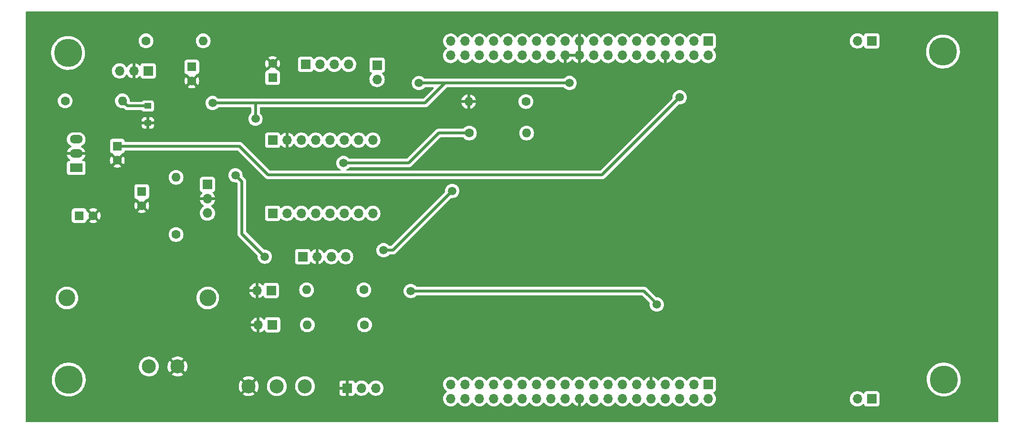
<source format=gbr>
%TF.GenerationSoftware,KiCad,Pcbnew,6.0.2+dfsg-1*%
%TF.CreationDate,2023-04-17T17:17:58+02:00*%
%TF.ProjectId,TransportPlatform_PCB,5472616e-7370-46f7-9274-506c6174666f,rev?*%
%TF.SameCoordinates,Original*%
%TF.FileFunction,Copper,L1,Top*%
%TF.FilePolarity,Positive*%
%FSLAX46Y46*%
G04 Gerber Fmt 4.6, Leading zero omitted, Abs format (unit mm)*
G04 Created by KiCad (PCBNEW 6.0.2+dfsg-1) date 2023-04-17 17:17:58*
%MOMM*%
%LPD*%
G01*
G04 APERTURE LIST*
%TA.AperFunction,ComponentPad*%
%ADD10C,1.600000*%
%TD*%
%TA.AperFunction,ComponentPad*%
%ADD11O,1.600000X1.600000*%
%TD*%
%TA.AperFunction,ComponentPad*%
%ADD12C,2.500000*%
%TD*%
%TA.AperFunction,ComponentPad*%
%ADD13R,1.700000X1.700000*%
%TD*%
%TA.AperFunction,ComponentPad*%
%ADD14O,1.700000X1.700000*%
%TD*%
%TA.AperFunction,ComponentPad*%
%ADD15C,5.000000*%
%TD*%
%TA.AperFunction,ComponentPad*%
%ADD16R,1.600000X1.600000*%
%TD*%
%TA.AperFunction,ComponentPad*%
%ADD17C,3.000000*%
%TD*%
%TA.AperFunction,SMDPad,CuDef*%
%ADD18R,1.200000X1.000000*%
%TD*%
%TA.AperFunction,ComponentPad*%
%ADD19R,2.300000X1.500000*%
%TD*%
%TA.AperFunction,ComponentPad*%
%ADD20O,2.300000X1.500000*%
%TD*%
%TA.AperFunction,ViaPad*%
%ADD21C,1.500000*%
%TD*%
%TA.AperFunction,Conductor*%
%ADD22C,0.500000*%
%TD*%
G04 APERTURE END LIST*
D10*
%TO.P,R5,1*%
%TO.N,/ADC_CHANNEL*%
X125603000Y-39497000D03*
D11*
%TO.P,R5,2*%
%TO.N,/GND*%
X115443000Y-39497000D03*
%TD*%
D10*
%TO.P,R2,1*%
%TO.N,/Vbat*%
X115570000Y-45085000D03*
D11*
%TO.P,R2,2*%
%TO.N,/ADC_CHANNEL*%
X125730000Y-45085000D03*
%TD*%
D12*
%TO.P,J17,1,Pin_1*%
%TO.N,/Vbat_in*%
X58674000Y-86570000D03*
%TO.P,J17,2,Pin_2*%
%TO.N,/GND*%
X63754000Y-86570000D03*
%TD*%
D13*
%TO.P,J8,1,Pin_1*%
%TO.N,/#ENA*%
X80645000Y-59355000D03*
D14*
%TO.P,J8,2,Pin_2*%
%TO.N,unconnected-(J8-Pad2)*%
X83185000Y-59355000D03*
%TO.P,J8,3,Pin_3*%
%TO.N,unconnected-(J8-Pad3)*%
X85725000Y-59355000D03*
%TO.P,J8,4,Pin_4*%
%TO.N,unconnected-(J8-Pad4)*%
X88265000Y-59355000D03*
%TO.P,J8,5,Pin_5*%
%TO.N,/drv8825/#RST*%
X90805000Y-59355000D03*
%TO.P,J8,6,Pin_6*%
X93345000Y-59355000D03*
%TO.P,J8,7,Pin_7*%
%TO.N,/STEP*%
X95885000Y-59355000D03*
%TO.P,J8,8,Pin_8*%
%TO.N,/DIR*%
X98425000Y-59355000D03*
%TD*%
D13*
%TO.P,J10,1,Pin_1*%
%TO.N,/drv8825/B2*%
X86497000Y-32868000D03*
D14*
%TO.P,J10,2,Pin_2*%
%TO.N,/drv8825/B1*%
X89037000Y-32868000D03*
%TO.P,J10,3,Pin_3*%
%TO.N,/drv8825/A2*%
X91577000Y-32868000D03*
%TO.P,J10,4,Pin_4*%
%TO.N,/drv8825/A1*%
X94117000Y-32868000D03*
%TD*%
D15*
%TO.P,H4,2*%
%TO.N,N/C*%
X44450000Y-88900000D03*
%TD*%
D12*
%TO.P,J19,1,Pin_1*%
%TO.N,/GND*%
X76390000Y-90075000D03*
%TO.P,J19,2,Pin_2*%
%TO.N,/RX_IN*%
X81390000Y-90075000D03*
%TO.P,J19,3,Pin_3*%
%TO.N,/TX_IN*%
X86390000Y-90075000D03*
%TD*%
D16*
%TO.P,C5,1*%
%TO.N,/E5V*%
X53076000Y-47415887D03*
D10*
%TO.P,C5,2*%
%TO.N,/GND*%
X53076000Y-49915887D03*
%TD*%
D13*
%TO.P,JP1,1,A*%
%TO.N,/3V3*%
X99187000Y-33015000D03*
D14*
%TO.P,JP1,2,B*%
%TO.N,/drv8825/#RST*%
X99187000Y-35555000D03*
%TD*%
D15*
%TO.P,H3,4*%
%TO.N,N/C*%
X199771000Y-88900000D03*
%TD*%
D13*
%TO.P,J11,1,Pin_1*%
%TO.N,/3V3*%
X85979000Y-67056000D03*
D14*
%TO.P,J11,2,Pin_2*%
%TO.N,/GND*%
X88519000Y-67056000D03*
%TO.P,J11,3,Pin_3*%
%TO.N,/SDA*%
X91059000Y-67056000D03*
%TO.P,J11,4,Pin_4*%
%TO.N,/SCL*%
X93599000Y-67056000D03*
%TD*%
D16*
%TO.P,C1,1*%
%TO.N,/Vbat*%
X80645000Y-35241113D03*
D10*
%TO.P,C1,2*%
%TO.N,/GND*%
X80645000Y-32741113D03*
%TD*%
D15*
%TO.P,H1,1*%
%TO.N,N/C*%
X44323000Y-30861000D03*
%TD*%
D17*
%TO.P,F1,1*%
%TO.N,/Vbat_in*%
X44132000Y-74402000D03*
%TO.P,F1,2*%
%TO.N,/Vbat*%
X69132000Y-74402000D03*
%TD*%
D13*
%TO.P,J18,1,Pin_1*%
%TO.N,/GND*%
X93868000Y-90424000D03*
D14*
%TO.P,J18,2,Pin_2*%
%TO.N,/RX_IN*%
X96408000Y-90424000D03*
%TO.P,J18,3,Pin_3*%
%TO.N,/TX_IN*%
X98948000Y-90424000D03*
%TD*%
D18*
%TO.P,D1,1,K*%
%TO.N,/GND*%
X58500900Y-43284900D03*
%TO.P,D1,2,A*%
%TO.N,Net-(D1-Pad2)*%
X58500900Y-40284900D03*
%TD*%
D13*
%TO.P,J16,1,Pin_1*%
%TO.N,/3V3*%
X69088000Y-54244000D03*
D14*
%TO.P,J16,2,Pin_2*%
%TO.N,/GND*%
X69088000Y-56784000D03*
%TO.P,J16,3,Pin_3*%
%TO.N,Net-(J16-Pad3)*%
X69088000Y-59324000D03*
%TD*%
D10*
%TO.P,R1,1*%
%TO.N,/E5V*%
X43815000Y-39370000D03*
D11*
%TO.P,R1,2*%
%TO.N,Net-(D1-Pad2)*%
X53975000Y-39370000D03*
%TD*%
D16*
%TO.P,C2,1*%
%TO.N,/Nucleo_Pinout/SWITCH_1*%
X66294000Y-33338888D03*
D10*
%TO.P,C2,2*%
%TO.N,/GND*%
X66294000Y-35838888D03*
%TD*%
%TO.P,R9,1*%
%TO.N,Net-(J16-Pad3)*%
X63500000Y-63119000D03*
D11*
%TO.P,R9,2*%
%TO.N,/Nucleo_Pinout/SWITCH_2*%
X63500000Y-52959000D03*
%TD*%
D13*
%TO.P,J9,1,Pin_1*%
%TO.N,/Vbat*%
X80645000Y-46355000D03*
D14*
%TO.P,J9,2,Pin_2*%
%TO.N,/GND*%
X83185000Y-46355000D03*
%TO.P,J9,3,Pin_3*%
%TO.N,/drv8825/B2*%
X85725000Y-46355000D03*
%TO.P,J9,4,Pin_4*%
%TO.N,/drv8825/B1*%
X88265000Y-46355000D03*
%TO.P,J9,5,Pin_5*%
%TO.N,/drv8825/A2*%
X90805000Y-46355000D03*
%TO.P,J9,6,Pin_6*%
%TO.N,/drv8825/A1*%
X93345000Y-46355000D03*
%TO.P,J9,7,Pin_7*%
%TO.N,unconnected-(J9-Pad7)*%
X95885000Y-46355000D03*
%TO.P,J9,8,Pin_8*%
%TO.N,unconnected-(J9-Pad8)*%
X98425000Y-46355000D03*
%TD*%
D13*
%TO.P,J4,1,Pin_1*%
%TO.N,unconnected-(J4-Pad1)*%
X186988000Y-28702000D03*
D14*
%TO.P,J4,2,Pin_2*%
%TO.N,unconnected-(J4-Pad2)*%
X184448000Y-28702000D03*
%TD*%
D15*
%TO.P,H2,3*%
%TO.N,N/C*%
X199644000Y-30607000D03*
%TD*%
D10*
%TO.P,R3,1*%
%TO.N,/Nucleo_Pinout/LED1*%
X96837500Y-72961500D03*
D11*
%TO.P,R3,2*%
%TO.N,Net-(J13-Pad1)*%
X86677500Y-72961500D03*
%TD*%
D19*
%TO.P,U1,1,IN*%
%TO.N,/Vbat*%
X45774000Y-51288000D03*
D20*
%TO.P,U1,2,GND*%
%TO.N,/GND*%
X45774000Y-48748000D03*
%TO.P,U1,3,OUT*%
%TO.N,/E5V*%
X45774000Y-46208000D03*
%TD*%
D13*
%TO.P,J3,1,Pin_1*%
%TO.N,unconnected-(J3-Pad1)*%
X186988000Y-92329000D03*
D14*
%TO.P,J3,2,Pin_2*%
%TO.N,unconnected-(J3-Pad2)*%
X184448000Y-92329000D03*
%TD*%
D16*
%TO.P,C3,1*%
%TO.N,/Nucleo_Pinout/SWITCH_2*%
X57404000Y-55499000D03*
D10*
%TO.P,C3,2*%
%TO.N,/GND*%
X57404000Y-57999000D03*
%TD*%
D16*
%TO.P,C4,1*%
%TO.N,/Vbat*%
X46298388Y-59763000D03*
D10*
%TO.P,C4,2*%
%TO.N,/GND*%
X48798388Y-59763000D03*
%TD*%
%TO.P,R4,1*%
%TO.N,/Nucleo_Pinout/LED2*%
X96964500Y-79184500D03*
D11*
%TO.P,R4,2*%
%TO.N,Net-(J14-Pad1)*%
X86804500Y-79184500D03*
%TD*%
D10*
%TO.P,R8,1*%
%TO.N,Net-(J15-Pad3)*%
X58166000Y-28702000D03*
D11*
%TO.P,R8,2*%
%TO.N,/Nucleo_Pinout/SWITCH_1*%
X68326000Y-28702000D03*
%TD*%
D13*
%TO.P,J15,1,Pin_1*%
%TO.N,/3V3*%
X58547000Y-34036000D03*
D14*
%TO.P,J15,2,Pin_2*%
%TO.N,/GND*%
X56007000Y-34036000D03*
%TO.P,J15,3,Pin_3*%
%TO.N,Net-(J15-Pad3)*%
X53467000Y-34036000D03*
%TD*%
D13*
%TO.P,J14,1,Pin_1*%
%TO.N,Net-(J14-Pad1)*%
X80633500Y-79176300D03*
D14*
%TO.P,J14,2,Pin_2*%
%TO.N,/GND*%
X78093500Y-79176300D03*
%TD*%
D13*
%TO.P,J13,1,Pin_1*%
%TO.N,Net-(J13-Pad1)*%
X80384500Y-73080300D03*
D14*
%TO.P,J13,2,Pin_2*%
%TO.N,/GND*%
X77844500Y-73080300D03*
%TD*%
D13*
%TO.P,J2,1,Pin_1*%
%TO.N,/Nucleo_Pinout/LED1*%
X157978000Y-89769000D03*
D14*
%TO.P,J2,2,Pin_2*%
%TO.N,unconnected-(J2-Pad2)*%
X157978000Y-92309000D03*
%TO.P,J2,3,Pin_3*%
%TO.N,unconnected-(J2-Pad3)*%
X155438000Y-89769000D03*
%TO.P,J2,4,Pin_4*%
%TO.N,unconnected-(J2-Pad4)*%
X155438000Y-92309000D03*
%TO.P,J2,5,Pin_5*%
%TO.N,unconnected-(J2-Pad5)*%
X152898000Y-89769000D03*
%TO.P,J2,6,Pin_6*%
%TO.N,unconnected-(J2-Pad6)*%
X152898000Y-92309000D03*
%TO.P,J2,7,Pin_7*%
%TO.N,unconnected-(J2-Pad7)*%
X150358000Y-89769000D03*
%TO.P,J2,8,Pin_8*%
%TO.N,unconnected-(J2-Pad8)*%
X150358000Y-92309000D03*
%TO.P,J2,9,Pin_9*%
%TO.N,/GND*%
X147818000Y-89769000D03*
%TO.P,J2,10,Pin_10*%
%TO.N,unconnected-(J2-Pad10)*%
X147818000Y-92309000D03*
%TO.P,J2,11,Pin_11*%
%TO.N,/STEP*%
X145278000Y-89769000D03*
%TO.P,J2,12,Pin_12*%
%TO.N,unconnected-(J2-Pad12)*%
X145278000Y-92309000D03*
%TO.P,J2,13,Pin_13*%
%TO.N,/DIR*%
X142738000Y-89769000D03*
%TO.P,J2,14,Pin_14*%
%TO.N,unconnected-(J2-Pad14)*%
X142738000Y-92309000D03*
%TO.P,J2,15,Pin_15*%
%TO.N,/#ENA*%
X140198000Y-89769000D03*
%TO.P,J2,16,Pin_16*%
%TO.N,unconnected-(J2-Pad16)*%
X140198000Y-92309000D03*
%TO.P,J2,17,Pin_17*%
%TO.N,/SCL*%
X137658000Y-89769000D03*
%TO.P,J2,18,Pin_18*%
%TO.N,unconnected-(J2-Pad18)*%
X137658000Y-92309000D03*
%TO.P,J2,19,Pin_19*%
%TO.N,unconnected-(J2-Pad19)*%
X135118000Y-89769000D03*
%TO.P,J2,20,Pin_20*%
%TO.N,/GND*%
X135118000Y-92309000D03*
%TO.P,J2,21,Pin_21*%
%TO.N,unconnected-(J2-Pad21)*%
X132578000Y-89769000D03*
%TO.P,J2,22,Pin_22*%
%TO.N,unconnected-(J2-Pad22)*%
X132578000Y-92309000D03*
%TO.P,J2,23,Pin_23*%
%TO.N,/Nucleo_Pinout/LED2*%
X130038000Y-89769000D03*
%TO.P,J2,24,Pin_24*%
%TO.N,unconnected-(J2-Pad24)*%
X130038000Y-92309000D03*
%TO.P,J2,25,Pin_25*%
%TO.N,unconnected-(J2-Pad25)*%
X127498000Y-89769000D03*
%TO.P,J2,26,Pin_26*%
%TO.N,unconnected-(J2-Pad26)*%
X127498000Y-92309000D03*
%TO.P,J2,27,Pin_27*%
%TO.N,unconnected-(J2-Pad27)*%
X124958000Y-89769000D03*
%TO.P,J2,28,Pin_28*%
%TO.N,unconnected-(J2-Pad28)*%
X124958000Y-92309000D03*
%TO.P,J2,29,Pin_29*%
%TO.N,unconnected-(J2-Pad29)*%
X122418000Y-89769000D03*
%TO.P,J2,30,Pin_30*%
%TO.N,unconnected-(J2-Pad30)*%
X122418000Y-92309000D03*
%TO.P,J2,31,Pin_31*%
%TO.N,unconnected-(J2-Pad31)*%
X119878000Y-89769000D03*
%TO.P,J2,32,Pin_32*%
%TO.N,unconnected-(J2-Pad32)*%
X119878000Y-92309000D03*
%TO.P,J2,33,Pin_33*%
%TO.N,unconnected-(J2-Pad33)*%
X117338000Y-89769000D03*
%TO.P,J2,34,Pin_34*%
%TO.N,unconnected-(J2-Pad34)*%
X117338000Y-92309000D03*
%TO.P,J2,35,Pin_35*%
%TO.N,/RX_IN*%
X114798000Y-89769000D03*
%TO.P,J2,36,Pin_36*%
%TO.N,unconnected-(J2-Pad36)*%
X114798000Y-92309000D03*
%TO.P,J2,37,Pin_37*%
%TO.N,/TX_IN*%
X112258000Y-89769000D03*
%TO.P,J2,38,Pin_38*%
%TO.N,unconnected-(J2-Pad38)*%
X112258000Y-92309000D03*
%TD*%
D13*
%TO.P,J1,1,Pin_1*%
%TO.N,unconnected-(J1-Pad1)*%
X157978000Y-28769000D03*
D14*
%TO.P,J1,2,Pin_2*%
%TO.N,unconnected-(J1-Pad2)*%
X157978000Y-31309000D03*
%TO.P,J1,3,Pin_3*%
%TO.N,unconnected-(J1-Pad3)*%
X155438000Y-28769000D03*
%TO.P,J1,4,Pin_4*%
%TO.N,unconnected-(J1-Pad4)*%
X155438000Y-31309000D03*
%TO.P,J1,5,Pin_5*%
%TO.N,unconnected-(J1-Pad5)*%
X152898000Y-28769000D03*
%TO.P,J1,6,Pin_6*%
%TO.N,/E5V*%
X152898000Y-31309000D03*
%TO.P,J1,7,Pin_7*%
%TO.N,unconnected-(J1-Pad7)*%
X150358000Y-28769000D03*
%TO.P,J1,8,Pin_8*%
%TO.N,/GND*%
X150358000Y-31309000D03*
%TO.P,J1,9,Pin_9*%
%TO.N,unconnected-(J1-Pad9)*%
X147818000Y-28769000D03*
%TO.P,J1,10,Pin_10*%
%TO.N,unconnected-(J1-Pad10)*%
X147818000Y-31309000D03*
%TO.P,J1,11,Pin_11*%
%TO.N,unconnected-(J1-Pad11)*%
X145278000Y-28769000D03*
%TO.P,J1,12,Pin_12*%
%TO.N,unconnected-(J1-Pad12)*%
X145278000Y-31309000D03*
%TO.P,J1,13,Pin_13*%
%TO.N,unconnected-(J1-Pad13)*%
X142738000Y-28769000D03*
%TO.P,J1,14,Pin_14*%
%TO.N,unconnected-(J1-Pad14)*%
X142738000Y-31309000D03*
%TO.P,J1,15,Pin_15*%
%TO.N,unconnected-(J1-Pad15)*%
X140198000Y-28769000D03*
%TO.P,J1,16,Pin_16*%
%TO.N,/3V3*%
X140198000Y-31309000D03*
%TO.P,J1,17,Pin_17*%
%TO.N,unconnected-(J1-Pad17)*%
X137658000Y-28769000D03*
%TO.P,J1,18,Pin_18*%
%TO.N,unconnected-(J1-Pad18)*%
X137658000Y-31309000D03*
%TO.P,J1,19,Pin_19*%
%TO.N,/GND*%
X135118000Y-28769000D03*
%TO.P,J1,20,Pin_20*%
X135118000Y-31309000D03*
%TO.P,J1,21,Pin_21*%
%TO.N,/SDA*%
X132578000Y-28769000D03*
%TO.P,J1,22,Pin_22*%
%TO.N,/GND*%
X132578000Y-31309000D03*
%TO.P,J1,23,Pin_23*%
%TO.N,unconnected-(J1-Pad23)*%
X130038000Y-28769000D03*
%TO.P,J1,24,Pin_24*%
%TO.N,unconnected-(J1-Pad24)*%
X130038000Y-31309000D03*
%TO.P,J1,25,Pin_25*%
%TO.N,unconnected-(J1-Pad25)*%
X127498000Y-28769000D03*
%TO.P,J1,26,Pin_26*%
%TO.N,unconnected-(J1-Pad26)*%
X127498000Y-31309000D03*
%TO.P,J1,27,Pin_27*%
%TO.N,unconnected-(J1-Pad27)*%
X124958000Y-28769000D03*
%TO.P,J1,28,Pin_28*%
%TO.N,unconnected-(J1-Pad28)*%
X124958000Y-31309000D03*
%TO.P,J1,29,Pin_29*%
%TO.N,unconnected-(J1-Pad29)*%
X122418000Y-28769000D03*
%TO.P,J1,30,Pin_30*%
%TO.N,/ADC_CHANNEL*%
X122418000Y-31309000D03*
%TO.P,J1,31,Pin_31*%
%TO.N,unconnected-(J1-Pad31)*%
X119878000Y-28769000D03*
%TO.P,J1,32,Pin_32*%
%TO.N,unconnected-(J1-Pad32)*%
X119878000Y-31309000D03*
%TO.P,J1,33,Pin_33*%
%TO.N,unconnected-(J1-Pad33)*%
X117338000Y-28769000D03*
%TO.P,J1,34,Pin_34*%
%TO.N,unconnected-(J1-Pad34)*%
X117338000Y-31309000D03*
%TO.P,J1,35,Pin_35*%
%TO.N,/Nucleo_Pinout/SWITCH_1*%
X114798000Y-28769000D03*
%TO.P,J1,36,Pin_36*%
%TO.N,unconnected-(J1-Pad36)*%
X114798000Y-31309000D03*
%TO.P,J1,37,Pin_37*%
%TO.N,/Nucleo_Pinout/SWITCH_2*%
X112258000Y-28769000D03*
%TO.P,J1,38,Pin_38*%
%TO.N,unconnected-(J1-Pad38)*%
X112258000Y-31309000D03*
%TD*%
D21*
%TO.N,/3V3*%
X77597000Y-42545000D03*
X74041000Y-52578000D03*
X69977000Y-39751000D03*
%TO.N,/Vbat*%
X93218000Y-50419000D03*
%TO.N,/E5V*%
X152908000Y-38735000D03*
%TO.N,/3V3*%
X79248000Y-67056000D03*
X106620000Y-36206800D03*
X133350000Y-36195000D03*
%TO.N,/SDA*%
X112522000Y-55372000D03*
X100330000Y-65913000D03*
%TO.N,/Nucleo_Pinout/LED1*%
X148844000Y-75565000D03*
X105156000Y-73152000D03*
%TO.N,/GND*%
X62611000Y-43307000D03*
%TD*%
D22*
%TO.N,/3V3*%
X69977000Y-39751000D02*
X77597000Y-39751000D01*
X77597000Y-39751000D02*
X107696000Y-39751000D01*
X77597000Y-42545000D02*
X77597000Y-39751000D01*
X74041000Y-52578000D02*
X75184000Y-53721000D01*
X75184000Y-53721000D02*
X75184000Y-62992000D01*
X75184000Y-62992000D02*
X79248000Y-67056000D01*
X133350000Y-36195000D02*
X111252000Y-36195000D01*
X111252000Y-36195000D02*
X110871000Y-36195000D01*
X107696000Y-39751000D02*
X111252000Y-36195000D01*
X110871000Y-36195000D02*
X106631800Y-36195000D01*
%TO.N,/GND*%
X62611000Y-43307000D02*
X62588900Y-43284900D01*
X62588900Y-43284900D02*
X58500900Y-43284900D01*
%TO.N,Net-(D1-Pad2)*%
X58500900Y-40284900D02*
X54889900Y-40284900D01*
X54889900Y-40284900D02*
X53975000Y-39370000D01*
%TO.N,/3V3*%
X106631800Y-36195000D02*
X106620000Y-36206800D01*
%TO.N,/Vbat*%
X104775000Y-50419000D02*
X110109000Y-45085000D01*
X93218000Y-50419000D02*
X104775000Y-50419000D01*
X110109000Y-45085000D02*
X115570000Y-45085000D01*
%TO.N,/E5V*%
X139085000Y-52558000D02*
X152908000Y-38735000D01*
X79873000Y-52558000D02*
X139085000Y-52558000D01*
X74730887Y-47415887D02*
X53076000Y-47415887D01*
X79873000Y-52558000D02*
X74730887Y-47415887D01*
%TO.N,/SDA*%
X101981000Y-65913000D02*
X112522000Y-55372000D01*
X100330000Y-65913000D02*
X101981000Y-65913000D01*
%TO.N,/Nucleo_Pinout/LED1*%
X146558000Y-73152000D02*
X149225000Y-75819000D01*
X105156000Y-73152000D02*
X146558000Y-73152000D01*
%TD*%
%TA.AperFunction,Conductor*%
%TO.N,/GND*%
G36*
X209434121Y-23528002D02*
G01*
X209480614Y-23581658D01*
X209492000Y-23634000D01*
X209492000Y-96366000D01*
X209471998Y-96434121D01*
X209418342Y-96480614D01*
X209366000Y-96492000D01*
X36956000Y-96492000D01*
X36887879Y-96471998D01*
X36841386Y-96418342D01*
X36830000Y-96366000D01*
X36830000Y-92275695D01*
X110895251Y-92275695D01*
X110895548Y-92280848D01*
X110895548Y-92280851D01*
X110901011Y-92375590D01*
X110908110Y-92498715D01*
X110909247Y-92503761D01*
X110909248Y-92503767D01*
X110929119Y-92591939D01*
X110957222Y-92716639D01*
X111041266Y-92923616D01*
X111090941Y-93004678D01*
X111155291Y-93109688D01*
X111157987Y-93114088D01*
X111304250Y-93282938D01*
X111476126Y-93425632D01*
X111669000Y-93538338D01*
X111673825Y-93540180D01*
X111673826Y-93540181D01*
X111721375Y-93558338D01*
X111877692Y-93618030D01*
X111882760Y-93619061D01*
X111882763Y-93619062D01*
X111977862Y-93638410D01*
X112096597Y-93662567D01*
X112101772Y-93662757D01*
X112101774Y-93662757D01*
X112314673Y-93670564D01*
X112314677Y-93670564D01*
X112319837Y-93670753D01*
X112324957Y-93670097D01*
X112324959Y-93670097D01*
X112536288Y-93643025D01*
X112536289Y-93643025D01*
X112541416Y-93642368D01*
X112546366Y-93640883D01*
X112750429Y-93579661D01*
X112750434Y-93579659D01*
X112755384Y-93578174D01*
X112955994Y-93479896D01*
X113137860Y-93350173D01*
X113296096Y-93192489D01*
X113355594Y-93109689D01*
X113426453Y-93011077D01*
X113427776Y-93012028D01*
X113474645Y-92968857D01*
X113544580Y-92956625D01*
X113610026Y-92984144D01*
X113637875Y-93015994D01*
X113697987Y-93114088D01*
X113844250Y-93282938D01*
X114016126Y-93425632D01*
X114209000Y-93538338D01*
X114213825Y-93540180D01*
X114213826Y-93540181D01*
X114261375Y-93558338D01*
X114417692Y-93618030D01*
X114422760Y-93619061D01*
X114422763Y-93619062D01*
X114517862Y-93638410D01*
X114636597Y-93662567D01*
X114641772Y-93662757D01*
X114641774Y-93662757D01*
X114854673Y-93670564D01*
X114854677Y-93670564D01*
X114859837Y-93670753D01*
X114864957Y-93670097D01*
X114864959Y-93670097D01*
X115076288Y-93643025D01*
X115076289Y-93643025D01*
X115081416Y-93642368D01*
X115086366Y-93640883D01*
X115290429Y-93579661D01*
X115290434Y-93579659D01*
X115295384Y-93578174D01*
X115495994Y-93479896D01*
X115677860Y-93350173D01*
X115836096Y-93192489D01*
X115895594Y-93109689D01*
X115966453Y-93011077D01*
X115967776Y-93012028D01*
X116014645Y-92968857D01*
X116084580Y-92956625D01*
X116150026Y-92984144D01*
X116177875Y-93015994D01*
X116237987Y-93114088D01*
X116384250Y-93282938D01*
X116556126Y-93425632D01*
X116749000Y-93538338D01*
X116753825Y-93540180D01*
X116753826Y-93540181D01*
X116801375Y-93558338D01*
X116957692Y-93618030D01*
X116962760Y-93619061D01*
X116962763Y-93619062D01*
X117057862Y-93638410D01*
X117176597Y-93662567D01*
X117181772Y-93662757D01*
X117181774Y-93662757D01*
X117394673Y-93670564D01*
X117394677Y-93670564D01*
X117399837Y-93670753D01*
X117404957Y-93670097D01*
X117404959Y-93670097D01*
X117616288Y-93643025D01*
X117616289Y-93643025D01*
X117621416Y-93642368D01*
X117626366Y-93640883D01*
X117830429Y-93579661D01*
X117830434Y-93579659D01*
X117835384Y-93578174D01*
X118035994Y-93479896D01*
X118217860Y-93350173D01*
X118376096Y-93192489D01*
X118435594Y-93109689D01*
X118506453Y-93011077D01*
X118507776Y-93012028D01*
X118554645Y-92968857D01*
X118624580Y-92956625D01*
X118690026Y-92984144D01*
X118717875Y-93015994D01*
X118777987Y-93114088D01*
X118924250Y-93282938D01*
X119096126Y-93425632D01*
X119289000Y-93538338D01*
X119293825Y-93540180D01*
X119293826Y-93540181D01*
X119341375Y-93558338D01*
X119497692Y-93618030D01*
X119502760Y-93619061D01*
X119502763Y-93619062D01*
X119597862Y-93638410D01*
X119716597Y-93662567D01*
X119721772Y-93662757D01*
X119721774Y-93662757D01*
X119934673Y-93670564D01*
X119934677Y-93670564D01*
X119939837Y-93670753D01*
X119944957Y-93670097D01*
X119944959Y-93670097D01*
X120156288Y-93643025D01*
X120156289Y-93643025D01*
X120161416Y-93642368D01*
X120166366Y-93640883D01*
X120370429Y-93579661D01*
X120370434Y-93579659D01*
X120375384Y-93578174D01*
X120575994Y-93479896D01*
X120757860Y-93350173D01*
X120916096Y-93192489D01*
X120975594Y-93109689D01*
X121046453Y-93011077D01*
X121047776Y-93012028D01*
X121094645Y-92968857D01*
X121164580Y-92956625D01*
X121230026Y-92984144D01*
X121257875Y-93015994D01*
X121317987Y-93114088D01*
X121464250Y-93282938D01*
X121636126Y-93425632D01*
X121829000Y-93538338D01*
X121833825Y-93540180D01*
X121833826Y-93540181D01*
X121881375Y-93558338D01*
X122037692Y-93618030D01*
X122042760Y-93619061D01*
X122042763Y-93619062D01*
X122137862Y-93638410D01*
X122256597Y-93662567D01*
X122261772Y-93662757D01*
X122261774Y-93662757D01*
X122474673Y-93670564D01*
X122474677Y-93670564D01*
X122479837Y-93670753D01*
X122484957Y-93670097D01*
X122484959Y-93670097D01*
X122696288Y-93643025D01*
X122696289Y-93643025D01*
X122701416Y-93642368D01*
X122706366Y-93640883D01*
X122910429Y-93579661D01*
X122910434Y-93579659D01*
X122915384Y-93578174D01*
X123115994Y-93479896D01*
X123297860Y-93350173D01*
X123456096Y-93192489D01*
X123515594Y-93109689D01*
X123586453Y-93011077D01*
X123587776Y-93012028D01*
X123634645Y-92968857D01*
X123704580Y-92956625D01*
X123770026Y-92984144D01*
X123797875Y-93015994D01*
X123857987Y-93114088D01*
X124004250Y-93282938D01*
X124176126Y-93425632D01*
X124369000Y-93538338D01*
X124373825Y-93540180D01*
X124373826Y-93540181D01*
X124421375Y-93558338D01*
X124577692Y-93618030D01*
X124582760Y-93619061D01*
X124582763Y-93619062D01*
X124677862Y-93638410D01*
X124796597Y-93662567D01*
X124801772Y-93662757D01*
X124801774Y-93662757D01*
X125014673Y-93670564D01*
X125014677Y-93670564D01*
X125019837Y-93670753D01*
X125024957Y-93670097D01*
X125024959Y-93670097D01*
X125236288Y-93643025D01*
X125236289Y-93643025D01*
X125241416Y-93642368D01*
X125246366Y-93640883D01*
X125450429Y-93579661D01*
X125450434Y-93579659D01*
X125455384Y-93578174D01*
X125655994Y-93479896D01*
X125837860Y-93350173D01*
X125996096Y-93192489D01*
X126055594Y-93109689D01*
X126126453Y-93011077D01*
X126127776Y-93012028D01*
X126174645Y-92968857D01*
X126244580Y-92956625D01*
X126310026Y-92984144D01*
X126337875Y-93015994D01*
X126397987Y-93114088D01*
X126544250Y-93282938D01*
X126716126Y-93425632D01*
X126909000Y-93538338D01*
X126913825Y-93540180D01*
X126913826Y-93540181D01*
X126961375Y-93558338D01*
X127117692Y-93618030D01*
X127122760Y-93619061D01*
X127122763Y-93619062D01*
X127217862Y-93638410D01*
X127336597Y-93662567D01*
X127341772Y-93662757D01*
X127341774Y-93662757D01*
X127554673Y-93670564D01*
X127554677Y-93670564D01*
X127559837Y-93670753D01*
X127564957Y-93670097D01*
X127564959Y-93670097D01*
X127776288Y-93643025D01*
X127776289Y-93643025D01*
X127781416Y-93642368D01*
X127786366Y-93640883D01*
X127990429Y-93579661D01*
X127990434Y-93579659D01*
X127995384Y-93578174D01*
X128195994Y-93479896D01*
X128377860Y-93350173D01*
X128536096Y-93192489D01*
X128595594Y-93109689D01*
X128666453Y-93011077D01*
X128667776Y-93012028D01*
X128714645Y-92968857D01*
X128784580Y-92956625D01*
X128850026Y-92984144D01*
X128877875Y-93015994D01*
X128937987Y-93114088D01*
X129084250Y-93282938D01*
X129256126Y-93425632D01*
X129449000Y-93538338D01*
X129453825Y-93540180D01*
X129453826Y-93540181D01*
X129501375Y-93558338D01*
X129657692Y-93618030D01*
X129662760Y-93619061D01*
X129662763Y-93619062D01*
X129757862Y-93638410D01*
X129876597Y-93662567D01*
X129881772Y-93662757D01*
X129881774Y-93662757D01*
X130094673Y-93670564D01*
X130094677Y-93670564D01*
X130099837Y-93670753D01*
X130104957Y-93670097D01*
X130104959Y-93670097D01*
X130316288Y-93643025D01*
X130316289Y-93643025D01*
X130321416Y-93642368D01*
X130326366Y-93640883D01*
X130530429Y-93579661D01*
X130530434Y-93579659D01*
X130535384Y-93578174D01*
X130735994Y-93479896D01*
X130917860Y-93350173D01*
X131076096Y-93192489D01*
X131135594Y-93109689D01*
X131206453Y-93011077D01*
X131207776Y-93012028D01*
X131254645Y-92968857D01*
X131324580Y-92956625D01*
X131390026Y-92984144D01*
X131417875Y-93015994D01*
X131477987Y-93114088D01*
X131624250Y-93282938D01*
X131796126Y-93425632D01*
X131989000Y-93538338D01*
X131993825Y-93540180D01*
X131993826Y-93540181D01*
X132041375Y-93558338D01*
X132197692Y-93618030D01*
X132202760Y-93619061D01*
X132202763Y-93619062D01*
X132297862Y-93638410D01*
X132416597Y-93662567D01*
X132421772Y-93662757D01*
X132421774Y-93662757D01*
X132634673Y-93670564D01*
X132634677Y-93670564D01*
X132639837Y-93670753D01*
X132644957Y-93670097D01*
X132644959Y-93670097D01*
X132856288Y-93643025D01*
X132856289Y-93643025D01*
X132861416Y-93642368D01*
X132866366Y-93640883D01*
X133070429Y-93579661D01*
X133070434Y-93579659D01*
X133075384Y-93578174D01*
X133275994Y-93479896D01*
X133457860Y-93350173D01*
X133616096Y-93192489D01*
X133675594Y-93109689D01*
X133746453Y-93011077D01*
X133747640Y-93011930D01*
X133794960Y-92968362D01*
X133864897Y-92956145D01*
X133930338Y-92983678D01*
X133958166Y-93015511D01*
X134015694Y-93109388D01*
X134021777Y-93117699D01*
X134161213Y-93278667D01*
X134168580Y-93285883D01*
X134332434Y-93421916D01*
X134340881Y-93427831D01*
X134524756Y-93535279D01*
X134534042Y-93539729D01*
X134733001Y-93615703D01*
X134742899Y-93618579D01*
X134846250Y-93639606D01*
X134860299Y-93638410D01*
X134864000Y-93628065D01*
X134864000Y-92181000D01*
X134884002Y-92112879D01*
X134937658Y-92066386D01*
X134990000Y-92055000D01*
X135246000Y-92055000D01*
X135314121Y-92075002D01*
X135360614Y-92128658D01*
X135372000Y-92181000D01*
X135372000Y-93627517D01*
X135376064Y-93641359D01*
X135389478Y-93643393D01*
X135396184Y-93642534D01*
X135406262Y-93640392D01*
X135610255Y-93579191D01*
X135619842Y-93575433D01*
X135811095Y-93481739D01*
X135819945Y-93476464D01*
X135993328Y-93352792D01*
X136001200Y-93346139D01*
X136152052Y-93195812D01*
X136158730Y-93187965D01*
X136286022Y-93010819D01*
X136287279Y-93011722D01*
X136334373Y-92968362D01*
X136404311Y-92956145D01*
X136469751Y-92983678D01*
X136497579Y-93015511D01*
X136557987Y-93114088D01*
X136704250Y-93282938D01*
X136876126Y-93425632D01*
X137069000Y-93538338D01*
X137073825Y-93540180D01*
X137073826Y-93540181D01*
X137121375Y-93558338D01*
X137277692Y-93618030D01*
X137282760Y-93619061D01*
X137282763Y-93619062D01*
X137377862Y-93638410D01*
X137496597Y-93662567D01*
X137501772Y-93662757D01*
X137501774Y-93662757D01*
X137714673Y-93670564D01*
X137714677Y-93670564D01*
X137719837Y-93670753D01*
X137724957Y-93670097D01*
X137724959Y-93670097D01*
X137936288Y-93643025D01*
X137936289Y-93643025D01*
X137941416Y-93642368D01*
X137946366Y-93640883D01*
X138150429Y-93579661D01*
X138150434Y-93579659D01*
X138155384Y-93578174D01*
X138355994Y-93479896D01*
X138537860Y-93350173D01*
X138696096Y-93192489D01*
X138755594Y-93109689D01*
X138826453Y-93011077D01*
X138827776Y-93012028D01*
X138874645Y-92968857D01*
X138944580Y-92956625D01*
X139010026Y-92984144D01*
X139037875Y-93015994D01*
X139097987Y-93114088D01*
X139244250Y-93282938D01*
X139416126Y-93425632D01*
X139609000Y-93538338D01*
X139613825Y-93540180D01*
X139613826Y-93540181D01*
X139661375Y-93558338D01*
X139817692Y-93618030D01*
X139822760Y-93619061D01*
X139822763Y-93619062D01*
X139917862Y-93638410D01*
X140036597Y-93662567D01*
X140041772Y-93662757D01*
X140041774Y-93662757D01*
X140254673Y-93670564D01*
X140254677Y-93670564D01*
X140259837Y-93670753D01*
X140264957Y-93670097D01*
X140264959Y-93670097D01*
X140476288Y-93643025D01*
X140476289Y-93643025D01*
X140481416Y-93642368D01*
X140486366Y-93640883D01*
X140690429Y-93579661D01*
X140690434Y-93579659D01*
X140695384Y-93578174D01*
X140895994Y-93479896D01*
X141077860Y-93350173D01*
X141236096Y-93192489D01*
X141295594Y-93109689D01*
X141366453Y-93011077D01*
X141367776Y-93012028D01*
X141414645Y-92968857D01*
X141484580Y-92956625D01*
X141550026Y-92984144D01*
X141577875Y-93015994D01*
X141637987Y-93114088D01*
X141784250Y-93282938D01*
X141956126Y-93425632D01*
X142149000Y-93538338D01*
X142153825Y-93540180D01*
X142153826Y-93540181D01*
X142201375Y-93558338D01*
X142357692Y-93618030D01*
X142362760Y-93619061D01*
X142362763Y-93619062D01*
X142457862Y-93638410D01*
X142576597Y-93662567D01*
X142581772Y-93662757D01*
X142581774Y-93662757D01*
X142794673Y-93670564D01*
X142794677Y-93670564D01*
X142799837Y-93670753D01*
X142804957Y-93670097D01*
X142804959Y-93670097D01*
X143016288Y-93643025D01*
X143016289Y-93643025D01*
X143021416Y-93642368D01*
X143026366Y-93640883D01*
X143230429Y-93579661D01*
X143230434Y-93579659D01*
X143235384Y-93578174D01*
X143435994Y-93479896D01*
X143617860Y-93350173D01*
X143776096Y-93192489D01*
X143835594Y-93109689D01*
X143906453Y-93011077D01*
X143907776Y-93012028D01*
X143954645Y-92968857D01*
X144024580Y-92956625D01*
X144090026Y-92984144D01*
X144117875Y-93015994D01*
X144177987Y-93114088D01*
X144324250Y-93282938D01*
X144496126Y-93425632D01*
X144689000Y-93538338D01*
X144693825Y-93540180D01*
X144693826Y-93540181D01*
X144741375Y-93558338D01*
X144897692Y-93618030D01*
X144902760Y-93619061D01*
X144902763Y-93619062D01*
X144997862Y-93638410D01*
X145116597Y-93662567D01*
X145121772Y-93662757D01*
X145121774Y-93662757D01*
X145334673Y-93670564D01*
X145334677Y-93670564D01*
X145339837Y-93670753D01*
X145344957Y-93670097D01*
X145344959Y-93670097D01*
X145556288Y-93643025D01*
X145556289Y-93643025D01*
X145561416Y-93642368D01*
X145566366Y-93640883D01*
X145770429Y-93579661D01*
X145770434Y-93579659D01*
X145775384Y-93578174D01*
X145975994Y-93479896D01*
X146157860Y-93350173D01*
X146316096Y-93192489D01*
X146375594Y-93109689D01*
X146446453Y-93011077D01*
X146447776Y-93012028D01*
X146494645Y-92968857D01*
X146564580Y-92956625D01*
X146630026Y-92984144D01*
X146657875Y-93015994D01*
X146717987Y-93114088D01*
X146864250Y-93282938D01*
X147036126Y-93425632D01*
X147229000Y-93538338D01*
X147233825Y-93540180D01*
X147233826Y-93540181D01*
X147281375Y-93558338D01*
X147437692Y-93618030D01*
X147442760Y-93619061D01*
X147442763Y-93619062D01*
X147537862Y-93638410D01*
X147656597Y-93662567D01*
X147661772Y-93662757D01*
X147661774Y-93662757D01*
X147874673Y-93670564D01*
X147874677Y-93670564D01*
X147879837Y-93670753D01*
X147884957Y-93670097D01*
X147884959Y-93670097D01*
X148096288Y-93643025D01*
X148096289Y-93643025D01*
X148101416Y-93642368D01*
X148106366Y-93640883D01*
X148310429Y-93579661D01*
X148310434Y-93579659D01*
X148315384Y-93578174D01*
X148515994Y-93479896D01*
X148697860Y-93350173D01*
X148856096Y-93192489D01*
X148915594Y-93109689D01*
X148986453Y-93011077D01*
X148987776Y-93012028D01*
X149034645Y-92968857D01*
X149104580Y-92956625D01*
X149170026Y-92984144D01*
X149197875Y-93015994D01*
X149257987Y-93114088D01*
X149404250Y-93282938D01*
X149576126Y-93425632D01*
X149769000Y-93538338D01*
X149773825Y-93540180D01*
X149773826Y-93540181D01*
X149821375Y-93558338D01*
X149977692Y-93618030D01*
X149982760Y-93619061D01*
X149982763Y-93619062D01*
X150077862Y-93638410D01*
X150196597Y-93662567D01*
X150201772Y-93662757D01*
X150201774Y-93662757D01*
X150414673Y-93670564D01*
X150414677Y-93670564D01*
X150419837Y-93670753D01*
X150424957Y-93670097D01*
X150424959Y-93670097D01*
X150636288Y-93643025D01*
X150636289Y-93643025D01*
X150641416Y-93642368D01*
X150646366Y-93640883D01*
X150850429Y-93579661D01*
X150850434Y-93579659D01*
X150855384Y-93578174D01*
X151055994Y-93479896D01*
X151237860Y-93350173D01*
X151396096Y-93192489D01*
X151455594Y-93109689D01*
X151526453Y-93011077D01*
X151527776Y-93012028D01*
X151574645Y-92968857D01*
X151644580Y-92956625D01*
X151710026Y-92984144D01*
X151737875Y-93015994D01*
X151797987Y-93114088D01*
X151944250Y-93282938D01*
X152116126Y-93425632D01*
X152309000Y-93538338D01*
X152313825Y-93540180D01*
X152313826Y-93540181D01*
X152361375Y-93558338D01*
X152517692Y-93618030D01*
X152522760Y-93619061D01*
X152522763Y-93619062D01*
X152617862Y-93638410D01*
X152736597Y-93662567D01*
X152741772Y-93662757D01*
X152741774Y-93662757D01*
X152954673Y-93670564D01*
X152954677Y-93670564D01*
X152959837Y-93670753D01*
X152964957Y-93670097D01*
X152964959Y-93670097D01*
X153176288Y-93643025D01*
X153176289Y-93643025D01*
X153181416Y-93642368D01*
X153186366Y-93640883D01*
X153390429Y-93579661D01*
X153390434Y-93579659D01*
X153395384Y-93578174D01*
X153595994Y-93479896D01*
X153777860Y-93350173D01*
X153936096Y-93192489D01*
X153995594Y-93109689D01*
X154066453Y-93011077D01*
X154067776Y-93012028D01*
X154114645Y-92968857D01*
X154184580Y-92956625D01*
X154250026Y-92984144D01*
X154277875Y-93015994D01*
X154337987Y-93114088D01*
X154484250Y-93282938D01*
X154656126Y-93425632D01*
X154849000Y-93538338D01*
X154853825Y-93540180D01*
X154853826Y-93540181D01*
X154901375Y-93558338D01*
X155057692Y-93618030D01*
X155062760Y-93619061D01*
X155062763Y-93619062D01*
X155157862Y-93638410D01*
X155276597Y-93662567D01*
X155281772Y-93662757D01*
X155281774Y-93662757D01*
X155494673Y-93670564D01*
X155494677Y-93670564D01*
X155499837Y-93670753D01*
X155504957Y-93670097D01*
X155504959Y-93670097D01*
X155716288Y-93643025D01*
X155716289Y-93643025D01*
X155721416Y-93642368D01*
X155726366Y-93640883D01*
X155930429Y-93579661D01*
X155930434Y-93579659D01*
X155935384Y-93578174D01*
X156135994Y-93479896D01*
X156317860Y-93350173D01*
X156476096Y-93192489D01*
X156535594Y-93109689D01*
X156606453Y-93011077D01*
X156607776Y-93012028D01*
X156654645Y-92968857D01*
X156724580Y-92956625D01*
X156790026Y-92984144D01*
X156817875Y-93015994D01*
X156877987Y-93114088D01*
X157024250Y-93282938D01*
X157196126Y-93425632D01*
X157389000Y-93538338D01*
X157393825Y-93540180D01*
X157393826Y-93540181D01*
X157441375Y-93558338D01*
X157597692Y-93618030D01*
X157602760Y-93619061D01*
X157602763Y-93619062D01*
X157697862Y-93638410D01*
X157816597Y-93662567D01*
X157821772Y-93662757D01*
X157821774Y-93662757D01*
X158034673Y-93670564D01*
X158034677Y-93670564D01*
X158039837Y-93670753D01*
X158044957Y-93670097D01*
X158044959Y-93670097D01*
X158256288Y-93643025D01*
X158256289Y-93643025D01*
X158261416Y-93642368D01*
X158266366Y-93640883D01*
X158470429Y-93579661D01*
X158470434Y-93579659D01*
X158475384Y-93578174D01*
X158675994Y-93479896D01*
X158857860Y-93350173D01*
X159016096Y-93192489D01*
X159075594Y-93109689D01*
X159143435Y-93015277D01*
X159146453Y-93011077D01*
X159159995Y-92983678D01*
X159243136Y-92815453D01*
X159243137Y-92815451D01*
X159245430Y-92810811D01*
X159310370Y-92597069D01*
X159339529Y-92375590D01*
X159341156Y-92309000D01*
X159340062Y-92295695D01*
X183085251Y-92295695D01*
X183085548Y-92300848D01*
X183085548Y-92300851D01*
X183090049Y-92378908D01*
X183098110Y-92518715D01*
X183099247Y-92523761D01*
X183099248Y-92523767D01*
X183123304Y-92630508D01*
X183147222Y-92736639D01*
X183231266Y-92943616D01*
X183233965Y-92948020D01*
X183333035Y-93109688D01*
X183347987Y-93134088D01*
X183494250Y-93302938D01*
X183666126Y-93445632D01*
X183859000Y-93558338D01*
X184067692Y-93638030D01*
X184072760Y-93639061D01*
X184072763Y-93639062D01*
X184180017Y-93660883D01*
X184286597Y-93682567D01*
X184291772Y-93682757D01*
X184291774Y-93682757D01*
X184504673Y-93690564D01*
X184504677Y-93690564D01*
X184509837Y-93690753D01*
X184514957Y-93690097D01*
X184514959Y-93690097D01*
X184726288Y-93663025D01*
X184726289Y-93663025D01*
X184731416Y-93662368D01*
X184736366Y-93660883D01*
X184940429Y-93599661D01*
X184940434Y-93599659D01*
X184945384Y-93598174D01*
X185145994Y-93499896D01*
X185327860Y-93370173D01*
X185436091Y-93262319D01*
X185498462Y-93228404D01*
X185569268Y-93233592D01*
X185626030Y-93276238D01*
X185643012Y-93307341D01*
X185687385Y-93425705D01*
X185774739Y-93542261D01*
X185891295Y-93629615D01*
X186027684Y-93680745D01*
X186089866Y-93687500D01*
X187886134Y-93687500D01*
X187948316Y-93680745D01*
X188084705Y-93629615D01*
X188201261Y-93542261D01*
X188288615Y-93425705D01*
X188339745Y-93289316D01*
X188346500Y-93227134D01*
X188346500Y-91430866D01*
X188339745Y-91368684D01*
X188288615Y-91232295D01*
X188201261Y-91115739D01*
X188084705Y-91028385D01*
X187948316Y-90977255D01*
X187886134Y-90970500D01*
X186089866Y-90970500D01*
X186027684Y-90977255D01*
X185891295Y-91028385D01*
X185774739Y-91115739D01*
X185687385Y-91232295D01*
X185684233Y-91240703D01*
X185642919Y-91350907D01*
X185600277Y-91407671D01*
X185533716Y-91432371D01*
X185464367Y-91417163D01*
X185431743Y-91391476D01*
X185381151Y-91335875D01*
X185381142Y-91335866D01*
X185377670Y-91332051D01*
X185373619Y-91328852D01*
X185373615Y-91328848D01*
X185206414Y-91196800D01*
X185206410Y-91196798D01*
X185202359Y-91193598D01*
X185171930Y-91176800D01*
X185133357Y-91155507D01*
X185006789Y-91085638D01*
X185001920Y-91083914D01*
X185001916Y-91083912D01*
X184801087Y-91012795D01*
X184801083Y-91012794D01*
X184796212Y-91011069D01*
X184791119Y-91010162D01*
X184791116Y-91010161D01*
X184581373Y-90972800D01*
X184581367Y-90972799D01*
X184576284Y-90971894D01*
X184502452Y-90970992D01*
X184358081Y-90969228D01*
X184358079Y-90969228D01*
X184352911Y-90969165D01*
X184132091Y-91002955D01*
X183919756Y-91072357D01*
X183846757Y-91110358D01*
X183760027Y-91155507D01*
X183721607Y-91175507D01*
X183717474Y-91178610D01*
X183717471Y-91178612D01*
X183551413Y-91303292D01*
X183542965Y-91309635D01*
X183517105Y-91336696D01*
X183397812Y-91461529D01*
X183388629Y-91471138D01*
X183262743Y-91655680D01*
X183223586Y-91740037D01*
X183177972Y-91838305D01*
X183168688Y-91858305D01*
X183108989Y-92073570D01*
X183085251Y-92295695D01*
X159340062Y-92295695D01*
X159322852Y-92086361D01*
X159268431Y-91869702D01*
X159179354Y-91664840D01*
X159090601Y-91527649D01*
X159060822Y-91481617D01*
X159060820Y-91481614D01*
X159058014Y-91477277D01*
X159049028Y-91467401D01*
X158910798Y-91315488D01*
X158879746Y-91251642D01*
X158888141Y-91181143D01*
X158933317Y-91126375D01*
X158959761Y-91112706D01*
X159066297Y-91072767D01*
X159074705Y-91069615D01*
X159191261Y-90982261D01*
X159278615Y-90865705D01*
X159329745Y-90729316D01*
X159336500Y-90667134D01*
X159336500Y-88870866D01*
X159329745Y-88808684D01*
X159328492Y-88805341D01*
X196758888Y-88805341D01*
X196758983Y-88808971D01*
X196758983Y-88808972D01*
X196767186Y-89122240D01*
X196767970Y-89152171D01*
X196816856Y-89495660D01*
X196904897Y-89831253D01*
X197030927Y-90154503D01*
X197038375Y-90168570D01*
X197184284Y-90444144D01*
X197193275Y-90461126D01*
X197195325Y-90464109D01*
X197195327Y-90464112D01*
X197387733Y-90744064D01*
X197387739Y-90744071D01*
X197389790Y-90747056D01*
X197447135Y-90812792D01*
X197602656Y-90991069D01*
X197617866Y-91008505D01*
X197739781Y-91119439D01*
X197864573Y-91232990D01*
X197874481Y-91242006D01*
X198156233Y-91444466D01*
X198459388Y-91613200D01*
X198779928Y-91745972D01*
X198783422Y-91746967D01*
X198783424Y-91746968D01*
X199110103Y-91840025D01*
X199110108Y-91840026D01*
X199113604Y-91841022D01*
X199310304Y-91873233D01*
X199452412Y-91896504D01*
X199452419Y-91896505D01*
X199455993Y-91897090D01*
X199629276Y-91905262D01*
X199798931Y-91913263D01*
X199798932Y-91913263D01*
X199802558Y-91913434D01*
X199811415Y-91912830D01*
X200145073Y-91890084D01*
X200145081Y-91890083D01*
X200148704Y-91889836D01*
X200152279Y-91889173D01*
X200152282Y-91889173D01*
X200486279Y-91827270D01*
X200486283Y-91827269D01*
X200489844Y-91826609D01*
X200756477Y-91744582D01*
X200817978Y-91725662D01*
X200821456Y-91724592D01*
X201139145Y-91585136D01*
X201161237Y-91572227D01*
X201435560Y-91411926D01*
X201435562Y-91411925D01*
X201438700Y-91410091D01*
X201448208Y-91402952D01*
X201713244Y-91203958D01*
X201713248Y-91203955D01*
X201716151Y-91201775D01*
X201967819Y-90962950D01*
X202190370Y-90696783D01*
X202199823Y-90682393D01*
X202328013Y-90487240D01*
X202380853Y-90406799D01*
X202481582Y-90206522D01*
X202535117Y-90100080D01*
X202535120Y-90100072D01*
X202536744Y-90096844D01*
X202584948Y-89965121D01*
X202654729Y-89774437D01*
X202654730Y-89774433D01*
X202655977Y-89771026D01*
X202656822Y-89767504D01*
X202656825Y-89767496D01*
X202736124Y-89437191D01*
X202736125Y-89437187D01*
X202736971Y-89433662D01*
X202740484Y-89404635D01*
X202778316Y-89092004D01*
X202778316Y-89091997D01*
X202778652Y-89089225D01*
X202778778Y-89085234D01*
X202783538Y-88933757D01*
X202784599Y-88900000D01*
X202784438Y-88897204D01*
X202764836Y-88557246D01*
X202764835Y-88557241D01*
X202764627Y-88553626D01*
X202744697Y-88439432D01*
X202705600Y-88215415D01*
X202705598Y-88215408D01*
X202704976Y-88211842D01*
X202697669Y-88187172D01*
X202633536Y-87970666D01*
X202606437Y-87879180D01*
X202584508Y-87827768D01*
X202471740Y-87563386D01*
X202471738Y-87563383D01*
X202470316Y-87560048D01*
X202420569Y-87472831D01*
X202300208Y-87261816D01*
X202298417Y-87258676D01*
X202232269Y-87168626D01*
X202141934Y-87045651D01*
X202093018Y-86979060D01*
X201856842Y-86724904D01*
X201593019Y-86499578D01*
X201305047Y-86306069D01*
X201232139Y-86268438D01*
X200999961Y-86148602D01*
X200996741Y-86146940D01*
X200672189Y-86024302D01*
X200668668Y-86023418D01*
X200668663Y-86023416D01*
X200507378Y-85982904D01*
X200335692Y-85939780D01*
X200313476Y-85936855D01*
X199995315Y-85894968D01*
X199995307Y-85894967D01*
X199991711Y-85894494D01*
X199847045Y-85892221D01*
X199648446Y-85889101D01*
X199648442Y-85889101D01*
X199644804Y-85889044D01*
X199641190Y-85889405D01*
X199641184Y-85889405D01*
X199397843Y-85913694D01*
X199299569Y-85923503D01*
X198960583Y-85997414D01*
X198957156Y-85998587D01*
X198957150Y-85998589D01*
X198635765Y-86108624D01*
X198632339Y-86109797D01*
X198319188Y-86259163D01*
X198025279Y-86443532D01*
X198022443Y-86445804D01*
X198022436Y-86445809D01*
X197778384Y-86641332D01*
X197754509Y-86660459D01*
X197510466Y-86907071D01*
X197508225Y-86909929D01*
X197408954Y-87036535D01*
X197296386Y-87180098D01*
X197294493Y-87183187D01*
X197294491Y-87183190D01*
X197248233Y-87258676D01*
X197115105Y-87475921D01*
X197113580Y-87479206D01*
X197113578Y-87479210D01*
X197044825Y-87627326D01*
X196969027Y-87790620D01*
X196928327Y-87913684D01*
X196877548Y-88067227D01*
X196860087Y-88120023D01*
X196859351Y-88123578D01*
X196859350Y-88123581D01*
X196791317Y-88452102D01*
X196789730Y-88459764D01*
X196776006Y-88613542D01*
X196763493Y-88753748D01*
X196758888Y-88805341D01*
X159328492Y-88805341D01*
X159278615Y-88672295D01*
X159191261Y-88555739D01*
X159074705Y-88468385D01*
X158938316Y-88417255D01*
X158876134Y-88410500D01*
X157079866Y-88410500D01*
X157017684Y-88417255D01*
X156881295Y-88468385D01*
X156764739Y-88555739D01*
X156677385Y-88672295D01*
X156674233Y-88680703D01*
X156632919Y-88790907D01*
X156590277Y-88847671D01*
X156523716Y-88872371D01*
X156454367Y-88857163D01*
X156421743Y-88831476D01*
X156371151Y-88775875D01*
X156371142Y-88775866D01*
X156367670Y-88772051D01*
X156363619Y-88768852D01*
X156363615Y-88768848D01*
X156196414Y-88636800D01*
X156196410Y-88636798D01*
X156192359Y-88633598D01*
X156156028Y-88613542D01*
X156140136Y-88604769D01*
X155996789Y-88525638D01*
X155991920Y-88523914D01*
X155991916Y-88523912D01*
X155791087Y-88452795D01*
X155791083Y-88452794D01*
X155786212Y-88451069D01*
X155781119Y-88450162D01*
X155781116Y-88450161D01*
X155571373Y-88412800D01*
X155571367Y-88412799D01*
X155566284Y-88411894D01*
X155492452Y-88410992D01*
X155348081Y-88409228D01*
X155348079Y-88409228D01*
X155342911Y-88409165D01*
X155122091Y-88442955D01*
X154909756Y-88512357D01*
X154711607Y-88615507D01*
X154707474Y-88618610D01*
X154707471Y-88618612D01*
X154593003Y-88704557D01*
X154532965Y-88749635D01*
X154507541Y-88776240D01*
X154439280Y-88847671D01*
X154378629Y-88911138D01*
X154271201Y-89068621D01*
X154216293Y-89113621D01*
X154145768Y-89121792D01*
X154082021Y-89090538D01*
X154061324Y-89066054D01*
X153980822Y-88941617D01*
X153980820Y-88941614D01*
X153978014Y-88937277D01*
X153827670Y-88772051D01*
X153823619Y-88768852D01*
X153823615Y-88768848D01*
X153656414Y-88636800D01*
X153656410Y-88636798D01*
X153652359Y-88633598D01*
X153616028Y-88613542D01*
X153600136Y-88604769D01*
X153456789Y-88525638D01*
X153451920Y-88523914D01*
X153451916Y-88523912D01*
X153251087Y-88452795D01*
X153251083Y-88452794D01*
X153246212Y-88451069D01*
X153241119Y-88450162D01*
X153241116Y-88450161D01*
X153031373Y-88412800D01*
X153031367Y-88412799D01*
X153026284Y-88411894D01*
X152952452Y-88410992D01*
X152808081Y-88409228D01*
X152808079Y-88409228D01*
X152802911Y-88409165D01*
X152582091Y-88442955D01*
X152369756Y-88512357D01*
X152171607Y-88615507D01*
X152167474Y-88618610D01*
X152167471Y-88618612D01*
X152053003Y-88704557D01*
X151992965Y-88749635D01*
X151967541Y-88776240D01*
X151899280Y-88847671D01*
X151838629Y-88911138D01*
X151731201Y-89068621D01*
X151676293Y-89113621D01*
X151605768Y-89121792D01*
X151542021Y-89090538D01*
X151521324Y-89066054D01*
X151440822Y-88941617D01*
X151440820Y-88941614D01*
X151438014Y-88937277D01*
X151287670Y-88772051D01*
X151283619Y-88768852D01*
X151283615Y-88768848D01*
X151116414Y-88636800D01*
X151116410Y-88636798D01*
X151112359Y-88633598D01*
X151076028Y-88613542D01*
X151060136Y-88604769D01*
X150916789Y-88525638D01*
X150911920Y-88523914D01*
X150911916Y-88523912D01*
X150711087Y-88452795D01*
X150711083Y-88452794D01*
X150706212Y-88451069D01*
X150701119Y-88450162D01*
X150701116Y-88450161D01*
X150491373Y-88412800D01*
X150491367Y-88412799D01*
X150486284Y-88411894D01*
X150412452Y-88410992D01*
X150268081Y-88409228D01*
X150268079Y-88409228D01*
X150262911Y-88409165D01*
X150042091Y-88442955D01*
X149829756Y-88512357D01*
X149631607Y-88615507D01*
X149627474Y-88618610D01*
X149627471Y-88618612D01*
X149513003Y-88704557D01*
X149452965Y-88749635D01*
X149427541Y-88776240D01*
X149359280Y-88847671D01*
X149298629Y-88911138D01*
X149191204Y-89068618D01*
X149190898Y-89069066D01*
X149135987Y-89114069D01*
X149065462Y-89122240D01*
X149001715Y-89090986D01*
X148981018Y-89066502D01*
X148900426Y-88941926D01*
X148894136Y-88933757D01*
X148750806Y-88776240D01*
X148743273Y-88769215D01*
X148576139Y-88637222D01*
X148567552Y-88631517D01*
X148381117Y-88528599D01*
X148371705Y-88524369D01*
X148170959Y-88453280D01*
X148160988Y-88450646D01*
X148089837Y-88437972D01*
X148076540Y-88439432D01*
X148072000Y-88453989D01*
X148072000Y-89897000D01*
X148051998Y-89965121D01*
X147998342Y-90011614D01*
X147946000Y-90023000D01*
X147690000Y-90023000D01*
X147621879Y-90002998D01*
X147575386Y-89949342D01*
X147564000Y-89897000D01*
X147564000Y-88452102D01*
X147560082Y-88438758D01*
X147545806Y-88436771D01*
X147507324Y-88442660D01*
X147497288Y-88445051D01*
X147294868Y-88511212D01*
X147285359Y-88515209D01*
X147096463Y-88613542D01*
X147087738Y-88619036D01*
X146917433Y-88746905D01*
X146909726Y-88753748D01*
X146762590Y-88907717D01*
X146756109Y-88915722D01*
X146651498Y-89069074D01*
X146596587Y-89114076D01*
X146526062Y-89122247D01*
X146462315Y-89090993D01*
X146441618Y-89066509D01*
X146360822Y-88941617D01*
X146360820Y-88941614D01*
X146358014Y-88937277D01*
X146207670Y-88772051D01*
X146203619Y-88768852D01*
X146203615Y-88768848D01*
X146036414Y-88636800D01*
X146036410Y-88636798D01*
X146032359Y-88633598D01*
X145996028Y-88613542D01*
X145980136Y-88604769D01*
X145836789Y-88525638D01*
X145831920Y-88523914D01*
X145831916Y-88523912D01*
X145631087Y-88452795D01*
X145631083Y-88452794D01*
X145626212Y-88451069D01*
X145621119Y-88450162D01*
X145621116Y-88450161D01*
X145411373Y-88412800D01*
X145411367Y-88412799D01*
X145406284Y-88411894D01*
X145332452Y-88410992D01*
X145188081Y-88409228D01*
X145188079Y-88409228D01*
X145182911Y-88409165D01*
X144962091Y-88442955D01*
X144749756Y-88512357D01*
X144551607Y-88615507D01*
X144547474Y-88618610D01*
X144547471Y-88618612D01*
X144433003Y-88704557D01*
X144372965Y-88749635D01*
X144347541Y-88776240D01*
X144279280Y-88847671D01*
X144218629Y-88911138D01*
X144111201Y-89068621D01*
X144056293Y-89113621D01*
X143985768Y-89121792D01*
X143922021Y-89090538D01*
X143901324Y-89066054D01*
X143820822Y-88941617D01*
X143820820Y-88941614D01*
X143818014Y-88937277D01*
X143667670Y-88772051D01*
X143663619Y-88768852D01*
X143663615Y-88768848D01*
X143496414Y-88636800D01*
X143496410Y-88636798D01*
X143492359Y-88633598D01*
X143456028Y-88613542D01*
X143440136Y-88604769D01*
X143296789Y-88525638D01*
X143291920Y-88523914D01*
X143291916Y-88523912D01*
X143091087Y-88452795D01*
X143091083Y-88452794D01*
X143086212Y-88451069D01*
X143081119Y-88450162D01*
X143081116Y-88450161D01*
X142871373Y-88412800D01*
X142871367Y-88412799D01*
X142866284Y-88411894D01*
X142792452Y-88410992D01*
X142648081Y-88409228D01*
X142648079Y-88409228D01*
X142642911Y-88409165D01*
X142422091Y-88442955D01*
X142209756Y-88512357D01*
X142011607Y-88615507D01*
X142007474Y-88618610D01*
X142007471Y-88618612D01*
X141893003Y-88704557D01*
X141832965Y-88749635D01*
X141807541Y-88776240D01*
X141739280Y-88847671D01*
X141678629Y-88911138D01*
X141571201Y-89068621D01*
X141516293Y-89113621D01*
X141445768Y-89121792D01*
X141382021Y-89090538D01*
X141361324Y-89066054D01*
X141280822Y-88941617D01*
X141280820Y-88941614D01*
X141278014Y-88937277D01*
X141127670Y-88772051D01*
X141123619Y-88768852D01*
X141123615Y-88768848D01*
X140956414Y-88636800D01*
X140956410Y-88636798D01*
X140952359Y-88633598D01*
X140916028Y-88613542D01*
X140900136Y-88604769D01*
X140756789Y-88525638D01*
X140751920Y-88523914D01*
X140751916Y-88523912D01*
X140551087Y-88452795D01*
X140551083Y-88452794D01*
X140546212Y-88451069D01*
X140541119Y-88450162D01*
X140541116Y-88450161D01*
X140331373Y-88412800D01*
X140331367Y-88412799D01*
X140326284Y-88411894D01*
X140252452Y-88410992D01*
X140108081Y-88409228D01*
X140108079Y-88409228D01*
X140102911Y-88409165D01*
X139882091Y-88442955D01*
X139669756Y-88512357D01*
X139471607Y-88615507D01*
X139467474Y-88618610D01*
X139467471Y-88618612D01*
X139353003Y-88704557D01*
X139292965Y-88749635D01*
X139267541Y-88776240D01*
X139199280Y-88847671D01*
X139138629Y-88911138D01*
X139031201Y-89068621D01*
X138976293Y-89113621D01*
X138905768Y-89121792D01*
X138842021Y-89090538D01*
X138821324Y-89066054D01*
X138740822Y-88941617D01*
X138740820Y-88941614D01*
X138738014Y-88937277D01*
X138587670Y-88772051D01*
X138583619Y-88768852D01*
X138583615Y-88768848D01*
X138416414Y-88636800D01*
X138416410Y-88636798D01*
X138412359Y-88633598D01*
X138376028Y-88613542D01*
X138360136Y-88604769D01*
X138216789Y-88525638D01*
X138211920Y-88523914D01*
X138211916Y-88523912D01*
X138011087Y-88452795D01*
X138011083Y-88452794D01*
X138006212Y-88451069D01*
X138001119Y-88450162D01*
X138001116Y-88450161D01*
X137791373Y-88412800D01*
X137791367Y-88412799D01*
X137786284Y-88411894D01*
X137712452Y-88410992D01*
X137568081Y-88409228D01*
X137568079Y-88409228D01*
X137562911Y-88409165D01*
X137342091Y-88442955D01*
X137129756Y-88512357D01*
X136931607Y-88615507D01*
X136927474Y-88618610D01*
X136927471Y-88618612D01*
X136813003Y-88704557D01*
X136752965Y-88749635D01*
X136727541Y-88776240D01*
X136659280Y-88847671D01*
X136598629Y-88911138D01*
X136491201Y-89068621D01*
X136436293Y-89113621D01*
X136365768Y-89121792D01*
X136302021Y-89090538D01*
X136281324Y-89066054D01*
X136200822Y-88941617D01*
X136200820Y-88941614D01*
X136198014Y-88937277D01*
X136047670Y-88772051D01*
X136043619Y-88768852D01*
X136043615Y-88768848D01*
X135876414Y-88636800D01*
X135876410Y-88636798D01*
X135872359Y-88633598D01*
X135836028Y-88613542D01*
X135820136Y-88604769D01*
X135676789Y-88525638D01*
X135671920Y-88523914D01*
X135671916Y-88523912D01*
X135471087Y-88452795D01*
X135471083Y-88452794D01*
X135466212Y-88451069D01*
X135461119Y-88450162D01*
X135461116Y-88450161D01*
X135251373Y-88412800D01*
X135251367Y-88412799D01*
X135246284Y-88411894D01*
X135172452Y-88410992D01*
X135028081Y-88409228D01*
X135028079Y-88409228D01*
X135022911Y-88409165D01*
X134802091Y-88442955D01*
X134589756Y-88512357D01*
X134391607Y-88615507D01*
X134387474Y-88618610D01*
X134387471Y-88618612D01*
X134273003Y-88704557D01*
X134212965Y-88749635D01*
X134187541Y-88776240D01*
X134119280Y-88847671D01*
X134058629Y-88911138D01*
X133951201Y-89068621D01*
X133896293Y-89113621D01*
X133825768Y-89121792D01*
X133762021Y-89090538D01*
X133741324Y-89066054D01*
X133660822Y-88941617D01*
X133660820Y-88941614D01*
X133658014Y-88937277D01*
X133507670Y-88772051D01*
X133503619Y-88768852D01*
X133503615Y-88768848D01*
X133336414Y-88636800D01*
X133336410Y-88636798D01*
X133332359Y-88633598D01*
X133296028Y-88613542D01*
X133280136Y-88604769D01*
X133136789Y-88525638D01*
X133131920Y-88523914D01*
X133131916Y-88523912D01*
X132931087Y-88452795D01*
X132931083Y-88452794D01*
X132926212Y-88451069D01*
X132921119Y-88450162D01*
X132921116Y-88450161D01*
X132711373Y-88412800D01*
X132711367Y-88412799D01*
X132706284Y-88411894D01*
X132632452Y-88410992D01*
X132488081Y-88409228D01*
X132488079Y-88409228D01*
X132482911Y-88409165D01*
X132262091Y-88442955D01*
X132049756Y-88512357D01*
X131851607Y-88615507D01*
X131847474Y-88618610D01*
X131847471Y-88618612D01*
X131733003Y-88704557D01*
X131672965Y-88749635D01*
X131647541Y-88776240D01*
X131579280Y-88847671D01*
X131518629Y-88911138D01*
X131411201Y-89068621D01*
X131356293Y-89113621D01*
X131285768Y-89121792D01*
X131222021Y-89090538D01*
X131201324Y-89066054D01*
X131120822Y-88941617D01*
X131120820Y-88941614D01*
X131118014Y-88937277D01*
X130967670Y-88772051D01*
X130963619Y-88768852D01*
X130963615Y-88768848D01*
X130796414Y-88636800D01*
X130796410Y-88636798D01*
X130792359Y-88633598D01*
X130756028Y-88613542D01*
X130740136Y-88604769D01*
X130596789Y-88525638D01*
X130591920Y-88523914D01*
X130591916Y-88523912D01*
X130391087Y-88452795D01*
X130391083Y-88452794D01*
X130386212Y-88451069D01*
X130381119Y-88450162D01*
X130381116Y-88450161D01*
X130171373Y-88412800D01*
X130171367Y-88412799D01*
X130166284Y-88411894D01*
X130092452Y-88410992D01*
X129948081Y-88409228D01*
X129948079Y-88409228D01*
X129942911Y-88409165D01*
X129722091Y-88442955D01*
X129509756Y-88512357D01*
X129311607Y-88615507D01*
X129307474Y-88618610D01*
X129307471Y-88618612D01*
X129193003Y-88704557D01*
X129132965Y-88749635D01*
X129107541Y-88776240D01*
X129039280Y-88847671D01*
X128978629Y-88911138D01*
X128871201Y-89068621D01*
X128816293Y-89113621D01*
X128745768Y-89121792D01*
X128682021Y-89090538D01*
X128661324Y-89066054D01*
X128580822Y-88941617D01*
X128580820Y-88941614D01*
X128578014Y-88937277D01*
X128427670Y-88772051D01*
X128423619Y-88768852D01*
X128423615Y-88768848D01*
X128256414Y-88636800D01*
X128256410Y-88636798D01*
X128252359Y-88633598D01*
X128216028Y-88613542D01*
X128200136Y-88604769D01*
X128056789Y-88525638D01*
X128051920Y-88523914D01*
X128051916Y-88523912D01*
X127851087Y-88452795D01*
X127851083Y-88452794D01*
X127846212Y-88451069D01*
X127841119Y-88450162D01*
X127841116Y-88450161D01*
X127631373Y-88412800D01*
X127631367Y-88412799D01*
X127626284Y-88411894D01*
X127552452Y-88410992D01*
X127408081Y-88409228D01*
X127408079Y-88409228D01*
X127402911Y-88409165D01*
X127182091Y-88442955D01*
X126969756Y-88512357D01*
X126771607Y-88615507D01*
X126767474Y-88618610D01*
X126767471Y-88618612D01*
X126653003Y-88704557D01*
X126592965Y-88749635D01*
X126567541Y-88776240D01*
X126499280Y-88847671D01*
X126438629Y-88911138D01*
X126331201Y-89068621D01*
X126276293Y-89113621D01*
X126205768Y-89121792D01*
X126142021Y-89090538D01*
X126121324Y-89066054D01*
X126040822Y-88941617D01*
X126040820Y-88941614D01*
X126038014Y-88937277D01*
X125887670Y-88772051D01*
X125883619Y-88768852D01*
X125883615Y-88768848D01*
X125716414Y-88636800D01*
X125716410Y-88636798D01*
X125712359Y-88633598D01*
X125676028Y-88613542D01*
X125660136Y-88604769D01*
X125516789Y-88525638D01*
X125511920Y-88523914D01*
X125511916Y-88523912D01*
X125311087Y-88452795D01*
X125311083Y-88452794D01*
X125306212Y-88451069D01*
X125301119Y-88450162D01*
X125301116Y-88450161D01*
X125091373Y-88412800D01*
X125091367Y-88412799D01*
X125086284Y-88411894D01*
X125012452Y-88410992D01*
X124868081Y-88409228D01*
X124868079Y-88409228D01*
X124862911Y-88409165D01*
X124642091Y-88442955D01*
X124429756Y-88512357D01*
X124231607Y-88615507D01*
X124227474Y-88618610D01*
X124227471Y-88618612D01*
X124113003Y-88704557D01*
X124052965Y-88749635D01*
X124027541Y-88776240D01*
X123959280Y-88847671D01*
X123898629Y-88911138D01*
X123791201Y-89068621D01*
X123736293Y-89113621D01*
X123665768Y-89121792D01*
X123602021Y-89090538D01*
X123581324Y-89066054D01*
X123500822Y-88941617D01*
X123500820Y-88941614D01*
X123498014Y-88937277D01*
X123347670Y-88772051D01*
X123343619Y-88768852D01*
X123343615Y-88768848D01*
X123176414Y-88636800D01*
X123176410Y-88636798D01*
X123172359Y-88633598D01*
X123136028Y-88613542D01*
X123120136Y-88604769D01*
X122976789Y-88525638D01*
X122971920Y-88523914D01*
X122971916Y-88523912D01*
X122771087Y-88452795D01*
X122771083Y-88452794D01*
X122766212Y-88451069D01*
X122761119Y-88450162D01*
X122761116Y-88450161D01*
X122551373Y-88412800D01*
X122551367Y-88412799D01*
X122546284Y-88411894D01*
X122472452Y-88410992D01*
X122328081Y-88409228D01*
X122328079Y-88409228D01*
X122322911Y-88409165D01*
X122102091Y-88442955D01*
X121889756Y-88512357D01*
X121691607Y-88615507D01*
X121687474Y-88618610D01*
X121687471Y-88618612D01*
X121573003Y-88704557D01*
X121512965Y-88749635D01*
X121487541Y-88776240D01*
X121419280Y-88847671D01*
X121358629Y-88911138D01*
X121251201Y-89068621D01*
X121196293Y-89113621D01*
X121125768Y-89121792D01*
X121062021Y-89090538D01*
X121041324Y-89066054D01*
X120960822Y-88941617D01*
X120960820Y-88941614D01*
X120958014Y-88937277D01*
X120807670Y-88772051D01*
X120803619Y-88768852D01*
X120803615Y-88768848D01*
X120636414Y-88636800D01*
X120636410Y-88636798D01*
X120632359Y-88633598D01*
X120596028Y-88613542D01*
X120580136Y-88604769D01*
X120436789Y-88525638D01*
X120431920Y-88523914D01*
X120431916Y-88523912D01*
X120231087Y-88452795D01*
X120231083Y-88452794D01*
X120226212Y-88451069D01*
X120221119Y-88450162D01*
X120221116Y-88450161D01*
X120011373Y-88412800D01*
X120011367Y-88412799D01*
X120006284Y-88411894D01*
X119932452Y-88410992D01*
X119788081Y-88409228D01*
X119788079Y-88409228D01*
X119782911Y-88409165D01*
X119562091Y-88442955D01*
X119349756Y-88512357D01*
X119151607Y-88615507D01*
X119147474Y-88618610D01*
X119147471Y-88618612D01*
X119033003Y-88704557D01*
X118972965Y-88749635D01*
X118947541Y-88776240D01*
X118879280Y-88847671D01*
X118818629Y-88911138D01*
X118711201Y-89068621D01*
X118656293Y-89113621D01*
X118585768Y-89121792D01*
X118522021Y-89090538D01*
X118501324Y-89066054D01*
X118420822Y-88941617D01*
X118420820Y-88941614D01*
X118418014Y-88937277D01*
X118267670Y-88772051D01*
X118263619Y-88768852D01*
X118263615Y-88768848D01*
X118096414Y-88636800D01*
X118096410Y-88636798D01*
X118092359Y-88633598D01*
X118056028Y-88613542D01*
X118040136Y-88604769D01*
X117896789Y-88525638D01*
X117891920Y-88523914D01*
X117891916Y-88523912D01*
X117691087Y-88452795D01*
X117691083Y-88452794D01*
X117686212Y-88451069D01*
X117681119Y-88450162D01*
X117681116Y-88450161D01*
X117471373Y-88412800D01*
X117471367Y-88412799D01*
X117466284Y-88411894D01*
X117392452Y-88410992D01*
X117248081Y-88409228D01*
X117248079Y-88409228D01*
X117242911Y-88409165D01*
X117022091Y-88442955D01*
X116809756Y-88512357D01*
X116611607Y-88615507D01*
X116607474Y-88618610D01*
X116607471Y-88618612D01*
X116493003Y-88704557D01*
X116432965Y-88749635D01*
X116407541Y-88776240D01*
X116339280Y-88847671D01*
X116278629Y-88911138D01*
X116171201Y-89068621D01*
X116116293Y-89113621D01*
X116045768Y-89121792D01*
X115982021Y-89090538D01*
X115961324Y-89066054D01*
X115880822Y-88941617D01*
X115880820Y-88941614D01*
X115878014Y-88937277D01*
X115727670Y-88772051D01*
X115723619Y-88768852D01*
X115723615Y-88768848D01*
X115556414Y-88636800D01*
X115556410Y-88636798D01*
X115552359Y-88633598D01*
X115516028Y-88613542D01*
X115500136Y-88604769D01*
X115356789Y-88525638D01*
X115351920Y-88523914D01*
X115351916Y-88523912D01*
X115151087Y-88452795D01*
X115151083Y-88452794D01*
X115146212Y-88451069D01*
X115141119Y-88450162D01*
X115141116Y-88450161D01*
X114931373Y-88412800D01*
X114931367Y-88412799D01*
X114926284Y-88411894D01*
X114852452Y-88410992D01*
X114708081Y-88409228D01*
X114708079Y-88409228D01*
X114702911Y-88409165D01*
X114482091Y-88442955D01*
X114269756Y-88512357D01*
X114071607Y-88615507D01*
X114067474Y-88618610D01*
X114067471Y-88618612D01*
X113953003Y-88704557D01*
X113892965Y-88749635D01*
X113867541Y-88776240D01*
X113799280Y-88847671D01*
X113738629Y-88911138D01*
X113631201Y-89068621D01*
X113576293Y-89113621D01*
X113505768Y-89121792D01*
X113442021Y-89090538D01*
X113421324Y-89066054D01*
X113340822Y-88941617D01*
X113340820Y-88941614D01*
X113338014Y-88937277D01*
X113187670Y-88772051D01*
X113183619Y-88768852D01*
X113183615Y-88768848D01*
X113016414Y-88636800D01*
X113016410Y-88636798D01*
X113012359Y-88633598D01*
X112976028Y-88613542D01*
X112960136Y-88604769D01*
X112816789Y-88525638D01*
X112811920Y-88523914D01*
X112811916Y-88523912D01*
X112611087Y-88452795D01*
X112611083Y-88452794D01*
X112606212Y-88451069D01*
X112601119Y-88450162D01*
X112601116Y-88450161D01*
X112391373Y-88412800D01*
X112391367Y-88412799D01*
X112386284Y-88411894D01*
X112312452Y-88410992D01*
X112168081Y-88409228D01*
X112168079Y-88409228D01*
X112162911Y-88409165D01*
X111942091Y-88442955D01*
X111729756Y-88512357D01*
X111531607Y-88615507D01*
X111527474Y-88618610D01*
X111527471Y-88618612D01*
X111413003Y-88704557D01*
X111352965Y-88749635D01*
X111327541Y-88776240D01*
X111259280Y-88847671D01*
X111198629Y-88911138D01*
X111072743Y-89095680D01*
X111057177Y-89129214D01*
X110981708Y-89291800D01*
X110978688Y-89298305D01*
X110918989Y-89513570D01*
X110895251Y-89735695D01*
X110895548Y-89740848D01*
X110895548Y-89740851D01*
X110900558Y-89827741D01*
X110908110Y-89958715D01*
X110909247Y-89963761D01*
X110909248Y-89963767D01*
X110922867Y-90024198D01*
X110957222Y-90176639D01*
X111041266Y-90383616D01*
X111078685Y-90444678D01*
X111155291Y-90569688D01*
X111157987Y-90574088D01*
X111304250Y-90742938D01*
X111476126Y-90885632D01*
X111520702Y-90911680D01*
X111549445Y-90928476D01*
X111598169Y-90980114D01*
X111611240Y-91049897D01*
X111584509Y-91115669D01*
X111544055Y-91149027D01*
X111531607Y-91155507D01*
X111527474Y-91158610D01*
X111527471Y-91158612D01*
X111413576Y-91244127D01*
X111352965Y-91289635D01*
X111322526Y-91321488D01*
X111207036Y-91442341D01*
X111198629Y-91451138D01*
X111195720Y-91455403D01*
X111195714Y-91455411D01*
X111116028Y-91572227D01*
X111072743Y-91635680D01*
X111046055Y-91693174D01*
X110983807Y-91827278D01*
X110978688Y-91838305D01*
X110918989Y-92053570D01*
X110895251Y-92275695D01*
X36830000Y-92275695D01*
X36830000Y-88805341D01*
X41437888Y-88805341D01*
X41437983Y-88808971D01*
X41437983Y-88808972D01*
X41446186Y-89122240D01*
X41446970Y-89152171D01*
X41495856Y-89495660D01*
X41583897Y-89831253D01*
X41709927Y-90154503D01*
X41717375Y-90168570D01*
X41863284Y-90444144D01*
X41872275Y-90461126D01*
X41874325Y-90464109D01*
X41874327Y-90464112D01*
X42066733Y-90744064D01*
X42066739Y-90744071D01*
X42068790Y-90747056D01*
X42126135Y-90812792D01*
X42281656Y-90991069D01*
X42296866Y-91008505D01*
X42418781Y-91119439D01*
X42543573Y-91232990D01*
X42553481Y-91242006D01*
X42835233Y-91444466D01*
X43138388Y-91613200D01*
X43458928Y-91745972D01*
X43462422Y-91746967D01*
X43462424Y-91746968D01*
X43789103Y-91840025D01*
X43789108Y-91840026D01*
X43792604Y-91841022D01*
X43989304Y-91873233D01*
X44131412Y-91896504D01*
X44131419Y-91896505D01*
X44134993Y-91897090D01*
X44308276Y-91905262D01*
X44477931Y-91913263D01*
X44477932Y-91913263D01*
X44481558Y-91913434D01*
X44490415Y-91912830D01*
X44824073Y-91890084D01*
X44824081Y-91890083D01*
X44827704Y-91889836D01*
X44831279Y-91889173D01*
X44831282Y-91889173D01*
X45165279Y-91827270D01*
X45165283Y-91827269D01*
X45168844Y-91826609D01*
X45435477Y-91744582D01*
X45496978Y-91725662D01*
X45500456Y-91724592D01*
X45818145Y-91585136D01*
X45840237Y-91572227D01*
X45990992Y-91484133D01*
X75345612Y-91484133D01*
X75354325Y-91495653D01*
X75452018Y-91567284D01*
X75459928Y-91572227D01*
X75682890Y-91689533D01*
X75691453Y-91693256D01*
X75929304Y-91776318D01*
X75938313Y-91778732D01*
X76185842Y-91825727D01*
X76195098Y-91826781D01*
X76446857Y-91836673D01*
X76456171Y-91836347D01*
X76706615Y-91808920D01*
X76715792Y-91807219D01*
X76959431Y-91743074D01*
X76968251Y-91740037D01*
X77199736Y-91640583D01*
X77208008Y-91636276D01*
X77422249Y-91503700D01*
X77429188Y-91498658D01*
X77437518Y-91486019D01*
X77431456Y-91475666D01*
X76402812Y-90447022D01*
X76388868Y-90439408D01*
X76387035Y-90439539D01*
X76380420Y-90443790D01*
X75352270Y-91471940D01*
X75345612Y-91484133D01*
X45990992Y-91484133D01*
X46114560Y-91411926D01*
X46114562Y-91411925D01*
X46117700Y-91410091D01*
X46127208Y-91402952D01*
X46392244Y-91203958D01*
X46392248Y-91203955D01*
X46395151Y-91201775D01*
X46646819Y-90962950D01*
X46869370Y-90696783D01*
X46878823Y-90682393D01*
X47007013Y-90487240D01*
X47059853Y-90406799D01*
X47160582Y-90206522D01*
X47214117Y-90100080D01*
X47214120Y-90100072D01*
X47215744Y-90096844D01*
X47238916Y-90033523D01*
X74627898Y-90033523D01*
X74639987Y-90285175D01*
X74641124Y-90294435D01*
X74690274Y-90541535D01*
X74692768Y-90550528D01*
X74777900Y-90787639D01*
X74781700Y-90796174D01*
X74900946Y-91018101D01*
X74905957Y-91025968D01*
X74969446Y-91110990D01*
X74980704Y-91119439D01*
X74993123Y-91112667D01*
X76017978Y-90087812D01*
X76024356Y-90076132D01*
X76754408Y-90076132D01*
X76754539Y-90077965D01*
X76758790Y-90084580D01*
X77789913Y-91115703D01*
X77802293Y-91122463D01*
X77810634Y-91116219D01*
X77936765Y-90920127D01*
X77941212Y-90911936D01*
X78044691Y-90682222D01*
X78047882Y-90673455D01*
X78116269Y-90430976D01*
X78118129Y-90421834D01*
X78150116Y-90170396D01*
X78150597Y-90164108D01*
X78152847Y-90078160D01*
X78152696Y-90071851D01*
X78149500Y-90028839D01*
X79627173Y-90028839D01*
X79627397Y-90033505D01*
X79627397Y-90033511D01*
X79630595Y-90100080D01*
X79639713Y-90289908D01*
X79690704Y-90546256D01*
X79779026Y-90792252D01*
X79790266Y-90813171D01*
X79881494Y-90982955D01*
X79902737Y-91022491D01*
X79905532Y-91026234D01*
X79905534Y-91026237D01*
X80056330Y-91228177D01*
X80056335Y-91228183D01*
X80059122Y-91231915D01*
X80062431Y-91235195D01*
X80062436Y-91235201D01*
X80236657Y-91407907D01*
X80244743Y-91415923D01*
X80248505Y-91418681D01*
X80248508Y-91418684D01*
X80418384Y-91543242D01*
X80455524Y-91570474D01*
X80459667Y-91572654D01*
X80459669Y-91572655D01*
X80682684Y-91689989D01*
X80682689Y-91689991D01*
X80686834Y-91692172D01*
X80779670Y-91724592D01*
X80927179Y-91776105D01*
X80933590Y-91778344D01*
X80938183Y-91779216D01*
X81185785Y-91826224D01*
X81185788Y-91826224D01*
X81190374Y-91827095D01*
X81320959Y-91832226D01*
X81446875Y-91837174D01*
X81446881Y-91837174D01*
X81451543Y-91837357D01*
X81530977Y-91828657D01*
X81706707Y-91809412D01*
X81706712Y-91809411D01*
X81711360Y-91808902D01*
X81799287Y-91785753D01*
X81959594Y-91743548D01*
X81959596Y-91743547D01*
X81964117Y-91742357D01*
X81990121Y-91731185D01*
X82165862Y-91655680D01*
X82204262Y-91639182D01*
X82426519Y-91501646D01*
X82430082Y-91498629D01*
X82430087Y-91498626D01*
X82622439Y-91335787D01*
X82622440Y-91335786D01*
X82626005Y-91332768D01*
X82722499Y-91222738D01*
X82795257Y-91139774D01*
X82795261Y-91139769D01*
X82798339Y-91136259D01*
X82820139Y-91102368D01*
X82926094Y-90937641D01*
X82939733Y-90916437D01*
X83047083Y-90678129D01*
X83075325Y-90577990D01*
X83116760Y-90431076D01*
X83116761Y-90431073D01*
X83118030Y-90426572D01*
X83134840Y-90294435D01*
X83150616Y-90170421D01*
X83150616Y-90170417D01*
X83151014Y-90167291D01*
X83151098Y-90164108D01*
X83153348Y-90078160D01*
X83153431Y-90075000D01*
X83152479Y-90062188D01*
X83150001Y-90028839D01*
X84627173Y-90028839D01*
X84627397Y-90033505D01*
X84627397Y-90033511D01*
X84630595Y-90100080D01*
X84639713Y-90289908D01*
X84690704Y-90546256D01*
X84779026Y-90792252D01*
X84790266Y-90813171D01*
X84881494Y-90982955D01*
X84902737Y-91022491D01*
X84905532Y-91026234D01*
X84905534Y-91026237D01*
X85056330Y-91228177D01*
X85056335Y-91228183D01*
X85059122Y-91231915D01*
X85062431Y-91235195D01*
X85062436Y-91235201D01*
X85236657Y-91407907D01*
X85244743Y-91415923D01*
X85248505Y-91418681D01*
X85248508Y-91418684D01*
X85418384Y-91543242D01*
X85455524Y-91570474D01*
X85459667Y-91572654D01*
X85459669Y-91572655D01*
X85682684Y-91689989D01*
X85682689Y-91689991D01*
X85686834Y-91692172D01*
X85779670Y-91724592D01*
X85927179Y-91776105D01*
X85933590Y-91778344D01*
X85938183Y-91779216D01*
X86185785Y-91826224D01*
X86185788Y-91826224D01*
X86190374Y-91827095D01*
X86320959Y-91832226D01*
X86446875Y-91837174D01*
X86446881Y-91837174D01*
X86451543Y-91837357D01*
X86530977Y-91828657D01*
X86706707Y-91809412D01*
X86706712Y-91809411D01*
X86711360Y-91808902D01*
X86799287Y-91785753D01*
X86959594Y-91743548D01*
X86959596Y-91743547D01*
X86964117Y-91742357D01*
X86990121Y-91731185D01*
X87165862Y-91655680D01*
X87204262Y-91639182D01*
X87426519Y-91501646D01*
X87430082Y-91498629D01*
X87430087Y-91498626D01*
X87622439Y-91335787D01*
X87622440Y-91335786D01*
X87626005Y-91332768D01*
X87638370Y-91318669D01*
X92510001Y-91318669D01*
X92510371Y-91325490D01*
X92515895Y-91376352D01*
X92519521Y-91391604D01*
X92564676Y-91512054D01*
X92573214Y-91527649D01*
X92649715Y-91629724D01*
X92662276Y-91642285D01*
X92764351Y-91718786D01*
X92779946Y-91727324D01*
X92900394Y-91772478D01*
X92915649Y-91776105D01*
X92966514Y-91781631D01*
X92973328Y-91782000D01*
X93595885Y-91782000D01*
X93611124Y-91777525D01*
X93612329Y-91776135D01*
X93614000Y-91768452D01*
X93614000Y-91763884D01*
X94122000Y-91763884D01*
X94126475Y-91779123D01*
X94127865Y-91780328D01*
X94135548Y-91781999D01*
X94762669Y-91781999D01*
X94769490Y-91781629D01*
X94820352Y-91776105D01*
X94835604Y-91772479D01*
X94956054Y-91727324D01*
X94971649Y-91718786D01*
X95073724Y-91642285D01*
X95086285Y-91629724D01*
X95162786Y-91527649D01*
X95171324Y-91512054D01*
X95212225Y-91402952D01*
X95254867Y-91346188D01*
X95321428Y-91321488D01*
X95390777Y-91336696D01*
X95425444Y-91364684D01*
X95450865Y-91394031D01*
X95450869Y-91394035D01*
X95454250Y-91397938D01*
X95626126Y-91540632D01*
X95819000Y-91653338D01*
X95823825Y-91655180D01*
X95823826Y-91655181D01*
X95896612Y-91682975D01*
X96027692Y-91733030D01*
X96032760Y-91734061D01*
X96032763Y-91734062D01*
X96140017Y-91755883D01*
X96246597Y-91777567D01*
X96251772Y-91777757D01*
X96251774Y-91777757D01*
X96464673Y-91785564D01*
X96464677Y-91785564D01*
X96469837Y-91785753D01*
X96474957Y-91785097D01*
X96474959Y-91785097D01*
X96686288Y-91758025D01*
X96686289Y-91758025D01*
X96691416Y-91757368D01*
X96734034Y-91744582D01*
X96900429Y-91694661D01*
X96900434Y-91694659D01*
X96905384Y-91693174D01*
X97105994Y-91594896D01*
X97287860Y-91465173D01*
X97308640Y-91444466D01*
X97402526Y-91350907D01*
X97446096Y-91307489D01*
X97457164Y-91292087D01*
X97576453Y-91126077D01*
X97577776Y-91127028D01*
X97624645Y-91083857D01*
X97694580Y-91071625D01*
X97760026Y-91099144D01*
X97787875Y-91130994D01*
X97793255Y-91139774D01*
X97847987Y-91229088D01*
X97994250Y-91397938D01*
X98166126Y-91540632D01*
X98359000Y-91653338D01*
X98363825Y-91655180D01*
X98363826Y-91655181D01*
X98436612Y-91682975D01*
X98567692Y-91733030D01*
X98572760Y-91734061D01*
X98572763Y-91734062D01*
X98680017Y-91755883D01*
X98786597Y-91777567D01*
X98791772Y-91777757D01*
X98791774Y-91777757D01*
X99004673Y-91785564D01*
X99004677Y-91785564D01*
X99009837Y-91785753D01*
X99014957Y-91785097D01*
X99014959Y-91785097D01*
X99226288Y-91758025D01*
X99226289Y-91758025D01*
X99231416Y-91757368D01*
X99274034Y-91744582D01*
X99440429Y-91694661D01*
X99440434Y-91694659D01*
X99445384Y-91693174D01*
X99645994Y-91594896D01*
X99827860Y-91465173D01*
X99848640Y-91444466D01*
X99942526Y-91350907D01*
X99986096Y-91307489D01*
X99997164Y-91292087D01*
X100113435Y-91130277D01*
X100116453Y-91126077D01*
X100121563Y-91115739D01*
X100213136Y-90930453D01*
X100213137Y-90930451D01*
X100215430Y-90925811D01*
X100251789Y-90806139D01*
X100278865Y-90717023D01*
X100278865Y-90717021D01*
X100280370Y-90712069D01*
X100309529Y-90490590D01*
X100309886Y-90475994D01*
X100311074Y-90427365D01*
X100311074Y-90427361D01*
X100311156Y-90424000D01*
X100292852Y-90201361D01*
X100238431Y-89984702D01*
X100149354Y-89779840D01*
X100028014Y-89592277D01*
X99877670Y-89427051D01*
X99873619Y-89423852D01*
X99873615Y-89423848D01*
X99706414Y-89291800D01*
X99706410Y-89291798D01*
X99702359Y-89288598D01*
X99506789Y-89180638D01*
X99501920Y-89178914D01*
X99501916Y-89178912D01*
X99301087Y-89107795D01*
X99301083Y-89107794D01*
X99296212Y-89106069D01*
X99291119Y-89105162D01*
X99291116Y-89105161D01*
X99081373Y-89067800D01*
X99081367Y-89067799D01*
X99076284Y-89066894D01*
X99002452Y-89065992D01*
X98858081Y-89064228D01*
X98858079Y-89064228D01*
X98852911Y-89064165D01*
X98632091Y-89097955D01*
X98419756Y-89167357D01*
X98221607Y-89270507D01*
X98217474Y-89273610D01*
X98217471Y-89273612D01*
X98134450Y-89335946D01*
X98042965Y-89404635D01*
X97888629Y-89566138D01*
X97781201Y-89723621D01*
X97726293Y-89768621D01*
X97655768Y-89776792D01*
X97592021Y-89745538D01*
X97571324Y-89721054D01*
X97490822Y-89596617D01*
X97490820Y-89596614D01*
X97488014Y-89592277D01*
X97337670Y-89427051D01*
X97333619Y-89423852D01*
X97333615Y-89423848D01*
X97166414Y-89291800D01*
X97166410Y-89291798D01*
X97162359Y-89288598D01*
X96966789Y-89180638D01*
X96961920Y-89178914D01*
X96961916Y-89178912D01*
X96761087Y-89107795D01*
X96761083Y-89107794D01*
X96756212Y-89106069D01*
X96751119Y-89105162D01*
X96751116Y-89105161D01*
X96541373Y-89067800D01*
X96541367Y-89067799D01*
X96536284Y-89066894D01*
X96462452Y-89065992D01*
X96318081Y-89064228D01*
X96318079Y-89064228D01*
X96312911Y-89064165D01*
X96092091Y-89097955D01*
X95879756Y-89167357D01*
X95681607Y-89270507D01*
X95677474Y-89273610D01*
X95677471Y-89273612D01*
X95594450Y-89335946D01*
X95502965Y-89404635D01*
X95499393Y-89408373D01*
X95421898Y-89489466D01*
X95360374Y-89524895D01*
X95289462Y-89521438D01*
X95231676Y-89480192D01*
X95212823Y-89446644D01*
X95171324Y-89335946D01*
X95162786Y-89320351D01*
X95086285Y-89218276D01*
X95073724Y-89205715D01*
X94971649Y-89129214D01*
X94956054Y-89120676D01*
X94835606Y-89075522D01*
X94820351Y-89071895D01*
X94769486Y-89066369D01*
X94762672Y-89066000D01*
X94140115Y-89066000D01*
X94124876Y-89070475D01*
X94123671Y-89071865D01*
X94122000Y-89079548D01*
X94122000Y-91763884D01*
X93614000Y-91763884D01*
X93614000Y-90696115D01*
X93609525Y-90680876D01*
X93608135Y-90679671D01*
X93600452Y-90678000D01*
X92528116Y-90678000D01*
X92512877Y-90682475D01*
X92511672Y-90683865D01*
X92510001Y-90691548D01*
X92510001Y-91318669D01*
X87638370Y-91318669D01*
X87722499Y-91222738D01*
X87795257Y-91139774D01*
X87795261Y-91139769D01*
X87798339Y-91136259D01*
X87820139Y-91102368D01*
X87926094Y-90937641D01*
X87939733Y-90916437D01*
X88047083Y-90678129D01*
X88075325Y-90577990D01*
X88116760Y-90431076D01*
X88116761Y-90431073D01*
X88118030Y-90426572D01*
X88134840Y-90294435D01*
X88150616Y-90170421D01*
X88150616Y-90170417D01*
X88151014Y-90167291D01*
X88151098Y-90164108D01*
X88151418Y-90151885D01*
X92510000Y-90151885D01*
X92514475Y-90167124D01*
X92515865Y-90168329D01*
X92523548Y-90170000D01*
X93595885Y-90170000D01*
X93611124Y-90165525D01*
X93612329Y-90164135D01*
X93614000Y-90156452D01*
X93614000Y-89084116D01*
X93609525Y-89068877D01*
X93608135Y-89067672D01*
X93600452Y-89066001D01*
X92973331Y-89066001D01*
X92966510Y-89066371D01*
X92915648Y-89071895D01*
X92900396Y-89075521D01*
X92779946Y-89120676D01*
X92764351Y-89129214D01*
X92662276Y-89205715D01*
X92649715Y-89218276D01*
X92573214Y-89320351D01*
X92564676Y-89335946D01*
X92519522Y-89456394D01*
X92515895Y-89471649D01*
X92510369Y-89522514D01*
X92510000Y-89529328D01*
X92510000Y-90151885D01*
X88151418Y-90151885D01*
X88153348Y-90078160D01*
X88153431Y-90075000D01*
X88152479Y-90062188D01*
X88134407Y-89819000D01*
X88134406Y-89818996D01*
X88134061Y-89814348D01*
X88127328Y-89784590D01*
X88082947Y-89588457D01*
X88076377Y-89559423D01*
X88056609Y-89508588D01*
X87983340Y-89320176D01*
X87983339Y-89320173D01*
X87981647Y-89315823D01*
X87964660Y-89286101D01*
X87895873Y-89165750D01*
X87851951Y-89088902D01*
X87690138Y-88883643D01*
X87499763Y-88704557D01*
X87285009Y-88555576D01*
X87244644Y-88535670D01*
X87054781Y-88442040D01*
X87054778Y-88442039D01*
X87050593Y-88439975D01*
X87004449Y-88425204D01*
X86806123Y-88361720D01*
X86801665Y-88360293D01*
X86543693Y-88318279D01*
X86429942Y-88316790D01*
X86287022Y-88314919D01*
X86287019Y-88314919D01*
X86282345Y-88314858D01*
X86023362Y-88350104D01*
X85772433Y-88423243D01*
X85768180Y-88425203D01*
X85768179Y-88425204D01*
X85730314Y-88442660D01*
X85535072Y-88532668D01*
X85499883Y-88555739D01*
X85320404Y-88673410D01*
X85320399Y-88673414D01*
X85316491Y-88675976D01*
X85121494Y-88850018D01*
X84954363Y-89050970D01*
X84944938Y-89066502D01*
X84822595Y-89268118D01*
X84818771Y-89274419D01*
X84717697Y-89515455D01*
X84653359Y-89768783D01*
X84652891Y-89773434D01*
X84652890Y-89773438D01*
X84651767Y-89784590D01*
X84627173Y-90028839D01*
X83150001Y-90028839D01*
X83134407Y-89819000D01*
X83134406Y-89818996D01*
X83134061Y-89814348D01*
X83127328Y-89784590D01*
X83082947Y-89588457D01*
X83076377Y-89559423D01*
X83056609Y-89508588D01*
X82983340Y-89320176D01*
X82983339Y-89320173D01*
X82981647Y-89315823D01*
X82964660Y-89286101D01*
X82895873Y-89165750D01*
X82851951Y-89088902D01*
X82690138Y-88883643D01*
X82499763Y-88704557D01*
X82285009Y-88555576D01*
X82244644Y-88535670D01*
X82054781Y-88442040D01*
X82054778Y-88442039D01*
X82050593Y-88439975D01*
X82004449Y-88425204D01*
X81806123Y-88361720D01*
X81801665Y-88360293D01*
X81543693Y-88318279D01*
X81429942Y-88316790D01*
X81287022Y-88314919D01*
X81287019Y-88314919D01*
X81282345Y-88314858D01*
X81023362Y-88350104D01*
X80772433Y-88423243D01*
X80768180Y-88425203D01*
X80768179Y-88425204D01*
X80730314Y-88442660D01*
X80535072Y-88532668D01*
X80499883Y-88555739D01*
X80320404Y-88673410D01*
X80320399Y-88673414D01*
X80316491Y-88675976D01*
X80121494Y-88850018D01*
X79954363Y-89050970D01*
X79944938Y-89066502D01*
X79822595Y-89268118D01*
X79818771Y-89274419D01*
X79717697Y-89515455D01*
X79653359Y-89768783D01*
X79652891Y-89773434D01*
X79652890Y-89773438D01*
X79651767Y-89784590D01*
X79627173Y-90028839D01*
X78149500Y-90028839D01*
X78133912Y-89819074D01*
X78132536Y-89809868D01*
X78076929Y-89564126D01*
X78074205Y-89555215D01*
X77982888Y-89320392D01*
X77978877Y-89311983D01*
X77853854Y-89093240D01*
X77848643Y-89085514D01*
X77811391Y-89038261D01*
X77799466Y-89029790D01*
X77787934Y-89036276D01*
X76762022Y-90062188D01*
X76754408Y-90076132D01*
X76024356Y-90076132D01*
X76025592Y-90073868D01*
X76025461Y-90072035D01*
X76021210Y-90065420D01*
X74991321Y-89035531D01*
X74978013Y-89028264D01*
X74967974Y-89035386D01*
X74957761Y-89047666D01*
X74952346Y-89055258D01*
X74821646Y-89270646D01*
X74817408Y-89278963D01*
X74719981Y-89511299D01*
X74717020Y-89520149D01*
X74655006Y-89764331D01*
X74653384Y-89773528D01*
X74628143Y-90024198D01*
X74627898Y-90033523D01*
X47238916Y-90033523D01*
X47263948Y-89965121D01*
X47333729Y-89774437D01*
X47333730Y-89774433D01*
X47334977Y-89771026D01*
X47335822Y-89767504D01*
X47335825Y-89767496D01*
X47415124Y-89437191D01*
X47415125Y-89437187D01*
X47415971Y-89433662D01*
X47419484Y-89404635D01*
X47457316Y-89092004D01*
X47457316Y-89091997D01*
X47457652Y-89089225D01*
X47457778Y-89085234D01*
X47462538Y-88933757D01*
X47463599Y-88900000D01*
X47463438Y-88897204D01*
X47449980Y-88663803D01*
X75343216Y-88663803D01*
X75347789Y-88673579D01*
X76377188Y-89702978D01*
X76391132Y-89710592D01*
X76392965Y-89710461D01*
X76399580Y-89706210D01*
X77428419Y-88677371D01*
X77434803Y-88665681D01*
X77425391Y-88653570D01*
X77288593Y-88558670D01*
X77280565Y-88553942D01*
X77054593Y-88442505D01*
X77045960Y-88439017D01*
X76805998Y-88362205D01*
X76796938Y-88360029D01*
X76548260Y-88319529D01*
X76538973Y-88318717D01*
X76287053Y-88315419D01*
X76277742Y-88315989D01*
X76028097Y-88349964D01*
X76018978Y-88351902D01*
X75777098Y-88422404D01*
X75768367Y-88425667D01*
X75539558Y-88531151D01*
X75531406Y-88535670D01*
X75352353Y-88653062D01*
X75343216Y-88663803D01*
X47449980Y-88663803D01*
X47443836Y-88557246D01*
X47443835Y-88557241D01*
X47443627Y-88553626D01*
X47423697Y-88439432D01*
X47384600Y-88215415D01*
X47384598Y-88215408D01*
X47383976Y-88211842D01*
X47376669Y-88187172D01*
X47312536Y-87970666D01*
X47285437Y-87879180D01*
X47263508Y-87827768D01*
X47150740Y-87563386D01*
X47150738Y-87563383D01*
X47149316Y-87560048D01*
X47099569Y-87472831D01*
X46979208Y-87261816D01*
X46977417Y-87258676D01*
X46911269Y-87168626D01*
X46820934Y-87045651D01*
X46772018Y-86979060D01*
X46535842Y-86724904D01*
X46300425Y-86523839D01*
X56911173Y-86523839D01*
X56911397Y-86528505D01*
X56911397Y-86528511D01*
X56917443Y-86654373D01*
X56923713Y-86784908D01*
X56974704Y-87041256D01*
X57063026Y-87287252D01*
X57065242Y-87291376D01*
X57129753Y-87411437D01*
X57186737Y-87517491D01*
X57189532Y-87521234D01*
X57189534Y-87521237D01*
X57340330Y-87723177D01*
X57340335Y-87723183D01*
X57343122Y-87726915D01*
X57346431Y-87730195D01*
X57346436Y-87730201D01*
X57500238Y-87882666D01*
X57528743Y-87910923D01*
X57532505Y-87913681D01*
X57532508Y-87913684D01*
X57735173Y-88062284D01*
X57739524Y-88065474D01*
X57743667Y-88067654D01*
X57743669Y-88067655D01*
X57966684Y-88184989D01*
X57966689Y-88184991D01*
X57970834Y-88187172D01*
X58217590Y-88273344D01*
X58222183Y-88274216D01*
X58469785Y-88321224D01*
X58469788Y-88321224D01*
X58474374Y-88322095D01*
X58604959Y-88327226D01*
X58730875Y-88332174D01*
X58730881Y-88332174D01*
X58735543Y-88332357D01*
X58814977Y-88323657D01*
X58990707Y-88304412D01*
X58990712Y-88304411D01*
X58995360Y-88303902D01*
X59108116Y-88274216D01*
X59243594Y-88238548D01*
X59243596Y-88238547D01*
X59248117Y-88237357D01*
X59307505Y-88211842D01*
X59483972Y-88136025D01*
X59488262Y-88134182D01*
X59710519Y-87996646D01*
X59714082Y-87993629D01*
X59714087Y-87993626D01*
X59731207Y-87979133D01*
X62709612Y-87979133D01*
X62718325Y-87990653D01*
X62816018Y-88062284D01*
X62823928Y-88067227D01*
X63046890Y-88184533D01*
X63055453Y-88188256D01*
X63293304Y-88271318D01*
X63302313Y-88273732D01*
X63549842Y-88320727D01*
X63559098Y-88321781D01*
X63810857Y-88331673D01*
X63820171Y-88331347D01*
X64070615Y-88303920D01*
X64079792Y-88302219D01*
X64323431Y-88238074D01*
X64332251Y-88235037D01*
X64563736Y-88135583D01*
X64572008Y-88131276D01*
X64786249Y-87998700D01*
X64793188Y-87993658D01*
X64801518Y-87981019D01*
X64795456Y-87970666D01*
X63766812Y-86942022D01*
X63752868Y-86934408D01*
X63751035Y-86934539D01*
X63744420Y-86938790D01*
X62716270Y-87966940D01*
X62709612Y-87979133D01*
X59731207Y-87979133D01*
X59906439Y-87830787D01*
X59906440Y-87830786D01*
X59910005Y-87827768D01*
X60001729Y-87723177D01*
X60079257Y-87634774D01*
X60079261Y-87634769D01*
X60082339Y-87631259D01*
X60223733Y-87411437D01*
X60331083Y-87173129D01*
X60385817Y-86979060D01*
X60400760Y-86926076D01*
X60400761Y-86926073D01*
X60402030Y-86921572D01*
X60418840Y-86789435D01*
X60434616Y-86665421D01*
X60434616Y-86665417D01*
X60435014Y-86662291D01*
X60435098Y-86659108D01*
X60437348Y-86573160D01*
X60437431Y-86570000D01*
X60434349Y-86528523D01*
X61991898Y-86528523D01*
X62003987Y-86780175D01*
X62005124Y-86789435D01*
X62054274Y-87036535D01*
X62056768Y-87045528D01*
X62141900Y-87282639D01*
X62145700Y-87291174D01*
X62264946Y-87513101D01*
X62269957Y-87520968D01*
X62333446Y-87605990D01*
X62344704Y-87614439D01*
X62357123Y-87607667D01*
X63381978Y-86582812D01*
X63388356Y-86571132D01*
X64118408Y-86571132D01*
X64118539Y-86572965D01*
X64122790Y-86579580D01*
X65153913Y-87610703D01*
X65166293Y-87617463D01*
X65174634Y-87611219D01*
X65300765Y-87415127D01*
X65305212Y-87406936D01*
X65408691Y-87177222D01*
X65411882Y-87168455D01*
X65480269Y-86925976D01*
X65482129Y-86916834D01*
X65514116Y-86665396D01*
X65514597Y-86659108D01*
X65516847Y-86573160D01*
X65516696Y-86566851D01*
X65497912Y-86314074D01*
X65496536Y-86304868D01*
X65440929Y-86059126D01*
X65438205Y-86050215D01*
X65346888Y-85815392D01*
X65342877Y-85806983D01*
X65217854Y-85588240D01*
X65212643Y-85580514D01*
X65175391Y-85533261D01*
X65163466Y-85524790D01*
X65151934Y-85531276D01*
X64126022Y-86557188D01*
X64118408Y-86571132D01*
X63388356Y-86571132D01*
X63389592Y-86568868D01*
X63389461Y-86567035D01*
X63385210Y-86560420D01*
X62355321Y-85530531D01*
X62342013Y-85523264D01*
X62331974Y-85530386D01*
X62321761Y-85542666D01*
X62316346Y-85550258D01*
X62185646Y-85765646D01*
X62181408Y-85773963D01*
X62083981Y-86006299D01*
X62081020Y-86015149D01*
X62019006Y-86259331D01*
X62017384Y-86268528D01*
X61992143Y-86519198D01*
X61991898Y-86528523D01*
X60434349Y-86528523D01*
X60418061Y-86309348D01*
X60416944Y-86304408D01*
X60372907Y-86109797D01*
X60360377Y-86054423D01*
X60358684Y-86050069D01*
X60267340Y-85815176D01*
X60267339Y-85815173D01*
X60265647Y-85810823D01*
X60135951Y-85583902D01*
X59974138Y-85378643D01*
X59783763Y-85199557D01*
X59725017Y-85158803D01*
X62707216Y-85158803D01*
X62711789Y-85168579D01*
X63741188Y-86197978D01*
X63755132Y-86205592D01*
X63756965Y-86205461D01*
X63763580Y-86201210D01*
X64792419Y-85172371D01*
X64798803Y-85160681D01*
X64789391Y-85148570D01*
X64652593Y-85053670D01*
X64644565Y-85048942D01*
X64418593Y-84937505D01*
X64409960Y-84934017D01*
X64169998Y-84857205D01*
X64160938Y-84855029D01*
X63912260Y-84814529D01*
X63902973Y-84813717D01*
X63651053Y-84810419D01*
X63641742Y-84810989D01*
X63392097Y-84844964D01*
X63382978Y-84846902D01*
X63141098Y-84917404D01*
X63132367Y-84920667D01*
X62903558Y-85026151D01*
X62895406Y-85030670D01*
X62716353Y-85148062D01*
X62707216Y-85158803D01*
X59725017Y-85158803D01*
X59569009Y-85050576D01*
X59528644Y-85030670D01*
X59338781Y-84937040D01*
X59338778Y-84937039D01*
X59334593Y-84934975D01*
X59288449Y-84920204D01*
X59090123Y-84856720D01*
X59085665Y-84855293D01*
X58827693Y-84813279D01*
X58713942Y-84811790D01*
X58571022Y-84809919D01*
X58571019Y-84809919D01*
X58566345Y-84809858D01*
X58307362Y-84845104D01*
X58056433Y-84918243D01*
X58052180Y-84920203D01*
X58052179Y-84920204D01*
X58001888Y-84943389D01*
X57819072Y-85027668D01*
X57780067Y-85053241D01*
X57604404Y-85168410D01*
X57604399Y-85168414D01*
X57600491Y-85170976D01*
X57405494Y-85345018D01*
X57238363Y-85545970D01*
X57102771Y-85769419D01*
X57001697Y-86010455D01*
X56937359Y-86263783D01*
X56911173Y-86523839D01*
X46300425Y-86523839D01*
X46272019Y-86499578D01*
X45984047Y-86306069D01*
X45911139Y-86268438D01*
X45678961Y-86148602D01*
X45675741Y-86146940D01*
X45351189Y-86024302D01*
X45347668Y-86023418D01*
X45347663Y-86023416D01*
X45186378Y-85982904D01*
X45014692Y-85939780D01*
X44992476Y-85936855D01*
X44674315Y-85894968D01*
X44674307Y-85894967D01*
X44670711Y-85894494D01*
X44526045Y-85892221D01*
X44327446Y-85889101D01*
X44327442Y-85889101D01*
X44323804Y-85889044D01*
X44320190Y-85889405D01*
X44320184Y-85889405D01*
X44076843Y-85913694D01*
X43978569Y-85923503D01*
X43639583Y-85997414D01*
X43636156Y-85998587D01*
X43636150Y-85998589D01*
X43314765Y-86108624D01*
X43311339Y-86109797D01*
X42998188Y-86259163D01*
X42704279Y-86443532D01*
X42701443Y-86445804D01*
X42701436Y-86445809D01*
X42457384Y-86641332D01*
X42433509Y-86660459D01*
X42189466Y-86907071D01*
X42187225Y-86909929D01*
X42087954Y-87036535D01*
X41975386Y-87180098D01*
X41973493Y-87183187D01*
X41973491Y-87183190D01*
X41927233Y-87258676D01*
X41794105Y-87475921D01*
X41792580Y-87479206D01*
X41792578Y-87479210D01*
X41723825Y-87627326D01*
X41648027Y-87790620D01*
X41607327Y-87913684D01*
X41556548Y-88067227D01*
X41539087Y-88120023D01*
X41538351Y-88123578D01*
X41538350Y-88123581D01*
X41470317Y-88452102D01*
X41468730Y-88459764D01*
X41455006Y-88613542D01*
X41442493Y-88753748D01*
X41437888Y-88805341D01*
X36830000Y-88805341D01*
X36830000Y-79444266D01*
X76761757Y-79444266D01*
X76792065Y-79578746D01*
X76795145Y-79588575D01*
X76875270Y-79785903D01*
X76879913Y-79795094D01*
X76991194Y-79976688D01*
X76997277Y-79984999D01*
X77136713Y-80145967D01*
X77144080Y-80153183D01*
X77307934Y-80289216D01*
X77316381Y-80295131D01*
X77500256Y-80402579D01*
X77509542Y-80407029D01*
X77708501Y-80483003D01*
X77718399Y-80485879D01*
X77821750Y-80506906D01*
X77835799Y-80505710D01*
X77839500Y-80495365D01*
X77839500Y-80494817D01*
X78347500Y-80494817D01*
X78351564Y-80508659D01*
X78364978Y-80510693D01*
X78371684Y-80509834D01*
X78381762Y-80507692D01*
X78585755Y-80446491D01*
X78595342Y-80442733D01*
X78786595Y-80349039D01*
X78795445Y-80343764D01*
X78968828Y-80220092D01*
X78976693Y-80213445D01*
X79081397Y-80109105D01*
X79143768Y-80075189D01*
X79214575Y-80080377D01*
X79271337Y-80123023D01*
X79288319Y-80154126D01*
X79302029Y-80190698D01*
X79332885Y-80273005D01*
X79420239Y-80389561D01*
X79536795Y-80476915D01*
X79673184Y-80528045D01*
X79735366Y-80534800D01*
X81531634Y-80534800D01*
X81593816Y-80528045D01*
X81730205Y-80476915D01*
X81846761Y-80389561D01*
X81934115Y-80273005D01*
X81985245Y-80136616D01*
X81992000Y-80074434D01*
X81992000Y-79184500D01*
X85491002Y-79184500D01*
X85510957Y-79412587D01*
X85570216Y-79633743D01*
X85572539Y-79638724D01*
X85572539Y-79638725D01*
X85664651Y-79836262D01*
X85664654Y-79836267D01*
X85666977Y-79841249D01*
X85798302Y-80028800D01*
X85960200Y-80190698D01*
X85964708Y-80193855D01*
X85964711Y-80193857D01*
X85992686Y-80213445D01*
X86147751Y-80322023D01*
X86152733Y-80324346D01*
X86152738Y-80324349D01*
X86304127Y-80394942D01*
X86355257Y-80418784D01*
X86360565Y-80420206D01*
X86360567Y-80420207D01*
X86571098Y-80476619D01*
X86571100Y-80476619D01*
X86576413Y-80478043D01*
X86804500Y-80497998D01*
X87032587Y-80478043D01*
X87037900Y-80476619D01*
X87037902Y-80476619D01*
X87248433Y-80420207D01*
X87248435Y-80420206D01*
X87253743Y-80418784D01*
X87304873Y-80394942D01*
X87456262Y-80324349D01*
X87456267Y-80324346D01*
X87461249Y-80322023D01*
X87616314Y-80213445D01*
X87644289Y-80193857D01*
X87644292Y-80193855D01*
X87648800Y-80190698D01*
X87810698Y-80028800D01*
X87942023Y-79841249D01*
X87944346Y-79836267D01*
X87944349Y-79836262D01*
X88036461Y-79638725D01*
X88036461Y-79638724D01*
X88038784Y-79633743D01*
X88098043Y-79412587D01*
X88117998Y-79184500D01*
X95651002Y-79184500D01*
X95670957Y-79412587D01*
X95730216Y-79633743D01*
X95732539Y-79638724D01*
X95732539Y-79638725D01*
X95824651Y-79836262D01*
X95824654Y-79836267D01*
X95826977Y-79841249D01*
X95958302Y-80028800D01*
X96120200Y-80190698D01*
X96124708Y-80193855D01*
X96124711Y-80193857D01*
X96152686Y-80213445D01*
X96307751Y-80322023D01*
X96312733Y-80324346D01*
X96312738Y-80324349D01*
X96464127Y-80394942D01*
X96515257Y-80418784D01*
X96520565Y-80420206D01*
X96520567Y-80420207D01*
X96731098Y-80476619D01*
X96731100Y-80476619D01*
X96736413Y-80478043D01*
X96964500Y-80497998D01*
X97192587Y-80478043D01*
X97197900Y-80476619D01*
X97197902Y-80476619D01*
X97408433Y-80420207D01*
X97408435Y-80420206D01*
X97413743Y-80418784D01*
X97464873Y-80394942D01*
X97616262Y-80324349D01*
X97616267Y-80324346D01*
X97621249Y-80322023D01*
X97776314Y-80213445D01*
X97804289Y-80193857D01*
X97804292Y-80193855D01*
X97808800Y-80190698D01*
X97970698Y-80028800D01*
X98102023Y-79841249D01*
X98104346Y-79836267D01*
X98104349Y-79836262D01*
X98196461Y-79638725D01*
X98196461Y-79638724D01*
X98198784Y-79633743D01*
X98258043Y-79412587D01*
X98277998Y-79184500D01*
X98258043Y-78956413D01*
X98256619Y-78951098D01*
X98200207Y-78740567D01*
X98200206Y-78740565D01*
X98198784Y-78735257D01*
X98182849Y-78701083D01*
X98104349Y-78532738D01*
X98104346Y-78532733D01*
X98102023Y-78527751D01*
X97970698Y-78340200D01*
X97808800Y-78178302D01*
X97804292Y-78175145D01*
X97804289Y-78175143D01*
X97667832Y-78079595D01*
X97621249Y-78046977D01*
X97616267Y-78044654D01*
X97616262Y-78044651D01*
X97418725Y-77952539D01*
X97418724Y-77952539D01*
X97413743Y-77950216D01*
X97408435Y-77948794D01*
X97408433Y-77948793D01*
X97197902Y-77892381D01*
X97197900Y-77892381D01*
X97192587Y-77890957D01*
X96964500Y-77871002D01*
X96736413Y-77890957D01*
X96731100Y-77892381D01*
X96731098Y-77892381D01*
X96520567Y-77948793D01*
X96520565Y-77948794D01*
X96515257Y-77950216D01*
X96510276Y-77952539D01*
X96510275Y-77952539D01*
X96312738Y-78044651D01*
X96312733Y-78044654D01*
X96307751Y-78046977D01*
X96261168Y-78079595D01*
X96124711Y-78175143D01*
X96124708Y-78175145D01*
X96120200Y-78178302D01*
X95958302Y-78340200D01*
X95826977Y-78527751D01*
X95824654Y-78532733D01*
X95824651Y-78532738D01*
X95746151Y-78701083D01*
X95730216Y-78735257D01*
X95728794Y-78740565D01*
X95728793Y-78740567D01*
X95672381Y-78951098D01*
X95670957Y-78956413D01*
X95651002Y-79184500D01*
X88117998Y-79184500D01*
X88098043Y-78956413D01*
X88096619Y-78951098D01*
X88040207Y-78740567D01*
X88040206Y-78740565D01*
X88038784Y-78735257D01*
X88022849Y-78701083D01*
X87944349Y-78532738D01*
X87944346Y-78532733D01*
X87942023Y-78527751D01*
X87810698Y-78340200D01*
X87648800Y-78178302D01*
X87644292Y-78175145D01*
X87644289Y-78175143D01*
X87507832Y-78079595D01*
X87461249Y-78046977D01*
X87456267Y-78044654D01*
X87456262Y-78044651D01*
X87258725Y-77952539D01*
X87258724Y-77952539D01*
X87253743Y-77950216D01*
X87248435Y-77948794D01*
X87248433Y-77948793D01*
X87037902Y-77892381D01*
X87037900Y-77892381D01*
X87032587Y-77890957D01*
X86804500Y-77871002D01*
X86576413Y-77890957D01*
X86571100Y-77892381D01*
X86571098Y-77892381D01*
X86360567Y-77948793D01*
X86360565Y-77948794D01*
X86355257Y-77950216D01*
X86350276Y-77952539D01*
X86350275Y-77952539D01*
X86152738Y-78044651D01*
X86152733Y-78044654D01*
X86147751Y-78046977D01*
X86101168Y-78079595D01*
X85964711Y-78175143D01*
X85964708Y-78175145D01*
X85960200Y-78178302D01*
X85798302Y-78340200D01*
X85666977Y-78527751D01*
X85664654Y-78532733D01*
X85664651Y-78532738D01*
X85586151Y-78701083D01*
X85570216Y-78735257D01*
X85568794Y-78740565D01*
X85568793Y-78740567D01*
X85512381Y-78951098D01*
X85510957Y-78956413D01*
X85491002Y-79184500D01*
X81992000Y-79184500D01*
X81992000Y-78278166D01*
X81985245Y-78215984D01*
X81934115Y-78079595D01*
X81846761Y-77963039D01*
X81730205Y-77875685D01*
X81593816Y-77824555D01*
X81531634Y-77817800D01*
X79735366Y-77817800D01*
X79673184Y-77824555D01*
X79536795Y-77875685D01*
X79420239Y-77963039D01*
X79332885Y-78079595D01*
X79329733Y-78088003D01*
X79329732Y-78088005D01*
X79288222Y-78198733D01*
X79245581Y-78255498D01*
X79179019Y-78280198D01*
X79109670Y-78264991D01*
X79077046Y-78239304D01*
X79026299Y-78183534D01*
X79018773Y-78176515D01*
X78851639Y-78044522D01*
X78843052Y-78038817D01*
X78656617Y-77935899D01*
X78647205Y-77931669D01*
X78446459Y-77860580D01*
X78436488Y-77857946D01*
X78365337Y-77845272D01*
X78352040Y-77846732D01*
X78347500Y-77861289D01*
X78347500Y-80494817D01*
X77839500Y-80494817D01*
X77839500Y-79448415D01*
X77835025Y-79433176D01*
X77833635Y-79431971D01*
X77825952Y-79430300D01*
X76776725Y-79430300D01*
X76763194Y-79434273D01*
X76761757Y-79444266D01*
X36830000Y-79444266D01*
X36830000Y-78910483D01*
X76757889Y-78910483D01*
X76759412Y-78918907D01*
X76771792Y-78922300D01*
X77821385Y-78922300D01*
X77836624Y-78917825D01*
X77837829Y-78916435D01*
X77839500Y-78908752D01*
X77839500Y-77859402D01*
X77835582Y-77846058D01*
X77821306Y-77844071D01*
X77782824Y-77849960D01*
X77772788Y-77852351D01*
X77570368Y-77918512D01*
X77560859Y-77922509D01*
X77371963Y-78020842D01*
X77363238Y-78026336D01*
X77192933Y-78154205D01*
X77185226Y-78161048D01*
X77038090Y-78315017D01*
X77031604Y-78323027D01*
X76911598Y-78498949D01*
X76906500Y-78507923D01*
X76816838Y-78701083D01*
X76813275Y-78710770D01*
X76757889Y-78910483D01*
X36830000Y-78910483D01*
X36830000Y-74380918D01*
X42118917Y-74380918D01*
X42134682Y-74654320D01*
X42135507Y-74658525D01*
X42135508Y-74658533D01*
X42165917Y-74813526D01*
X42187405Y-74923053D01*
X42188792Y-74927103D01*
X42188793Y-74927108D01*
X42274723Y-75178088D01*
X42276112Y-75182144D01*
X42278039Y-75185975D01*
X42361087Y-75351098D01*
X42399160Y-75426799D01*
X42401586Y-75430328D01*
X42401589Y-75430334D01*
X42494143Y-75565000D01*
X42554274Y-75652490D01*
X42738582Y-75855043D01*
X42948675Y-76030707D01*
X42952316Y-76032991D01*
X43177024Y-76173951D01*
X43177028Y-76173953D01*
X43180664Y-76176234D01*
X43248544Y-76206883D01*
X43426345Y-76287164D01*
X43426349Y-76287166D01*
X43430257Y-76288930D01*
X43434377Y-76290150D01*
X43434376Y-76290150D01*
X43688723Y-76365491D01*
X43688727Y-76365492D01*
X43692836Y-76366709D01*
X43697070Y-76367357D01*
X43697075Y-76367358D01*
X43959298Y-76407483D01*
X43959300Y-76407483D01*
X43963540Y-76408132D01*
X44102912Y-76410322D01*
X44233071Y-76412367D01*
X44233077Y-76412367D01*
X44237362Y-76412434D01*
X44509235Y-76379534D01*
X44774127Y-76310041D01*
X44778087Y-76308401D01*
X44778092Y-76308399D01*
X44900632Y-76257641D01*
X45027136Y-76205241D01*
X45263582Y-76067073D01*
X45479089Y-75898094D01*
X45520809Y-75855043D01*
X45666686Y-75704509D01*
X45669669Y-75701431D01*
X45672202Y-75697983D01*
X45672206Y-75697978D01*
X45829257Y-75484178D01*
X45831795Y-75480723D01*
X45859154Y-75430334D01*
X45960418Y-75243830D01*
X45960419Y-75243828D01*
X45962468Y-75240054D01*
X46059269Y-74983877D01*
X46111122Y-74757473D01*
X46119449Y-74721117D01*
X46119450Y-74721113D01*
X46120407Y-74716933D01*
X46130741Y-74601148D01*
X46144531Y-74446627D01*
X46144531Y-74446625D01*
X46144751Y-74444161D01*
X46145054Y-74415307D01*
X46145167Y-74404484D01*
X46145167Y-74404483D01*
X46145193Y-74402000D01*
X46145024Y-74399519D01*
X46143756Y-74380918D01*
X67118917Y-74380918D01*
X67134682Y-74654320D01*
X67135507Y-74658525D01*
X67135508Y-74658533D01*
X67165917Y-74813526D01*
X67187405Y-74923053D01*
X67188792Y-74927103D01*
X67188793Y-74927108D01*
X67274723Y-75178088D01*
X67276112Y-75182144D01*
X67278039Y-75185975D01*
X67361087Y-75351098D01*
X67399160Y-75426799D01*
X67401586Y-75430328D01*
X67401589Y-75430334D01*
X67494143Y-75565000D01*
X67554274Y-75652490D01*
X67738582Y-75855043D01*
X67948675Y-76030707D01*
X67952316Y-76032991D01*
X68177024Y-76173951D01*
X68177028Y-76173953D01*
X68180664Y-76176234D01*
X68248544Y-76206883D01*
X68426345Y-76287164D01*
X68426349Y-76287166D01*
X68430257Y-76288930D01*
X68434377Y-76290150D01*
X68434376Y-76290150D01*
X68688723Y-76365491D01*
X68688727Y-76365492D01*
X68692836Y-76366709D01*
X68697070Y-76367357D01*
X68697075Y-76367358D01*
X68959298Y-76407483D01*
X68959300Y-76407483D01*
X68963540Y-76408132D01*
X69102912Y-76410322D01*
X69233071Y-76412367D01*
X69233077Y-76412367D01*
X69237362Y-76412434D01*
X69509235Y-76379534D01*
X69774127Y-76310041D01*
X69778087Y-76308401D01*
X69778092Y-76308399D01*
X69900632Y-76257641D01*
X70027136Y-76205241D01*
X70263582Y-76067073D01*
X70479089Y-75898094D01*
X70520809Y-75855043D01*
X70666686Y-75704509D01*
X70669669Y-75701431D01*
X70672202Y-75697983D01*
X70672206Y-75697978D01*
X70829257Y-75484178D01*
X70831795Y-75480723D01*
X70859154Y-75430334D01*
X70960418Y-75243830D01*
X70960419Y-75243828D01*
X70962468Y-75240054D01*
X71059269Y-74983877D01*
X71111122Y-74757473D01*
X71119449Y-74721117D01*
X71119450Y-74721113D01*
X71120407Y-74716933D01*
X71130741Y-74601148D01*
X71144531Y-74446627D01*
X71144531Y-74446625D01*
X71144751Y-74444161D01*
X71145054Y-74415307D01*
X71145167Y-74404484D01*
X71145167Y-74404483D01*
X71145193Y-74402000D01*
X71145024Y-74399519D01*
X71126859Y-74133055D01*
X71126858Y-74133049D01*
X71126567Y-74128778D01*
X71125352Y-74122908D01*
X71093258Y-73967935D01*
X71071032Y-73860612D01*
X70979617Y-73602465D01*
X70860340Y-73371371D01*
X70855978Y-73362919D01*
X70855978Y-73362918D01*
X70854013Y-73359112D01*
X70849307Y-73352415D01*
X70846391Y-73348266D01*
X76512757Y-73348266D01*
X76543065Y-73482746D01*
X76546145Y-73492575D01*
X76626270Y-73689903D01*
X76630913Y-73699094D01*
X76742194Y-73880688D01*
X76748277Y-73888999D01*
X76887713Y-74049967D01*
X76895080Y-74057183D01*
X77058934Y-74193216D01*
X77067381Y-74199131D01*
X77251256Y-74306579D01*
X77260542Y-74311029D01*
X77459501Y-74387003D01*
X77469399Y-74389879D01*
X77572750Y-74410906D01*
X77586799Y-74409710D01*
X77590500Y-74399365D01*
X77590500Y-74398817D01*
X78098500Y-74398817D01*
X78102564Y-74412659D01*
X78115978Y-74414693D01*
X78122684Y-74413834D01*
X78132762Y-74411692D01*
X78336755Y-74350491D01*
X78346342Y-74346733D01*
X78537595Y-74253039D01*
X78546445Y-74247764D01*
X78719828Y-74124092D01*
X78727693Y-74117445D01*
X78832397Y-74013105D01*
X78894768Y-73979189D01*
X78965575Y-73984377D01*
X79022337Y-74027023D01*
X79039319Y-74058126D01*
X79083885Y-74177005D01*
X79171239Y-74293561D01*
X79287795Y-74380915D01*
X79424184Y-74432045D01*
X79486366Y-74438800D01*
X81282634Y-74438800D01*
X81344816Y-74432045D01*
X81481205Y-74380915D01*
X81597761Y-74293561D01*
X81685115Y-74177005D01*
X81736245Y-74040616D01*
X81743000Y-73978434D01*
X81743000Y-72961500D01*
X85364002Y-72961500D01*
X85383957Y-73189587D01*
X85385381Y-73194900D01*
X85385381Y-73194902D01*
X85431199Y-73365894D01*
X85443216Y-73410743D01*
X85445539Y-73415724D01*
X85445539Y-73415725D01*
X85537651Y-73613262D01*
X85537654Y-73613267D01*
X85539977Y-73618249D01*
X85613402Y-73723111D01*
X85658952Y-73788162D01*
X85671302Y-73805800D01*
X85833200Y-73967698D01*
X85837708Y-73970855D01*
X85837711Y-73970857D01*
X85853384Y-73981831D01*
X86020751Y-74099023D01*
X86025733Y-74101346D01*
X86025738Y-74101349D01*
X86222750Y-74193216D01*
X86228257Y-74195784D01*
X86233565Y-74197206D01*
X86233567Y-74197207D01*
X86444098Y-74253619D01*
X86444100Y-74253619D01*
X86449413Y-74255043D01*
X86677500Y-74274998D01*
X86905587Y-74255043D01*
X86910900Y-74253619D01*
X86910902Y-74253619D01*
X87121433Y-74197207D01*
X87121435Y-74197206D01*
X87126743Y-74195784D01*
X87132250Y-74193216D01*
X87329262Y-74101349D01*
X87329267Y-74101346D01*
X87334249Y-74099023D01*
X87501616Y-73981831D01*
X87517289Y-73970857D01*
X87517292Y-73970855D01*
X87521800Y-73967698D01*
X87683698Y-73805800D01*
X87696049Y-73788162D01*
X87741598Y-73723111D01*
X87815023Y-73618249D01*
X87817346Y-73613267D01*
X87817349Y-73613262D01*
X87909461Y-73415725D01*
X87909461Y-73415724D01*
X87911784Y-73410743D01*
X87923802Y-73365894D01*
X87969619Y-73194902D01*
X87969619Y-73194900D01*
X87971043Y-73189587D01*
X87990998Y-72961500D01*
X95524002Y-72961500D01*
X95543957Y-73189587D01*
X95545381Y-73194900D01*
X95545381Y-73194902D01*
X95591199Y-73365894D01*
X95603216Y-73410743D01*
X95605539Y-73415724D01*
X95605539Y-73415725D01*
X95697651Y-73613262D01*
X95697654Y-73613267D01*
X95699977Y-73618249D01*
X95773402Y-73723111D01*
X95818952Y-73788162D01*
X95831302Y-73805800D01*
X95993200Y-73967698D01*
X95997708Y-73970855D01*
X95997711Y-73970857D01*
X96013384Y-73981831D01*
X96180751Y-74099023D01*
X96185733Y-74101346D01*
X96185738Y-74101349D01*
X96382750Y-74193216D01*
X96388257Y-74195784D01*
X96393565Y-74197206D01*
X96393567Y-74197207D01*
X96604098Y-74253619D01*
X96604100Y-74253619D01*
X96609413Y-74255043D01*
X96837500Y-74274998D01*
X97065587Y-74255043D01*
X97070900Y-74253619D01*
X97070902Y-74253619D01*
X97281433Y-74197207D01*
X97281435Y-74197206D01*
X97286743Y-74195784D01*
X97292250Y-74193216D01*
X97489262Y-74101349D01*
X97489267Y-74101346D01*
X97494249Y-74099023D01*
X97661616Y-73981831D01*
X97677289Y-73970857D01*
X97677292Y-73970855D01*
X97681800Y-73967698D01*
X97843698Y-73805800D01*
X97856049Y-73788162D01*
X97901598Y-73723111D01*
X97975023Y-73618249D01*
X97977346Y-73613267D01*
X97977349Y-73613262D01*
X98069461Y-73415725D01*
X98069461Y-73415724D01*
X98071784Y-73410743D01*
X98083802Y-73365894D01*
X98129619Y-73194902D01*
X98129619Y-73194900D01*
X98131043Y-73189587D01*
X98134331Y-73152000D01*
X103892693Y-73152000D01*
X103911885Y-73371371D01*
X103968880Y-73584076D01*
X103982490Y-73613262D01*
X104059618Y-73778666D01*
X104059621Y-73778671D01*
X104061944Y-73783653D01*
X104065100Y-73788160D01*
X104065101Y-73788162D01*
X104164769Y-73930502D01*
X104188251Y-73964038D01*
X104343962Y-74119749D01*
X104348471Y-74122906D01*
X104348473Y-74122908D01*
X104413724Y-74168597D01*
X104524346Y-74246056D01*
X104723924Y-74339120D01*
X104936629Y-74396115D01*
X105156000Y-74415307D01*
X105375371Y-74396115D01*
X105588076Y-74339120D01*
X105787654Y-74246056D01*
X105898276Y-74168597D01*
X105963527Y-74122908D01*
X105963529Y-74122906D01*
X105968038Y-74119749D01*
X106123749Y-73964038D01*
X106126908Y-73959527D01*
X106130284Y-73955504D01*
X106189395Y-73916181D01*
X106226802Y-73910500D01*
X146191629Y-73910500D01*
X146259750Y-73930502D01*
X146280724Y-73947405D01*
X147565769Y-75232450D01*
X147599795Y-75294762D01*
X147600740Y-75342436D01*
X147599885Y-75345629D01*
X147599407Y-75351092D01*
X147599406Y-75351098D01*
X147592474Y-75430334D01*
X147580693Y-75565000D01*
X147599885Y-75784371D01*
X147656880Y-75997076D01*
X147688285Y-76064424D01*
X147747618Y-76191666D01*
X147747621Y-76191671D01*
X147749944Y-76196653D01*
X147753100Y-76201160D01*
X147753101Y-76201162D01*
X147869019Y-76366709D01*
X147876251Y-76377038D01*
X148031962Y-76532749D01*
X148212346Y-76659056D01*
X148411924Y-76752120D01*
X148624629Y-76809115D01*
X148844000Y-76828307D01*
X149063371Y-76809115D01*
X149276076Y-76752120D01*
X149475654Y-76659056D01*
X149656038Y-76532749D01*
X149811749Y-76377038D01*
X149818982Y-76366709D01*
X149934899Y-76201162D01*
X149934900Y-76201160D01*
X149938056Y-76196653D01*
X149940379Y-76191671D01*
X149940382Y-76191666D01*
X149999715Y-76064424D01*
X150031120Y-75997076D01*
X150088115Y-75784371D01*
X150107307Y-75565000D01*
X150088115Y-75345629D01*
X150031120Y-75132924D01*
X149963492Y-74987895D01*
X149940382Y-74938334D01*
X149940379Y-74938329D01*
X149938056Y-74933347D01*
X149934899Y-74928838D01*
X149814908Y-74757473D01*
X149814906Y-74757470D01*
X149811749Y-74752962D01*
X149656038Y-74597251D01*
X149475654Y-74470944D01*
X149276076Y-74377880D01*
X149063371Y-74320885D01*
X148950714Y-74311029D01*
X148849478Y-74302172D01*
X148849475Y-74302172D01*
X148844000Y-74301693D01*
X148838518Y-74302173D01*
X148833050Y-74302173D01*
X148764928Y-74282174D01*
X148743949Y-74265268D01*
X147141770Y-72663089D01*
X147129384Y-72648677D01*
X147120851Y-72637082D01*
X147120846Y-72637077D01*
X147116508Y-72631182D01*
X147110930Y-72626443D01*
X147110927Y-72626440D01*
X147076232Y-72596965D01*
X147068716Y-72590035D01*
X147063021Y-72584340D01*
X147056880Y-72579482D01*
X147040749Y-72566719D01*
X147037345Y-72563928D01*
X146987297Y-72521409D01*
X146987295Y-72521408D01*
X146981715Y-72516667D01*
X146975199Y-72513339D01*
X146970150Y-72509972D01*
X146965021Y-72506805D01*
X146959284Y-72502266D01*
X146893125Y-72471345D01*
X146889225Y-72469439D01*
X146824192Y-72436231D01*
X146817084Y-72434492D01*
X146811441Y-72432393D01*
X146805678Y-72430476D01*
X146799050Y-72427378D01*
X146727583Y-72412513D01*
X146723299Y-72411543D01*
X146652390Y-72394192D01*
X146646788Y-72393844D01*
X146646785Y-72393844D01*
X146641236Y-72393500D01*
X146641238Y-72393464D01*
X146637245Y-72393225D01*
X146633053Y-72392851D01*
X146625885Y-72391360D01*
X146572581Y-72392802D01*
X146548479Y-72393454D01*
X146545072Y-72393500D01*
X106226802Y-72393500D01*
X106158681Y-72373498D01*
X106130284Y-72348496D01*
X106126906Y-72344471D01*
X106123749Y-72339962D01*
X105968038Y-72184251D01*
X105932688Y-72159498D01*
X105851619Y-72102733D01*
X105787654Y-72057944D01*
X105588076Y-71964880D01*
X105375371Y-71907885D01*
X105156000Y-71888693D01*
X104936629Y-71907885D01*
X104723924Y-71964880D01*
X104665754Y-71992005D01*
X104529334Y-72055618D01*
X104529329Y-72055621D01*
X104524347Y-72057944D01*
X104519840Y-72061100D01*
X104519838Y-72061101D01*
X104348473Y-72181092D01*
X104348470Y-72181094D01*
X104343962Y-72184251D01*
X104188251Y-72339962D01*
X104185094Y-72344470D01*
X104185092Y-72344473D01*
X104065101Y-72515838D01*
X104061944Y-72520347D01*
X104059621Y-72525329D01*
X104059618Y-72525334D01*
X104017914Y-72614770D01*
X103968880Y-72719924D01*
X103911885Y-72932629D01*
X103892693Y-73152000D01*
X98134331Y-73152000D01*
X98150998Y-72961500D01*
X98131043Y-72733413D01*
X98103650Y-72631182D01*
X98073207Y-72517567D01*
X98073206Y-72517565D01*
X98071784Y-72512257D01*
X98069461Y-72507275D01*
X97977349Y-72309738D01*
X97977346Y-72309733D01*
X97975023Y-72304751D01*
X97901598Y-72199889D01*
X97846857Y-72121711D01*
X97846855Y-72121708D01*
X97843698Y-72117200D01*
X97681800Y-71955302D01*
X97677292Y-71952145D01*
X97677289Y-71952143D01*
X97566002Y-71874219D01*
X97494249Y-71823977D01*
X97489267Y-71821654D01*
X97489262Y-71821651D01*
X97291725Y-71729539D01*
X97291724Y-71729539D01*
X97286743Y-71727216D01*
X97281435Y-71725794D01*
X97281433Y-71725793D01*
X97070902Y-71669381D01*
X97070900Y-71669381D01*
X97065587Y-71667957D01*
X96837500Y-71648002D01*
X96609413Y-71667957D01*
X96604100Y-71669381D01*
X96604098Y-71669381D01*
X96393567Y-71725793D01*
X96393565Y-71725794D01*
X96388257Y-71727216D01*
X96383276Y-71729539D01*
X96383275Y-71729539D01*
X96185738Y-71821651D01*
X96185733Y-71821654D01*
X96180751Y-71823977D01*
X96108998Y-71874219D01*
X95997711Y-71952143D01*
X95997708Y-71952145D01*
X95993200Y-71955302D01*
X95831302Y-72117200D01*
X95828145Y-72121708D01*
X95828143Y-72121711D01*
X95773402Y-72199889D01*
X95699977Y-72304751D01*
X95697654Y-72309733D01*
X95697651Y-72309738D01*
X95605539Y-72507275D01*
X95603216Y-72512257D01*
X95601794Y-72517565D01*
X95601793Y-72517567D01*
X95571350Y-72631182D01*
X95543957Y-72733413D01*
X95524002Y-72961500D01*
X87990998Y-72961500D01*
X87971043Y-72733413D01*
X87943650Y-72631182D01*
X87913207Y-72517567D01*
X87913206Y-72517565D01*
X87911784Y-72512257D01*
X87909461Y-72507275D01*
X87817349Y-72309738D01*
X87817346Y-72309733D01*
X87815023Y-72304751D01*
X87741598Y-72199889D01*
X87686857Y-72121711D01*
X87686855Y-72121708D01*
X87683698Y-72117200D01*
X87521800Y-71955302D01*
X87517292Y-71952145D01*
X87517289Y-71952143D01*
X87406002Y-71874219D01*
X87334249Y-71823977D01*
X87329267Y-71821654D01*
X87329262Y-71821651D01*
X87131725Y-71729539D01*
X87131724Y-71729539D01*
X87126743Y-71727216D01*
X87121435Y-71725794D01*
X87121433Y-71725793D01*
X86910902Y-71669381D01*
X86910900Y-71669381D01*
X86905587Y-71667957D01*
X86677500Y-71648002D01*
X86449413Y-71667957D01*
X86444100Y-71669381D01*
X86444098Y-71669381D01*
X86233567Y-71725793D01*
X86233565Y-71725794D01*
X86228257Y-71727216D01*
X86223276Y-71729539D01*
X86223275Y-71729539D01*
X86025738Y-71821651D01*
X86025733Y-71821654D01*
X86020751Y-71823977D01*
X85948998Y-71874219D01*
X85837711Y-71952143D01*
X85837708Y-71952145D01*
X85833200Y-71955302D01*
X85671302Y-72117200D01*
X85668145Y-72121708D01*
X85668143Y-72121711D01*
X85613402Y-72199889D01*
X85539977Y-72304751D01*
X85537654Y-72309733D01*
X85537651Y-72309738D01*
X85445539Y-72507275D01*
X85443216Y-72512257D01*
X85441794Y-72517565D01*
X85441793Y-72517567D01*
X85411350Y-72631182D01*
X85383957Y-72733413D01*
X85364002Y-72961500D01*
X81743000Y-72961500D01*
X81743000Y-72182166D01*
X81736245Y-72119984D01*
X81685115Y-71983595D01*
X81597761Y-71867039D01*
X81481205Y-71779685D01*
X81344816Y-71728555D01*
X81282634Y-71721800D01*
X79486366Y-71721800D01*
X79424184Y-71728555D01*
X79287795Y-71779685D01*
X79171239Y-71867039D01*
X79083885Y-71983595D01*
X79080733Y-71992003D01*
X79080732Y-71992005D01*
X79039222Y-72102733D01*
X78996581Y-72159498D01*
X78930019Y-72184198D01*
X78860670Y-72168991D01*
X78828046Y-72143304D01*
X78777299Y-72087534D01*
X78769773Y-72080515D01*
X78602639Y-71948522D01*
X78594052Y-71942817D01*
X78407617Y-71839899D01*
X78398205Y-71835669D01*
X78197459Y-71764580D01*
X78187488Y-71761946D01*
X78116337Y-71749272D01*
X78103040Y-71750732D01*
X78098500Y-71765289D01*
X78098500Y-74398817D01*
X77590500Y-74398817D01*
X77590500Y-73352415D01*
X77586025Y-73337176D01*
X77584635Y-73335971D01*
X77576952Y-73334300D01*
X76527725Y-73334300D01*
X76514194Y-73338273D01*
X76512757Y-73348266D01*
X70846391Y-73348266D01*
X70775279Y-73247085D01*
X70696545Y-73135057D01*
X70535266Y-72961500D01*
X70513046Y-72937588D01*
X70513043Y-72937585D01*
X70510125Y-72934445D01*
X70506810Y-72931731D01*
X70506806Y-72931728D01*
X70363560Y-72814483D01*
X76508889Y-72814483D01*
X76510412Y-72822907D01*
X76522792Y-72826300D01*
X77572385Y-72826300D01*
X77587624Y-72821825D01*
X77588829Y-72820435D01*
X77590500Y-72812752D01*
X77590500Y-71763402D01*
X77586582Y-71750058D01*
X77572306Y-71748071D01*
X77533824Y-71753960D01*
X77523788Y-71756351D01*
X77321368Y-71822512D01*
X77311859Y-71826509D01*
X77122963Y-71924842D01*
X77114238Y-71930336D01*
X76943933Y-72058205D01*
X76936226Y-72065048D01*
X76789090Y-72219017D01*
X76782604Y-72227027D01*
X76662598Y-72402949D01*
X76657500Y-72411923D01*
X76567838Y-72605083D01*
X76564275Y-72614770D01*
X76508889Y-72814483D01*
X70363560Y-72814483D01*
X70301523Y-72763706D01*
X70298205Y-72760990D01*
X70086377Y-72631182D01*
X70068366Y-72620145D01*
X70068365Y-72620145D01*
X70064704Y-72617901D01*
X70060768Y-72616173D01*
X69817873Y-72509549D01*
X69817869Y-72509548D01*
X69813945Y-72507825D01*
X69550566Y-72432800D01*
X69546324Y-72432196D01*
X69546318Y-72432195D01*
X69345834Y-72403662D01*
X69279443Y-72394213D01*
X69135589Y-72393460D01*
X69009877Y-72392802D01*
X69009871Y-72392802D01*
X69005591Y-72392780D01*
X69001347Y-72393339D01*
X69001343Y-72393339D01*
X68882302Y-72409011D01*
X68734078Y-72428525D01*
X68729938Y-72429658D01*
X68729936Y-72429658D01*
X68657008Y-72449609D01*
X68469928Y-72500788D01*
X68446978Y-72510577D01*
X68221982Y-72606546D01*
X68221978Y-72606548D01*
X68218030Y-72608232D01*
X68169825Y-72637082D01*
X67986725Y-72746664D01*
X67986721Y-72746667D01*
X67983043Y-72748868D01*
X67769318Y-72920094D01*
X67580808Y-73118742D01*
X67421002Y-73341136D01*
X67292857Y-73583161D01*
X67291385Y-73587184D01*
X67291383Y-73587188D01*
X67213033Y-73801289D01*
X67198743Y-73840337D01*
X67140404Y-74107907D01*
X67134966Y-74177005D01*
X67123680Y-74320406D01*
X67118917Y-74380918D01*
X46143756Y-74380918D01*
X46126859Y-74133055D01*
X46126858Y-74133049D01*
X46126567Y-74128778D01*
X46125352Y-74122908D01*
X46093258Y-73967935D01*
X46071032Y-73860612D01*
X45979617Y-73602465D01*
X45860340Y-73371371D01*
X45855978Y-73362919D01*
X45855978Y-73362918D01*
X45854013Y-73359112D01*
X45849307Y-73352415D01*
X45775279Y-73247085D01*
X45696545Y-73135057D01*
X45535266Y-72961500D01*
X45513046Y-72937588D01*
X45513043Y-72937585D01*
X45510125Y-72934445D01*
X45506810Y-72931731D01*
X45506806Y-72931728D01*
X45301523Y-72763706D01*
X45298205Y-72760990D01*
X45086377Y-72631182D01*
X45068366Y-72620145D01*
X45068365Y-72620145D01*
X45064704Y-72617901D01*
X45060768Y-72616173D01*
X44817873Y-72509549D01*
X44817869Y-72509548D01*
X44813945Y-72507825D01*
X44550566Y-72432800D01*
X44546324Y-72432196D01*
X44546318Y-72432195D01*
X44345834Y-72403662D01*
X44279443Y-72394213D01*
X44135589Y-72393460D01*
X44009877Y-72392802D01*
X44009871Y-72392802D01*
X44005591Y-72392780D01*
X44001347Y-72393339D01*
X44001343Y-72393339D01*
X43882302Y-72409011D01*
X43734078Y-72428525D01*
X43729938Y-72429658D01*
X43729936Y-72429658D01*
X43657008Y-72449609D01*
X43469928Y-72500788D01*
X43446978Y-72510577D01*
X43221982Y-72606546D01*
X43221978Y-72606548D01*
X43218030Y-72608232D01*
X43169825Y-72637082D01*
X42986725Y-72746664D01*
X42986721Y-72746667D01*
X42983043Y-72748868D01*
X42769318Y-72920094D01*
X42580808Y-73118742D01*
X42421002Y-73341136D01*
X42292857Y-73583161D01*
X42291385Y-73587184D01*
X42291383Y-73587188D01*
X42213033Y-73801289D01*
X42198743Y-73840337D01*
X42140404Y-74107907D01*
X42134966Y-74177005D01*
X42123680Y-74320406D01*
X42118917Y-74380918D01*
X36830000Y-74380918D01*
X36830000Y-63119000D01*
X62186502Y-63119000D01*
X62206457Y-63347087D01*
X62207881Y-63352400D01*
X62207881Y-63352402D01*
X62240062Y-63472500D01*
X62265716Y-63568243D01*
X62268039Y-63573224D01*
X62268039Y-63573225D01*
X62360151Y-63770762D01*
X62360154Y-63770767D01*
X62362477Y-63775749D01*
X62493802Y-63963300D01*
X62655700Y-64125198D01*
X62660208Y-64128355D01*
X62660211Y-64128357D01*
X62738389Y-64183098D01*
X62843251Y-64256523D01*
X62848233Y-64258846D01*
X62848238Y-64258849D01*
X63045775Y-64350961D01*
X63050757Y-64353284D01*
X63056065Y-64354706D01*
X63056067Y-64354707D01*
X63266598Y-64411119D01*
X63266600Y-64411119D01*
X63271913Y-64412543D01*
X63500000Y-64432498D01*
X63728087Y-64412543D01*
X63733400Y-64411119D01*
X63733402Y-64411119D01*
X63943933Y-64354707D01*
X63943935Y-64354706D01*
X63949243Y-64353284D01*
X63954225Y-64350961D01*
X64151762Y-64258849D01*
X64151767Y-64258846D01*
X64156749Y-64256523D01*
X64261611Y-64183098D01*
X64339789Y-64128357D01*
X64339792Y-64128355D01*
X64344300Y-64125198D01*
X64506198Y-63963300D01*
X64637523Y-63775749D01*
X64639846Y-63770767D01*
X64639849Y-63770762D01*
X64731961Y-63573225D01*
X64731961Y-63573224D01*
X64734284Y-63568243D01*
X64759939Y-63472500D01*
X64792119Y-63352402D01*
X64792119Y-63352400D01*
X64793543Y-63347087D01*
X64813498Y-63119000D01*
X64793543Y-62890913D01*
X64734284Y-62669757D01*
X64713707Y-62625629D01*
X64639849Y-62467238D01*
X64639846Y-62467233D01*
X64637523Y-62462251D01*
X64506198Y-62274700D01*
X64344300Y-62112802D01*
X64339792Y-62109645D01*
X64339789Y-62109643D01*
X64261611Y-62054902D01*
X64156749Y-61981477D01*
X64151767Y-61979154D01*
X64151762Y-61979151D01*
X63954225Y-61887039D01*
X63954224Y-61887039D01*
X63949243Y-61884716D01*
X63943935Y-61883294D01*
X63943933Y-61883293D01*
X63733402Y-61826881D01*
X63733400Y-61826881D01*
X63728087Y-61825457D01*
X63500000Y-61805502D01*
X63271913Y-61825457D01*
X63266600Y-61826881D01*
X63266598Y-61826881D01*
X63056067Y-61883293D01*
X63056065Y-61883294D01*
X63050757Y-61884716D01*
X63045776Y-61887039D01*
X63045775Y-61887039D01*
X62848238Y-61979151D01*
X62848233Y-61979154D01*
X62843251Y-61981477D01*
X62738389Y-62054902D01*
X62660211Y-62109643D01*
X62660208Y-62109645D01*
X62655700Y-62112802D01*
X62493802Y-62274700D01*
X62362477Y-62462251D01*
X62360154Y-62467233D01*
X62360151Y-62467238D01*
X62286293Y-62625629D01*
X62265716Y-62669757D01*
X62206457Y-62890913D01*
X62186502Y-63119000D01*
X36830000Y-63119000D01*
X36830000Y-60611134D01*
X44989888Y-60611134D01*
X44996643Y-60673316D01*
X45047773Y-60809705D01*
X45135127Y-60926261D01*
X45251683Y-61013615D01*
X45388072Y-61064745D01*
X45450254Y-61071500D01*
X47146522Y-61071500D01*
X47208704Y-61064745D01*
X47345093Y-61013615D01*
X47461649Y-60926261D01*
X47519507Y-60849062D01*
X48076881Y-60849062D01*
X48086177Y-60861077D01*
X48137382Y-60896931D01*
X48146877Y-60902414D01*
X48344335Y-60994490D01*
X48354627Y-60998236D01*
X48565076Y-61054625D01*
X48575869Y-61056528D01*
X48792913Y-61075517D01*
X48803863Y-61075517D01*
X49020907Y-61056528D01*
X49031700Y-61054625D01*
X49242149Y-60998236D01*
X49252441Y-60994490D01*
X49449899Y-60902414D01*
X49459394Y-60896931D01*
X49511436Y-60860491D01*
X49519812Y-60850012D01*
X49512744Y-60836566D01*
X48811200Y-60135022D01*
X48797256Y-60127408D01*
X48795423Y-60127539D01*
X48788808Y-60131790D01*
X48083311Y-60837287D01*
X48076881Y-60849062D01*
X47519507Y-60849062D01*
X47549003Y-60809705D01*
X47600133Y-60673316D01*
X47606888Y-60611134D01*
X47606888Y-60607815D01*
X47630541Y-60540890D01*
X47676544Y-60505196D01*
X47675529Y-60503266D01*
X47686388Y-60497558D01*
X47686633Y-60497368D01*
X47686791Y-60497347D01*
X47724822Y-60477356D01*
X48426366Y-59775812D01*
X48432744Y-59764132D01*
X49162796Y-59764132D01*
X49162927Y-59765965D01*
X49167178Y-59772580D01*
X49872675Y-60478077D01*
X49884450Y-60484507D01*
X49896465Y-60475211D01*
X49932319Y-60424006D01*
X49937802Y-60414511D01*
X50029878Y-60217053D01*
X50033624Y-60206761D01*
X50090013Y-59996312D01*
X50091916Y-59985519D01*
X50110905Y-59768475D01*
X50110905Y-59757525D01*
X50091916Y-59540481D01*
X50090013Y-59529688D01*
X50033624Y-59319239D01*
X50029878Y-59308947D01*
X49937802Y-59111489D01*
X49932319Y-59101994D01*
X49920463Y-59085062D01*
X56682493Y-59085062D01*
X56691789Y-59097077D01*
X56742994Y-59132931D01*
X56752489Y-59138414D01*
X56949947Y-59230490D01*
X56960239Y-59234236D01*
X57170688Y-59290625D01*
X57181481Y-59292528D01*
X57398525Y-59311517D01*
X57409475Y-59311517D01*
X57626519Y-59292528D01*
X57636915Y-59290695D01*
X67725251Y-59290695D01*
X67725548Y-59295848D01*
X67725548Y-59295851D01*
X67737812Y-59508547D01*
X67738110Y-59513715D01*
X67739247Y-59518761D01*
X67739248Y-59518767D01*
X67744142Y-59540481D01*
X67787222Y-59731639D01*
X67871266Y-59938616D01*
X67873965Y-59943020D01*
X67946433Y-60061277D01*
X67987987Y-60129088D01*
X68134250Y-60297938D01*
X68306126Y-60440632D01*
X68499000Y-60553338D01*
X68707692Y-60633030D01*
X68712760Y-60634061D01*
X68712763Y-60634062D01*
X68792227Y-60650229D01*
X68926597Y-60677567D01*
X68931772Y-60677757D01*
X68931774Y-60677757D01*
X69144673Y-60685564D01*
X69144677Y-60685564D01*
X69149837Y-60685753D01*
X69154957Y-60685097D01*
X69154959Y-60685097D01*
X69366288Y-60658025D01*
X69366289Y-60658025D01*
X69371416Y-60657368D01*
X69377259Y-60655615D01*
X69580429Y-60594661D01*
X69580434Y-60594659D01*
X69585384Y-60593174D01*
X69785994Y-60494896D01*
X69967860Y-60365173D01*
X70126096Y-60207489D01*
X70185594Y-60124689D01*
X70253435Y-60030277D01*
X70256453Y-60026077D01*
X70261999Y-60014857D01*
X70353136Y-59830453D01*
X70353137Y-59830451D01*
X70355430Y-59825811D01*
X70409446Y-59648023D01*
X70418865Y-59617023D01*
X70418865Y-59617021D01*
X70420370Y-59612069D01*
X70449529Y-59390590D01*
X70449611Y-59387240D01*
X70451074Y-59327365D01*
X70451074Y-59327361D01*
X70451156Y-59324000D01*
X70432852Y-59101361D01*
X70378431Y-58884702D01*
X70289354Y-58679840D01*
X70190972Y-58527764D01*
X70170822Y-58496617D01*
X70170820Y-58496614D01*
X70168014Y-58492277D01*
X70017670Y-58327051D01*
X70013619Y-58323852D01*
X70013615Y-58323848D01*
X69846414Y-58191800D01*
X69846410Y-58191798D01*
X69842359Y-58188598D01*
X69800569Y-58165529D01*
X69750598Y-58115097D01*
X69735826Y-58045654D01*
X69760942Y-57979248D01*
X69788294Y-57952641D01*
X69963328Y-57827792D01*
X69971200Y-57821139D01*
X70122052Y-57670812D01*
X70128730Y-57662965D01*
X70253003Y-57490020D01*
X70258313Y-57481183D01*
X70352670Y-57290267D01*
X70356469Y-57280672D01*
X70418377Y-57076910D01*
X70420555Y-57066837D01*
X70421986Y-57055962D01*
X70419775Y-57041778D01*
X70406617Y-57038000D01*
X67771225Y-57038000D01*
X67757694Y-57041973D01*
X67756257Y-57051966D01*
X67786565Y-57186446D01*
X67789645Y-57196275D01*
X67869770Y-57393603D01*
X67874413Y-57402794D01*
X67985694Y-57584388D01*
X67991777Y-57592699D01*
X68131213Y-57753667D01*
X68138580Y-57760883D01*
X68302434Y-57896916D01*
X68310881Y-57902831D01*
X68379969Y-57943203D01*
X68428693Y-57994842D01*
X68441764Y-58064625D01*
X68415033Y-58130396D01*
X68374584Y-58163752D01*
X68361607Y-58170507D01*
X68357474Y-58173610D01*
X68357471Y-58173612D01*
X68187100Y-58301530D01*
X68182965Y-58304635D01*
X68179393Y-58308373D01*
X68037490Y-58456866D01*
X68028629Y-58466138D01*
X68025715Y-58470410D01*
X68025714Y-58470411D01*
X67997081Y-58512385D01*
X67902743Y-58650680D01*
X67876836Y-58706492D01*
X67812411Y-58845285D01*
X67808688Y-58853305D01*
X67748989Y-59068570D01*
X67725251Y-59290695D01*
X57636915Y-59290695D01*
X57637312Y-59290625D01*
X57847761Y-59234236D01*
X57858053Y-59230490D01*
X58055511Y-59138414D01*
X58065006Y-59132931D01*
X58117048Y-59096491D01*
X58125424Y-59086012D01*
X58118356Y-59072566D01*
X57416812Y-58371022D01*
X57402868Y-58363408D01*
X57401035Y-58363539D01*
X57394420Y-58367790D01*
X56688923Y-59073287D01*
X56682493Y-59085062D01*
X49920463Y-59085062D01*
X49895879Y-59049952D01*
X49885400Y-59041576D01*
X49871954Y-59048644D01*
X49170410Y-59750188D01*
X49162796Y-59764132D01*
X48432744Y-59764132D01*
X48433980Y-59761868D01*
X48433849Y-59760035D01*
X48429598Y-59753420D01*
X47724101Y-59047923D01*
X47682359Y-59025129D01*
X47672359Y-59022953D01*
X47622161Y-58972747D01*
X47606937Y-58919186D01*
X47606888Y-58918281D01*
X47606888Y-58914866D01*
X47600133Y-58852684D01*
X47549003Y-58716295D01*
X47518795Y-58675988D01*
X48076964Y-58675988D01*
X48084032Y-58689434D01*
X48785576Y-59390978D01*
X48799520Y-59398592D01*
X48801353Y-59398461D01*
X48807968Y-59394210D01*
X49513465Y-58688713D01*
X49519895Y-58676938D01*
X49510599Y-58664923D01*
X49459394Y-58629069D01*
X49449899Y-58623586D01*
X49252441Y-58531510D01*
X49242149Y-58527764D01*
X49031700Y-58471375D01*
X49020907Y-58469472D01*
X48803863Y-58450483D01*
X48792913Y-58450483D01*
X48575869Y-58469472D01*
X48565076Y-58471375D01*
X48354627Y-58527764D01*
X48344335Y-58531510D01*
X48146877Y-58623586D01*
X48137382Y-58629069D01*
X48085340Y-58665509D01*
X48076964Y-58675988D01*
X47518795Y-58675988D01*
X47461649Y-58599739D01*
X47345093Y-58512385D01*
X47208704Y-58461255D01*
X47146522Y-58454500D01*
X45450254Y-58454500D01*
X45388072Y-58461255D01*
X45251683Y-58512385D01*
X45135127Y-58599739D01*
X45047773Y-58716295D01*
X44996643Y-58852684D01*
X44989888Y-58914866D01*
X44989888Y-60611134D01*
X36830000Y-60611134D01*
X36830000Y-58004475D01*
X56091483Y-58004475D01*
X56110472Y-58221519D01*
X56112375Y-58232312D01*
X56168764Y-58442761D01*
X56172510Y-58453053D01*
X56264586Y-58650511D01*
X56270069Y-58660006D01*
X56306509Y-58712048D01*
X56316988Y-58720424D01*
X56330434Y-58713356D01*
X57031978Y-58011812D01*
X57038356Y-58000132D01*
X57768408Y-58000132D01*
X57768539Y-58001965D01*
X57772790Y-58008580D01*
X58478287Y-58714077D01*
X58490062Y-58720507D01*
X58502077Y-58711211D01*
X58537931Y-58660006D01*
X58543414Y-58650511D01*
X58635490Y-58453053D01*
X58639236Y-58442761D01*
X58695625Y-58232312D01*
X58697528Y-58221519D01*
X58716517Y-58004475D01*
X58716517Y-57993525D01*
X58697528Y-57776481D01*
X58695625Y-57765688D01*
X58639236Y-57555239D01*
X58635490Y-57544947D01*
X58543414Y-57347489D01*
X58537931Y-57337994D01*
X58501491Y-57285952D01*
X58491012Y-57277576D01*
X58477566Y-57284644D01*
X57776022Y-57986188D01*
X57768408Y-58000132D01*
X57038356Y-58000132D01*
X57039592Y-57997868D01*
X57039461Y-57996035D01*
X57035210Y-57989420D01*
X56329713Y-57283923D01*
X56317938Y-57277493D01*
X56305923Y-57286789D01*
X56270069Y-57337994D01*
X56264586Y-57347489D01*
X56172510Y-57544947D01*
X56168764Y-57555239D01*
X56112375Y-57765688D01*
X56110472Y-57776481D01*
X56091483Y-57993525D01*
X56091483Y-58004475D01*
X36830000Y-58004475D01*
X36830000Y-56347134D01*
X56095500Y-56347134D01*
X56102255Y-56409316D01*
X56153385Y-56545705D01*
X56240739Y-56662261D01*
X56357295Y-56749615D01*
X56493684Y-56800745D01*
X56537252Y-56805478D01*
X56552486Y-56807133D01*
X56552489Y-56807133D01*
X56555866Y-56807500D01*
X56559185Y-56807500D01*
X56626110Y-56831153D01*
X56661804Y-56877156D01*
X56663734Y-56876141D01*
X56669442Y-56887000D01*
X56669632Y-56887245D01*
X56669653Y-56887403D01*
X56689644Y-56925434D01*
X57391188Y-57626978D01*
X57405132Y-57634592D01*
X57406965Y-57634461D01*
X57413580Y-57630210D01*
X58119077Y-56924713D01*
X58141871Y-56882971D01*
X58144047Y-56872971D01*
X58194253Y-56822773D01*
X58247814Y-56807549D01*
X58248719Y-56807500D01*
X58252134Y-56807500D01*
X58255530Y-56807131D01*
X58255532Y-56807131D01*
X58267879Y-56805790D01*
X58314316Y-56800745D01*
X58450705Y-56749615D01*
X58567261Y-56662261D01*
X58654615Y-56545705D01*
X58705745Y-56409316D01*
X58712500Y-56347134D01*
X58712500Y-55142134D01*
X67729500Y-55142134D01*
X67736255Y-55204316D01*
X67787385Y-55340705D01*
X67874739Y-55457261D01*
X67991295Y-55544615D01*
X67999704Y-55547767D01*
X67999705Y-55547768D01*
X68108960Y-55588726D01*
X68165725Y-55631367D01*
X68190425Y-55697929D01*
X68175218Y-55767278D01*
X68155825Y-55793759D01*
X68032590Y-55922717D01*
X68026104Y-55930727D01*
X67906098Y-56106649D01*
X67901000Y-56115623D01*
X67811338Y-56308783D01*
X67807775Y-56318470D01*
X67752389Y-56518183D01*
X67753912Y-56526607D01*
X67766292Y-56530000D01*
X70406344Y-56530000D01*
X70419875Y-56526027D01*
X70421180Y-56516947D01*
X70379214Y-56349875D01*
X70375894Y-56340124D01*
X70290972Y-56144814D01*
X70286105Y-56135739D01*
X70170426Y-55956926D01*
X70164136Y-55948757D01*
X70020293Y-55790677D01*
X69989241Y-55726831D01*
X69997635Y-55656333D01*
X70042812Y-55601564D01*
X70069256Y-55587895D01*
X70176297Y-55547767D01*
X70184705Y-55544615D01*
X70301261Y-55457261D01*
X70388615Y-55340705D01*
X70439745Y-55204316D01*
X70446500Y-55142134D01*
X70446500Y-53345866D01*
X70439745Y-53283684D01*
X70388615Y-53147295D01*
X70301261Y-53030739D01*
X70184705Y-52943385D01*
X70048316Y-52892255D01*
X69986134Y-52885500D01*
X68189866Y-52885500D01*
X68127684Y-52892255D01*
X67991295Y-52943385D01*
X67874739Y-53030739D01*
X67787385Y-53147295D01*
X67736255Y-53283684D01*
X67729500Y-53345866D01*
X67729500Y-55142134D01*
X58712500Y-55142134D01*
X58712500Y-54650866D01*
X58705745Y-54588684D01*
X58654615Y-54452295D01*
X58567261Y-54335739D01*
X58450705Y-54248385D01*
X58314316Y-54197255D01*
X58252134Y-54190500D01*
X56555866Y-54190500D01*
X56493684Y-54197255D01*
X56357295Y-54248385D01*
X56240739Y-54335739D01*
X56153385Y-54452295D01*
X56102255Y-54588684D01*
X56095500Y-54650866D01*
X56095500Y-56347134D01*
X36830000Y-56347134D01*
X36830000Y-52959000D01*
X62186502Y-52959000D01*
X62206457Y-53187087D01*
X62207881Y-53192400D01*
X62207881Y-53192402D01*
X62249918Y-53349283D01*
X62265716Y-53408243D01*
X62268039Y-53413224D01*
X62268039Y-53413225D01*
X62360151Y-53610762D01*
X62360154Y-53610767D01*
X62362477Y-53615749D01*
X62493802Y-53803300D01*
X62655700Y-53965198D01*
X62660208Y-53968355D01*
X62660211Y-53968357D01*
X62702940Y-53998276D01*
X62843251Y-54096523D01*
X62848233Y-54098846D01*
X62848238Y-54098849D01*
X63045578Y-54190869D01*
X63050757Y-54193284D01*
X63056065Y-54194706D01*
X63056067Y-54194707D01*
X63266598Y-54251119D01*
X63266600Y-54251119D01*
X63271913Y-54252543D01*
X63500000Y-54272498D01*
X63728087Y-54252543D01*
X63733400Y-54251119D01*
X63733402Y-54251119D01*
X63943933Y-54194707D01*
X63943935Y-54194706D01*
X63949243Y-54193284D01*
X63954422Y-54190869D01*
X64151762Y-54098849D01*
X64151767Y-54098846D01*
X64156749Y-54096523D01*
X64297060Y-53998276D01*
X64339789Y-53968357D01*
X64339792Y-53968355D01*
X64344300Y-53965198D01*
X64506198Y-53803300D01*
X64637523Y-53615749D01*
X64639846Y-53610767D01*
X64639849Y-53610762D01*
X64731961Y-53413225D01*
X64731961Y-53413224D01*
X64734284Y-53408243D01*
X64750083Y-53349283D01*
X64792119Y-53192402D01*
X64792119Y-53192400D01*
X64793543Y-53187087D01*
X64813498Y-52959000D01*
X64793543Y-52730913D01*
X64752570Y-52578000D01*
X72777693Y-52578000D01*
X72796885Y-52797371D01*
X72853880Y-53010076D01*
X72874201Y-53053655D01*
X72944618Y-53204666D01*
X72944621Y-53204671D01*
X72946944Y-53209653D01*
X72950100Y-53214160D01*
X72950101Y-53214162D01*
X73039943Y-53342469D01*
X73073251Y-53390038D01*
X73228962Y-53545749D01*
X73233471Y-53548906D01*
X73233473Y-53548908D01*
X73247349Y-53558624D01*
X73409346Y-53672056D01*
X73608924Y-53765120D01*
X73821629Y-53822115D01*
X74041000Y-53841307D01*
X74046475Y-53840828D01*
X74046476Y-53840828D01*
X74157761Y-53831092D01*
X74227365Y-53845081D01*
X74257837Y-53867518D01*
X74388595Y-53998276D01*
X74422621Y-54060588D01*
X74425500Y-54087371D01*
X74425500Y-62924930D01*
X74424067Y-62943880D01*
X74420801Y-62965349D01*
X74421394Y-62972641D01*
X74421394Y-62972644D01*
X74425085Y-63018018D01*
X74425500Y-63028233D01*
X74425500Y-63036293D01*
X74425925Y-63039937D01*
X74428789Y-63064507D01*
X74429222Y-63068882D01*
X74433299Y-63119000D01*
X74435140Y-63141637D01*
X74437396Y-63148601D01*
X74438587Y-63154560D01*
X74439971Y-63160415D01*
X74440818Y-63167681D01*
X74465735Y-63236327D01*
X74467152Y-63240455D01*
X74489649Y-63309899D01*
X74493445Y-63316154D01*
X74495951Y-63321628D01*
X74498670Y-63327058D01*
X74501167Y-63333937D01*
X74505180Y-63340057D01*
X74505180Y-63340058D01*
X74541186Y-63394976D01*
X74543523Y-63398680D01*
X74581405Y-63461107D01*
X74585121Y-63465315D01*
X74585122Y-63465316D01*
X74588803Y-63469484D01*
X74588776Y-63469508D01*
X74591429Y-63472500D01*
X74594132Y-63475733D01*
X74598144Y-63481852D01*
X74603456Y-63486884D01*
X74654383Y-63535128D01*
X74656825Y-63537506D01*
X77958482Y-66839163D01*
X77992508Y-66901475D01*
X77994908Y-66939239D01*
X77987607Y-67022695D01*
X77984693Y-67056000D01*
X78003885Y-67275371D01*
X78060880Y-67488076D01*
X78104415Y-67581438D01*
X78151618Y-67682666D01*
X78151621Y-67682671D01*
X78153944Y-67687653D01*
X78157100Y-67692160D01*
X78157101Y-67692162D01*
X78275385Y-67861088D01*
X78280251Y-67868038D01*
X78435962Y-68023749D01*
X78440471Y-68026906D01*
X78440473Y-68026908D01*
X78449516Y-68033240D01*
X78616346Y-68150056D01*
X78815924Y-68243120D01*
X79028629Y-68300115D01*
X79248000Y-68319307D01*
X79467371Y-68300115D01*
X79680076Y-68243120D01*
X79879654Y-68150056D01*
X80046484Y-68033240D01*
X80055527Y-68026908D01*
X80055529Y-68026906D01*
X80060038Y-68023749D01*
X80129653Y-67954134D01*
X84620500Y-67954134D01*
X84627255Y-68016316D01*
X84678385Y-68152705D01*
X84765739Y-68269261D01*
X84882295Y-68356615D01*
X85018684Y-68407745D01*
X85080866Y-68414500D01*
X86877134Y-68414500D01*
X86939316Y-68407745D01*
X87075705Y-68356615D01*
X87192261Y-68269261D01*
X87279615Y-68152705D01*
X87323798Y-68034848D01*
X87366440Y-67978084D01*
X87433001Y-67953384D01*
X87502350Y-67968592D01*
X87537017Y-67996580D01*
X87562218Y-68025673D01*
X87569580Y-68032883D01*
X87733434Y-68168916D01*
X87741881Y-68174831D01*
X87925756Y-68282279D01*
X87935042Y-68286729D01*
X88134001Y-68362703D01*
X88143899Y-68365579D01*
X88247250Y-68386606D01*
X88261299Y-68385410D01*
X88265000Y-68375065D01*
X88265000Y-68374517D01*
X88773000Y-68374517D01*
X88777064Y-68388359D01*
X88790478Y-68390393D01*
X88797184Y-68389534D01*
X88807262Y-68387392D01*
X89011255Y-68326191D01*
X89020842Y-68322433D01*
X89212095Y-68228739D01*
X89220945Y-68223464D01*
X89394328Y-68099792D01*
X89402200Y-68093139D01*
X89553052Y-67942812D01*
X89559730Y-67934965D01*
X89687022Y-67757819D01*
X89688279Y-67758722D01*
X89735373Y-67715362D01*
X89805311Y-67703145D01*
X89870751Y-67730678D01*
X89898579Y-67762511D01*
X89958987Y-67861088D01*
X90105250Y-68029938D01*
X90277126Y-68172632D01*
X90470000Y-68285338D01*
X90474825Y-68287180D01*
X90474826Y-68287181D01*
X90508697Y-68300115D01*
X90678692Y-68365030D01*
X90683760Y-68366061D01*
X90683763Y-68366062D01*
X90778862Y-68385410D01*
X90897597Y-68409567D01*
X90902772Y-68409757D01*
X90902774Y-68409757D01*
X91115673Y-68417564D01*
X91115677Y-68417564D01*
X91120837Y-68417753D01*
X91125957Y-68417097D01*
X91125959Y-68417097D01*
X91337288Y-68390025D01*
X91337289Y-68390025D01*
X91342416Y-68389368D01*
X91347366Y-68387883D01*
X91551429Y-68326661D01*
X91551434Y-68326659D01*
X91556384Y-68325174D01*
X91756994Y-68226896D01*
X91938860Y-68097173D01*
X92097096Y-67939489D01*
X92148439Y-67868038D01*
X92227453Y-67758077D01*
X92228776Y-67759028D01*
X92275645Y-67715857D01*
X92345580Y-67703625D01*
X92411026Y-67731144D01*
X92438875Y-67762994D01*
X92498987Y-67861088D01*
X92645250Y-68029938D01*
X92817126Y-68172632D01*
X93010000Y-68285338D01*
X93014825Y-68287180D01*
X93014826Y-68287181D01*
X93048697Y-68300115D01*
X93218692Y-68365030D01*
X93223760Y-68366061D01*
X93223763Y-68366062D01*
X93318862Y-68385410D01*
X93437597Y-68409567D01*
X93442772Y-68409757D01*
X93442774Y-68409757D01*
X93655673Y-68417564D01*
X93655677Y-68417564D01*
X93660837Y-68417753D01*
X93665957Y-68417097D01*
X93665959Y-68417097D01*
X93877288Y-68390025D01*
X93877289Y-68390025D01*
X93882416Y-68389368D01*
X93887366Y-68387883D01*
X94091429Y-68326661D01*
X94091434Y-68326659D01*
X94096384Y-68325174D01*
X94296994Y-68226896D01*
X94478860Y-68097173D01*
X94637096Y-67939489D01*
X94688439Y-67868038D01*
X94764435Y-67762277D01*
X94767453Y-67758077D01*
X94780995Y-67730678D01*
X94864136Y-67562453D01*
X94864137Y-67562451D01*
X94866430Y-67557811D01*
X94931370Y-67344069D01*
X94960529Y-67122590D01*
X94962156Y-67056000D01*
X94943852Y-66833361D01*
X94889431Y-66616702D01*
X94800354Y-66411840D01*
X94679014Y-66224277D01*
X94528670Y-66059051D01*
X94524619Y-66055852D01*
X94524615Y-66055848D01*
X94357414Y-65923800D01*
X94357410Y-65923798D01*
X94353359Y-65920598D01*
X94339595Y-65913000D01*
X99066693Y-65913000D01*
X99085885Y-66132371D01*
X99142880Y-66345076D01*
X99177742Y-66419838D01*
X99233618Y-66539666D01*
X99233621Y-66539671D01*
X99235944Y-66544653D01*
X99239100Y-66549160D01*
X99239101Y-66549162D01*
X99328054Y-66676199D01*
X99362251Y-66725038D01*
X99517962Y-66880749D01*
X99522471Y-66883906D01*
X99522473Y-66883908D01*
X99597241Y-66936261D01*
X99698346Y-67007056D01*
X99897924Y-67100120D01*
X100110629Y-67157115D01*
X100330000Y-67176307D01*
X100549371Y-67157115D01*
X100762076Y-67100120D01*
X100961654Y-67007056D01*
X101062759Y-66936261D01*
X101137527Y-66883908D01*
X101137529Y-66883906D01*
X101142038Y-66880749D01*
X101297749Y-66725038D01*
X101300908Y-66720527D01*
X101304284Y-66716504D01*
X101363395Y-66677181D01*
X101400802Y-66671500D01*
X101913930Y-66671500D01*
X101932880Y-66672933D01*
X101947115Y-66675099D01*
X101947119Y-66675099D01*
X101954349Y-66676199D01*
X101961641Y-66675606D01*
X101961644Y-66675606D01*
X102007018Y-66671915D01*
X102017233Y-66671500D01*
X102025293Y-66671500D01*
X102038583Y-66669951D01*
X102053507Y-66668211D01*
X102057882Y-66667778D01*
X102123339Y-66662454D01*
X102123342Y-66662453D01*
X102130637Y-66661860D01*
X102137601Y-66659604D01*
X102143560Y-66658413D01*
X102149415Y-66657029D01*
X102156681Y-66656182D01*
X102225327Y-66631265D01*
X102229455Y-66629848D01*
X102291936Y-66609607D01*
X102291938Y-66609606D01*
X102298899Y-66607351D01*
X102305154Y-66603555D01*
X102310628Y-66601049D01*
X102316058Y-66598330D01*
X102322937Y-66595833D01*
X102383976Y-66555814D01*
X102387680Y-66553477D01*
X102450107Y-66515595D01*
X102458484Y-66508197D01*
X102458508Y-66508224D01*
X102461500Y-66505571D01*
X102464733Y-66502868D01*
X102470852Y-66498856D01*
X102524128Y-66442617D01*
X102526506Y-66440175D01*
X112305163Y-56661518D01*
X112367475Y-56627492D01*
X112405239Y-56625092D01*
X112516524Y-56634828D01*
X112516525Y-56634828D01*
X112522000Y-56635307D01*
X112741371Y-56616115D01*
X112954076Y-56559120D01*
X113153654Y-56466056D01*
X113319577Y-56349875D01*
X113329527Y-56342908D01*
X113329529Y-56342906D01*
X113334038Y-56339749D01*
X113489749Y-56184038D01*
X113523569Y-56135739D01*
X113612899Y-56008162D01*
X113612900Y-56008160D01*
X113616056Y-56003653D01*
X113618379Y-55998671D01*
X113618382Y-55998666D01*
X113706795Y-55809061D01*
X113709120Y-55804076D01*
X113766115Y-55591371D01*
X113785307Y-55372000D01*
X113766115Y-55152629D01*
X113709120Y-54939924D01*
X113665585Y-54846562D01*
X113618382Y-54745334D01*
X113618379Y-54745329D01*
X113616056Y-54740347D01*
X113612899Y-54735838D01*
X113492908Y-54564473D01*
X113492906Y-54564470D01*
X113489749Y-54559962D01*
X113334038Y-54404251D01*
X113153654Y-54277944D01*
X112954076Y-54184880D01*
X112741371Y-54127885D01*
X112522000Y-54108693D01*
X112302629Y-54127885D01*
X112089924Y-54184880D01*
X112063386Y-54197255D01*
X111895334Y-54275618D01*
X111895329Y-54275621D01*
X111890347Y-54277944D01*
X111885840Y-54281100D01*
X111885838Y-54281101D01*
X111714473Y-54401092D01*
X111714470Y-54401094D01*
X111709962Y-54404251D01*
X111554251Y-54559962D01*
X111551094Y-54564470D01*
X111551092Y-54564473D01*
X111431101Y-54735838D01*
X111427944Y-54740347D01*
X111425621Y-54745329D01*
X111425618Y-54745334D01*
X111378415Y-54846562D01*
X111334880Y-54939924D01*
X111277885Y-55152629D01*
X111258693Y-55372000D01*
X111259172Y-55377475D01*
X111259172Y-55377476D01*
X111268908Y-55488761D01*
X111254919Y-55558365D01*
X111232482Y-55588837D01*
X101703724Y-65117595D01*
X101641412Y-65151621D01*
X101614629Y-65154500D01*
X101400802Y-65154500D01*
X101332681Y-65134498D01*
X101304284Y-65109496D01*
X101300906Y-65105471D01*
X101297749Y-65100962D01*
X101142038Y-64945251D01*
X100961654Y-64818944D01*
X100762076Y-64725880D01*
X100549371Y-64668885D01*
X100330000Y-64649693D01*
X100110629Y-64668885D01*
X99897924Y-64725880D01*
X99804562Y-64769415D01*
X99703334Y-64816618D01*
X99703329Y-64816621D01*
X99698347Y-64818944D01*
X99693840Y-64822100D01*
X99693838Y-64822101D01*
X99522473Y-64942092D01*
X99522470Y-64942094D01*
X99517962Y-64945251D01*
X99362251Y-65100962D01*
X99359094Y-65105470D01*
X99359092Y-65105473D01*
X99326779Y-65151621D01*
X99235944Y-65281347D01*
X99233621Y-65286329D01*
X99233618Y-65286334D01*
X99186415Y-65387562D01*
X99142880Y-65480924D01*
X99085885Y-65693629D01*
X99066693Y-65913000D01*
X94339595Y-65913000D01*
X94317028Y-65900542D01*
X94263883Y-65871205D01*
X94157789Y-65812638D01*
X94152920Y-65810914D01*
X94152916Y-65810912D01*
X93952087Y-65739795D01*
X93952083Y-65739794D01*
X93947212Y-65738069D01*
X93942119Y-65737162D01*
X93942116Y-65737161D01*
X93732373Y-65699800D01*
X93732367Y-65699799D01*
X93727284Y-65698894D01*
X93653452Y-65697992D01*
X93509081Y-65696228D01*
X93509079Y-65696228D01*
X93503911Y-65696165D01*
X93283091Y-65729955D01*
X93070756Y-65799357D01*
X92872607Y-65902507D01*
X92868474Y-65905610D01*
X92868471Y-65905612D01*
X92698100Y-66033530D01*
X92693965Y-66036635D01*
X92539629Y-66198138D01*
X92432201Y-66355621D01*
X92377293Y-66400621D01*
X92306768Y-66408792D01*
X92243021Y-66377538D01*
X92222324Y-66353054D01*
X92141822Y-66228617D01*
X92141820Y-66228614D01*
X92139014Y-66224277D01*
X91988670Y-66059051D01*
X91984619Y-66055852D01*
X91984615Y-66055848D01*
X91817414Y-65923800D01*
X91817410Y-65923798D01*
X91813359Y-65920598D01*
X91777028Y-65900542D01*
X91723883Y-65871205D01*
X91617789Y-65812638D01*
X91612920Y-65810914D01*
X91612916Y-65810912D01*
X91412087Y-65739795D01*
X91412083Y-65739794D01*
X91407212Y-65738069D01*
X91402119Y-65737162D01*
X91402116Y-65737161D01*
X91192373Y-65699800D01*
X91192367Y-65699799D01*
X91187284Y-65698894D01*
X91113452Y-65697992D01*
X90969081Y-65696228D01*
X90969079Y-65696228D01*
X90963911Y-65696165D01*
X90743091Y-65729955D01*
X90530756Y-65799357D01*
X90332607Y-65902507D01*
X90328474Y-65905610D01*
X90328471Y-65905612D01*
X90158100Y-66033530D01*
X90153965Y-66036635D01*
X89999629Y-66198138D01*
X89892204Y-66355618D01*
X89891898Y-66356066D01*
X89836987Y-66401069D01*
X89766462Y-66409240D01*
X89702715Y-66377986D01*
X89682018Y-66353502D01*
X89601426Y-66228926D01*
X89595136Y-66220757D01*
X89451806Y-66063240D01*
X89444273Y-66056215D01*
X89277139Y-65924222D01*
X89268552Y-65918517D01*
X89082117Y-65815599D01*
X89072705Y-65811369D01*
X88871959Y-65740280D01*
X88861988Y-65737646D01*
X88790837Y-65724972D01*
X88777540Y-65726432D01*
X88773000Y-65740989D01*
X88773000Y-68374517D01*
X88265000Y-68374517D01*
X88265000Y-65739102D01*
X88261082Y-65725758D01*
X88246806Y-65723771D01*
X88208324Y-65729660D01*
X88198288Y-65732051D01*
X87995868Y-65798212D01*
X87986359Y-65802209D01*
X87797463Y-65900542D01*
X87788738Y-65906036D01*
X87618433Y-66033905D01*
X87610726Y-66040748D01*
X87533478Y-66121584D01*
X87471954Y-66157014D01*
X87401042Y-66153557D01*
X87343255Y-66112311D01*
X87324402Y-66078763D01*
X87282767Y-65967703D01*
X87279615Y-65959295D01*
X87192261Y-65842739D01*
X87075705Y-65755385D01*
X86939316Y-65704255D01*
X86877134Y-65697500D01*
X85080866Y-65697500D01*
X85018684Y-65704255D01*
X84882295Y-65755385D01*
X84765739Y-65842739D01*
X84678385Y-65959295D01*
X84627255Y-66095684D01*
X84620500Y-66157866D01*
X84620500Y-67954134D01*
X80129653Y-67954134D01*
X80215749Y-67868038D01*
X80220616Y-67861088D01*
X80338899Y-67692162D01*
X80338900Y-67692160D01*
X80342056Y-67687653D01*
X80344379Y-67682671D01*
X80344382Y-67682666D01*
X80391585Y-67581438D01*
X80435120Y-67488076D01*
X80492115Y-67275371D01*
X80511307Y-67056000D01*
X80492115Y-66836629D01*
X80435120Y-66623924D01*
X80391585Y-66530562D01*
X80344382Y-66429334D01*
X80344379Y-66429329D01*
X80342056Y-66424347D01*
X80338899Y-66419838D01*
X80218908Y-66248473D01*
X80218906Y-66248470D01*
X80215749Y-66243962D01*
X80060038Y-66088251D01*
X80023791Y-66062870D01*
X79980759Y-66032739D01*
X79879654Y-65961944D01*
X79680076Y-65868880D01*
X79467371Y-65811885D01*
X79248000Y-65792693D01*
X79242525Y-65793172D01*
X79242524Y-65793172D01*
X79131239Y-65802908D01*
X79061635Y-65788919D01*
X79031163Y-65766482D01*
X75979405Y-62714724D01*
X75945379Y-62652412D01*
X75942500Y-62625629D01*
X75942500Y-60253134D01*
X79286500Y-60253134D01*
X79293255Y-60315316D01*
X79344385Y-60451705D01*
X79431739Y-60568261D01*
X79548295Y-60655615D01*
X79684684Y-60706745D01*
X79746866Y-60713500D01*
X81543134Y-60713500D01*
X81605316Y-60706745D01*
X81741705Y-60655615D01*
X81858261Y-60568261D01*
X81945615Y-60451705D01*
X81955999Y-60424006D01*
X81989598Y-60334382D01*
X82032240Y-60277618D01*
X82098802Y-60252918D01*
X82168150Y-60268126D01*
X82202817Y-60296114D01*
X82231250Y-60328938D01*
X82403126Y-60471632D01*
X82596000Y-60584338D01*
X82804692Y-60664030D01*
X82809760Y-60665061D01*
X82809763Y-60665062D01*
X82908239Y-60685097D01*
X83023597Y-60708567D01*
X83028772Y-60708757D01*
X83028774Y-60708757D01*
X83241673Y-60716564D01*
X83241677Y-60716564D01*
X83246837Y-60716753D01*
X83251957Y-60716097D01*
X83251959Y-60716097D01*
X83463288Y-60689025D01*
X83463289Y-60689025D01*
X83468416Y-60688368D01*
X83503784Y-60677757D01*
X83677429Y-60625661D01*
X83677434Y-60625659D01*
X83682384Y-60624174D01*
X83882994Y-60525896D01*
X84064860Y-60396173D01*
X84223096Y-60238489D01*
X84248388Y-60203292D01*
X84353453Y-60057077D01*
X84354776Y-60058028D01*
X84401645Y-60014857D01*
X84471580Y-60002625D01*
X84537026Y-60030144D01*
X84564875Y-60061994D01*
X84624987Y-60160088D01*
X84771250Y-60328938D01*
X84943126Y-60471632D01*
X85136000Y-60584338D01*
X85344692Y-60664030D01*
X85349760Y-60665061D01*
X85349763Y-60665062D01*
X85448239Y-60685097D01*
X85563597Y-60708567D01*
X85568772Y-60708757D01*
X85568774Y-60708757D01*
X85781673Y-60716564D01*
X85781677Y-60716564D01*
X85786837Y-60716753D01*
X85791957Y-60716097D01*
X85791959Y-60716097D01*
X86003288Y-60689025D01*
X86003289Y-60689025D01*
X86008416Y-60688368D01*
X86043784Y-60677757D01*
X86217429Y-60625661D01*
X86217434Y-60625659D01*
X86222384Y-60624174D01*
X86422994Y-60525896D01*
X86604860Y-60396173D01*
X86763096Y-60238489D01*
X86788388Y-60203292D01*
X86893453Y-60057077D01*
X86894776Y-60058028D01*
X86941645Y-60014857D01*
X87011580Y-60002625D01*
X87077026Y-60030144D01*
X87104875Y-60061994D01*
X87164987Y-60160088D01*
X87311250Y-60328938D01*
X87483126Y-60471632D01*
X87676000Y-60584338D01*
X87884692Y-60664030D01*
X87889760Y-60665061D01*
X87889763Y-60665062D01*
X87988239Y-60685097D01*
X88103597Y-60708567D01*
X88108772Y-60708757D01*
X88108774Y-60708757D01*
X88321673Y-60716564D01*
X88321677Y-60716564D01*
X88326837Y-60716753D01*
X88331957Y-60716097D01*
X88331959Y-60716097D01*
X88543288Y-60689025D01*
X88543289Y-60689025D01*
X88548416Y-60688368D01*
X88583784Y-60677757D01*
X88757429Y-60625661D01*
X88757434Y-60625659D01*
X88762384Y-60624174D01*
X88962994Y-60525896D01*
X89144860Y-60396173D01*
X89303096Y-60238489D01*
X89328388Y-60203292D01*
X89433453Y-60057077D01*
X89434776Y-60058028D01*
X89481645Y-60014857D01*
X89551580Y-60002625D01*
X89617026Y-60030144D01*
X89644875Y-60061994D01*
X89704987Y-60160088D01*
X89851250Y-60328938D01*
X90023126Y-60471632D01*
X90216000Y-60584338D01*
X90424692Y-60664030D01*
X90429760Y-60665061D01*
X90429763Y-60665062D01*
X90528239Y-60685097D01*
X90643597Y-60708567D01*
X90648772Y-60708757D01*
X90648774Y-60708757D01*
X90861673Y-60716564D01*
X90861677Y-60716564D01*
X90866837Y-60716753D01*
X90871957Y-60716097D01*
X90871959Y-60716097D01*
X91083288Y-60689025D01*
X91083289Y-60689025D01*
X91088416Y-60688368D01*
X91123784Y-60677757D01*
X91297429Y-60625661D01*
X91297434Y-60625659D01*
X91302384Y-60624174D01*
X91502994Y-60525896D01*
X91684860Y-60396173D01*
X91843096Y-60238489D01*
X91868388Y-60203292D01*
X91973453Y-60057077D01*
X91974776Y-60058028D01*
X92021645Y-60014857D01*
X92091580Y-60002625D01*
X92157026Y-60030144D01*
X92184875Y-60061994D01*
X92244987Y-60160088D01*
X92391250Y-60328938D01*
X92563126Y-60471632D01*
X92756000Y-60584338D01*
X92964692Y-60664030D01*
X92969760Y-60665061D01*
X92969763Y-60665062D01*
X93068239Y-60685097D01*
X93183597Y-60708567D01*
X93188772Y-60708757D01*
X93188774Y-60708757D01*
X93401673Y-60716564D01*
X93401677Y-60716564D01*
X93406837Y-60716753D01*
X93411957Y-60716097D01*
X93411959Y-60716097D01*
X93623288Y-60689025D01*
X93623289Y-60689025D01*
X93628416Y-60688368D01*
X93663784Y-60677757D01*
X93837429Y-60625661D01*
X93837434Y-60625659D01*
X93842384Y-60624174D01*
X94042994Y-60525896D01*
X94224860Y-60396173D01*
X94383096Y-60238489D01*
X94408388Y-60203292D01*
X94513453Y-60057077D01*
X94514776Y-60058028D01*
X94561645Y-60014857D01*
X94631580Y-60002625D01*
X94697026Y-60030144D01*
X94724875Y-60061994D01*
X94784987Y-60160088D01*
X94931250Y-60328938D01*
X95103126Y-60471632D01*
X95296000Y-60584338D01*
X95504692Y-60664030D01*
X95509760Y-60665061D01*
X95509763Y-60665062D01*
X95608239Y-60685097D01*
X95723597Y-60708567D01*
X95728772Y-60708757D01*
X95728774Y-60708757D01*
X95941673Y-60716564D01*
X95941677Y-60716564D01*
X95946837Y-60716753D01*
X95951957Y-60716097D01*
X95951959Y-60716097D01*
X96163288Y-60689025D01*
X96163289Y-60689025D01*
X96168416Y-60688368D01*
X96203784Y-60677757D01*
X96377429Y-60625661D01*
X96377434Y-60625659D01*
X96382384Y-60624174D01*
X96582994Y-60525896D01*
X96764860Y-60396173D01*
X96923096Y-60238489D01*
X96948388Y-60203292D01*
X97053453Y-60057077D01*
X97054776Y-60058028D01*
X97101645Y-60014857D01*
X97171580Y-60002625D01*
X97237026Y-60030144D01*
X97264875Y-60061994D01*
X97324987Y-60160088D01*
X97471250Y-60328938D01*
X97643126Y-60471632D01*
X97836000Y-60584338D01*
X98044692Y-60664030D01*
X98049760Y-60665061D01*
X98049763Y-60665062D01*
X98148239Y-60685097D01*
X98263597Y-60708567D01*
X98268772Y-60708757D01*
X98268774Y-60708757D01*
X98481673Y-60716564D01*
X98481677Y-60716564D01*
X98486837Y-60716753D01*
X98491957Y-60716097D01*
X98491959Y-60716097D01*
X98703288Y-60689025D01*
X98703289Y-60689025D01*
X98708416Y-60688368D01*
X98743784Y-60677757D01*
X98917429Y-60625661D01*
X98917434Y-60625659D01*
X98922384Y-60624174D01*
X99122994Y-60525896D01*
X99304860Y-60396173D01*
X99463096Y-60238489D01*
X99488388Y-60203292D01*
X99590435Y-60061277D01*
X99593453Y-60057077D01*
X99606699Y-60030277D01*
X99690136Y-59861453D01*
X99690137Y-59861451D01*
X99692430Y-59856811D01*
X99730460Y-59731639D01*
X99755865Y-59648023D01*
X99755865Y-59648021D01*
X99757370Y-59643069D01*
X99786529Y-59421590D01*
X99787198Y-59394210D01*
X99788074Y-59358365D01*
X99788074Y-59358361D01*
X99788156Y-59355000D01*
X99769852Y-59132361D01*
X99715431Y-58915702D01*
X99626354Y-58710840D01*
X99569907Y-58623586D01*
X99507822Y-58527617D01*
X99507820Y-58527614D01*
X99505014Y-58523277D01*
X99354670Y-58358051D01*
X99350619Y-58354852D01*
X99350615Y-58354848D01*
X99183414Y-58222800D01*
X99183410Y-58222798D01*
X99179359Y-58219598D01*
X98983789Y-58111638D01*
X98978920Y-58109914D01*
X98978916Y-58109912D01*
X98778087Y-58038795D01*
X98778083Y-58038794D01*
X98773212Y-58037069D01*
X98768119Y-58036162D01*
X98768116Y-58036161D01*
X98558373Y-57998800D01*
X98558367Y-57998799D01*
X98553284Y-57997894D01*
X98479452Y-57996992D01*
X98335081Y-57995228D01*
X98335079Y-57995228D01*
X98329911Y-57995165D01*
X98109091Y-58028955D01*
X97896756Y-58098357D01*
X97866443Y-58114137D01*
X97728202Y-58186101D01*
X97698607Y-58201507D01*
X97694474Y-58204610D01*
X97694471Y-58204612D01*
X97526311Y-58330870D01*
X97519965Y-58335635D01*
X97493299Y-58363539D01*
X97408729Y-58452037D01*
X97365629Y-58497138D01*
X97258201Y-58654621D01*
X97203293Y-58699621D01*
X97132768Y-58707792D01*
X97069021Y-58676538D01*
X97048324Y-58652054D01*
X96967822Y-58527617D01*
X96967820Y-58527614D01*
X96965014Y-58523277D01*
X96814670Y-58358051D01*
X96810619Y-58354852D01*
X96810615Y-58354848D01*
X96643414Y-58222800D01*
X96643410Y-58222798D01*
X96639359Y-58219598D01*
X96443789Y-58111638D01*
X96438920Y-58109914D01*
X96438916Y-58109912D01*
X96238087Y-58038795D01*
X96238083Y-58038794D01*
X96233212Y-58037069D01*
X96228119Y-58036162D01*
X96228116Y-58036161D01*
X96018373Y-57998800D01*
X96018367Y-57998799D01*
X96013284Y-57997894D01*
X95939452Y-57996992D01*
X95795081Y-57995228D01*
X95795079Y-57995228D01*
X95789911Y-57995165D01*
X95569091Y-58028955D01*
X95356756Y-58098357D01*
X95326443Y-58114137D01*
X95188202Y-58186101D01*
X95158607Y-58201507D01*
X95154474Y-58204610D01*
X95154471Y-58204612D01*
X94986311Y-58330870D01*
X94979965Y-58335635D01*
X94953299Y-58363539D01*
X94868729Y-58452037D01*
X94825629Y-58497138D01*
X94718201Y-58654621D01*
X94663293Y-58699621D01*
X94592768Y-58707792D01*
X94529021Y-58676538D01*
X94508324Y-58652054D01*
X94427822Y-58527617D01*
X94427820Y-58527614D01*
X94425014Y-58523277D01*
X94274670Y-58358051D01*
X94270619Y-58354852D01*
X94270615Y-58354848D01*
X94103414Y-58222800D01*
X94103410Y-58222798D01*
X94099359Y-58219598D01*
X93903789Y-58111638D01*
X93898920Y-58109914D01*
X93898916Y-58109912D01*
X93698087Y-58038795D01*
X93698083Y-58038794D01*
X93693212Y-58037069D01*
X93688119Y-58036162D01*
X93688116Y-58036161D01*
X93478373Y-57998800D01*
X93478367Y-57998799D01*
X93473284Y-57997894D01*
X93399452Y-57996992D01*
X93255081Y-57995228D01*
X93255079Y-57995228D01*
X93249911Y-57995165D01*
X93029091Y-58028955D01*
X92816756Y-58098357D01*
X92786443Y-58114137D01*
X92648202Y-58186101D01*
X92618607Y-58201507D01*
X92614474Y-58204610D01*
X92614471Y-58204612D01*
X92446311Y-58330870D01*
X92439965Y-58335635D01*
X92413299Y-58363539D01*
X92328729Y-58452037D01*
X92285629Y-58497138D01*
X92178201Y-58654621D01*
X92123293Y-58699621D01*
X92052768Y-58707792D01*
X91989021Y-58676538D01*
X91968324Y-58652054D01*
X91887822Y-58527617D01*
X91887820Y-58527614D01*
X91885014Y-58523277D01*
X91734670Y-58358051D01*
X91730619Y-58354852D01*
X91730615Y-58354848D01*
X91563414Y-58222800D01*
X91563410Y-58222798D01*
X91559359Y-58219598D01*
X91363789Y-58111638D01*
X91358920Y-58109914D01*
X91358916Y-58109912D01*
X91158087Y-58038795D01*
X91158083Y-58038794D01*
X91153212Y-58037069D01*
X91148119Y-58036162D01*
X91148116Y-58036161D01*
X90938373Y-57998800D01*
X90938367Y-57998799D01*
X90933284Y-57997894D01*
X90859452Y-57996992D01*
X90715081Y-57995228D01*
X90715079Y-57995228D01*
X90709911Y-57995165D01*
X90489091Y-58028955D01*
X90276756Y-58098357D01*
X90246443Y-58114137D01*
X90108202Y-58186101D01*
X90078607Y-58201507D01*
X90074474Y-58204610D01*
X90074471Y-58204612D01*
X89906311Y-58330870D01*
X89899965Y-58335635D01*
X89873299Y-58363539D01*
X89788729Y-58452037D01*
X89745629Y-58497138D01*
X89638201Y-58654621D01*
X89583293Y-58699621D01*
X89512768Y-58707792D01*
X89449021Y-58676538D01*
X89428324Y-58652054D01*
X89347822Y-58527617D01*
X89347820Y-58527614D01*
X89345014Y-58523277D01*
X89194670Y-58358051D01*
X89190619Y-58354852D01*
X89190615Y-58354848D01*
X89023414Y-58222800D01*
X89023410Y-58222798D01*
X89019359Y-58219598D01*
X88823789Y-58111638D01*
X88818920Y-58109914D01*
X88818916Y-58109912D01*
X88618087Y-58038795D01*
X88618083Y-58038794D01*
X88613212Y-58037069D01*
X88608119Y-58036162D01*
X88608116Y-58036161D01*
X88398373Y-57998800D01*
X88398367Y-57998799D01*
X88393284Y-57997894D01*
X88319452Y-57996992D01*
X88175081Y-57995228D01*
X88175079Y-57995228D01*
X88169911Y-57995165D01*
X87949091Y-58028955D01*
X87736756Y-58098357D01*
X87706443Y-58114137D01*
X87568202Y-58186101D01*
X87538607Y-58201507D01*
X87534474Y-58204610D01*
X87534471Y-58204612D01*
X87366311Y-58330870D01*
X87359965Y-58335635D01*
X87333299Y-58363539D01*
X87248729Y-58452037D01*
X87205629Y-58497138D01*
X87098201Y-58654621D01*
X87043293Y-58699621D01*
X86972768Y-58707792D01*
X86909021Y-58676538D01*
X86888324Y-58652054D01*
X86807822Y-58527617D01*
X86807820Y-58527614D01*
X86805014Y-58523277D01*
X86654670Y-58358051D01*
X86650619Y-58354852D01*
X86650615Y-58354848D01*
X86483414Y-58222800D01*
X86483410Y-58222798D01*
X86479359Y-58219598D01*
X86283789Y-58111638D01*
X86278920Y-58109914D01*
X86278916Y-58109912D01*
X86078087Y-58038795D01*
X86078083Y-58038794D01*
X86073212Y-58037069D01*
X86068119Y-58036162D01*
X86068116Y-58036161D01*
X85858373Y-57998800D01*
X85858367Y-57998799D01*
X85853284Y-57997894D01*
X85779452Y-57996992D01*
X85635081Y-57995228D01*
X85635079Y-57995228D01*
X85629911Y-57995165D01*
X85409091Y-58028955D01*
X85196756Y-58098357D01*
X85166443Y-58114137D01*
X85028202Y-58186101D01*
X84998607Y-58201507D01*
X84994474Y-58204610D01*
X84994471Y-58204612D01*
X84826311Y-58330870D01*
X84819965Y-58335635D01*
X84793299Y-58363539D01*
X84708729Y-58452037D01*
X84665629Y-58497138D01*
X84558201Y-58654621D01*
X84503293Y-58699621D01*
X84432768Y-58707792D01*
X84369021Y-58676538D01*
X84348324Y-58652054D01*
X84267822Y-58527617D01*
X84267820Y-58527614D01*
X84265014Y-58523277D01*
X84114670Y-58358051D01*
X84110619Y-58354852D01*
X84110615Y-58354848D01*
X83943414Y-58222800D01*
X83943410Y-58222798D01*
X83939359Y-58219598D01*
X83743789Y-58111638D01*
X83738920Y-58109914D01*
X83738916Y-58109912D01*
X83538087Y-58038795D01*
X83538083Y-58038794D01*
X83533212Y-58037069D01*
X83528119Y-58036162D01*
X83528116Y-58036161D01*
X83318373Y-57998800D01*
X83318367Y-57998799D01*
X83313284Y-57997894D01*
X83239452Y-57996992D01*
X83095081Y-57995228D01*
X83095079Y-57995228D01*
X83089911Y-57995165D01*
X82869091Y-58028955D01*
X82656756Y-58098357D01*
X82626443Y-58114137D01*
X82488202Y-58186101D01*
X82458607Y-58201507D01*
X82454474Y-58204610D01*
X82454471Y-58204612D01*
X82286311Y-58330870D01*
X82279965Y-58335635D01*
X82223537Y-58394684D01*
X82199283Y-58420064D01*
X82137759Y-58455494D01*
X82066846Y-58452037D01*
X82009060Y-58410791D01*
X81990207Y-58377243D01*
X81948767Y-58266703D01*
X81945615Y-58258295D01*
X81858261Y-58141739D01*
X81741705Y-58054385D01*
X81605316Y-58003255D01*
X81543134Y-57996500D01*
X79746866Y-57996500D01*
X79684684Y-58003255D01*
X79548295Y-58054385D01*
X79431739Y-58141739D01*
X79344385Y-58258295D01*
X79293255Y-58394684D01*
X79286500Y-58456866D01*
X79286500Y-60253134D01*
X75942500Y-60253134D01*
X75942500Y-53788070D01*
X75943933Y-53769120D01*
X75946099Y-53754885D01*
X75946099Y-53754881D01*
X75947199Y-53747651D01*
X75942915Y-53694982D01*
X75942500Y-53684767D01*
X75942500Y-53676707D01*
X75939211Y-53648493D01*
X75938778Y-53644118D01*
X75933454Y-53578661D01*
X75933453Y-53578658D01*
X75932860Y-53571363D01*
X75930604Y-53564399D01*
X75929413Y-53558440D01*
X75928029Y-53552585D01*
X75927182Y-53545319D01*
X75902265Y-53476673D01*
X75900848Y-53472545D01*
X75880607Y-53410064D01*
X75880606Y-53410062D01*
X75878351Y-53403101D01*
X75874555Y-53396846D01*
X75872049Y-53391372D01*
X75869330Y-53385942D01*
X75866833Y-53379063D01*
X75842841Y-53342469D01*
X75826814Y-53318024D01*
X75824467Y-53314305D01*
X75786595Y-53251893D01*
X75779197Y-53243516D01*
X75779224Y-53243492D01*
X75776571Y-53240500D01*
X75773868Y-53237267D01*
X75769856Y-53231148D01*
X75713617Y-53177872D01*
X75711175Y-53175494D01*
X75330518Y-52794837D01*
X75296492Y-52732525D01*
X75294092Y-52694761D01*
X75303828Y-52583476D01*
X75303828Y-52583475D01*
X75304307Y-52578000D01*
X75285115Y-52358629D01*
X75228120Y-52145924D01*
X75184585Y-52052562D01*
X75137382Y-51951334D01*
X75137379Y-51951329D01*
X75135056Y-51946347D01*
X75047621Y-51821477D01*
X75011908Y-51770473D01*
X75011906Y-51770470D01*
X75008749Y-51765962D01*
X74853038Y-51610251D01*
X74847285Y-51606222D01*
X74773759Y-51554739D01*
X74672654Y-51483944D01*
X74473076Y-51390880D01*
X74260371Y-51333885D01*
X74041000Y-51314693D01*
X73821629Y-51333885D01*
X73608924Y-51390880D01*
X73515562Y-51434415D01*
X73414334Y-51481618D01*
X73414329Y-51481621D01*
X73409347Y-51483944D01*
X73404840Y-51487100D01*
X73404838Y-51487101D01*
X73233473Y-51607092D01*
X73233470Y-51607094D01*
X73228962Y-51610251D01*
X73073251Y-51765962D01*
X73070094Y-51770470D01*
X73070092Y-51770473D01*
X73034379Y-51821477D01*
X72946944Y-51946347D01*
X72944621Y-51951329D01*
X72944618Y-51951334D01*
X72897415Y-52052562D01*
X72853880Y-52145924D01*
X72796885Y-52358629D01*
X72777693Y-52578000D01*
X64752570Y-52578000D01*
X64751103Y-52572525D01*
X64735707Y-52515067D01*
X64735706Y-52515065D01*
X64734284Y-52509757D01*
X64725895Y-52491767D01*
X64639849Y-52307238D01*
X64639846Y-52307233D01*
X64637523Y-52302251D01*
X64529736Y-52148316D01*
X64509357Y-52119211D01*
X64509355Y-52119208D01*
X64506198Y-52114700D01*
X64344300Y-51952802D01*
X64339792Y-51949645D01*
X64339789Y-51949643D01*
X64261611Y-51894902D01*
X64156749Y-51821477D01*
X64151767Y-51819154D01*
X64151762Y-51819151D01*
X63954225Y-51727039D01*
X63954224Y-51727039D01*
X63949243Y-51724716D01*
X63943935Y-51723294D01*
X63943933Y-51723293D01*
X63733402Y-51666881D01*
X63733400Y-51666881D01*
X63728087Y-51665457D01*
X63500000Y-51645502D01*
X63271913Y-51665457D01*
X63266600Y-51666881D01*
X63266598Y-51666881D01*
X63056067Y-51723293D01*
X63056065Y-51723294D01*
X63050757Y-51724716D01*
X63045776Y-51727039D01*
X63045775Y-51727039D01*
X62848238Y-51819151D01*
X62848233Y-51819154D01*
X62843251Y-51821477D01*
X62738389Y-51894902D01*
X62660211Y-51949643D01*
X62660208Y-51949645D01*
X62655700Y-51952802D01*
X62493802Y-52114700D01*
X62490645Y-52119208D01*
X62490643Y-52119211D01*
X62470264Y-52148316D01*
X62362477Y-52302251D01*
X62360154Y-52307233D01*
X62360151Y-52307238D01*
X62274105Y-52491767D01*
X62265716Y-52509757D01*
X62264294Y-52515065D01*
X62264293Y-52515067D01*
X62248897Y-52572525D01*
X62206457Y-52730913D01*
X62186502Y-52959000D01*
X36830000Y-52959000D01*
X36830000Y-52086134D01*
X44115500Y-52086134D01*
X44122255Y-52148316D01*
X44173385Y-52284705D01*
X44260739Y-52401261D01*
X44377295Y-52488615D01*
X44513684Y-52539745D01*
X44575866Y-52546500D01*
X46972134Y-52546500D01*
X47034316Y-52539745D01*
X47170705Y-52488615D01*
X47287261Y-52401261D01*
X47374615Y-52284705D01*
X47425745Y-52148316D01*
X47432500Y-52086134D01*
X47432500Y-51001949D01*
X52354493Y-51001949D01*
X52363789Y-51013964D01*
X52414994Y-51049818D01*
X52424489Y-51055301D01*
X52621947Y-51147377D01*
X52632239Y-51151123D01*
X52842688Y-51207512D01*
X52853481Y-51209415D01*
X53070525Y-51228404D01*
X53081475Y-51228404D01*
X53298519Y-51209415D01*
X53309312Y-51207512D01*
X53519761Y-51151123D01*
X53530053Y-51147377D01*
X53727511Y-51055301D01*
X53737006Y-51049818D01*
X53789048Y-51013378D01*
X53797424Y-51002899D01*
X53790356Y-50989453D01*
X53088812Y-50287909D01*
X53074868Y-50280295D01*
X53073035Y-50280426D01*
X53066420Y-50284677D01*
X52360923Y-50990174D01*
X52354493Y-51001949D01*
X47432500Y-51001949D01*
X47432500Y-50489866D01*
X47425745Y-50427684D01*
X47374615Y-50291295D01*
X47287261Y-50174739D01*
X47170705Y-50087385D01*
X47034316Y-50036255D01*
X46972134Y-50029500D01*
X46937823Y-50029500D01*
X46869702Y-50009498D01*
X46823209Y-49955842D01*
X46818251Y-49921362D01*
X51763483Y-49921362D01*
X51782472Y-50138406D01*
X51784375Y-50149199D01*
X51840764Y-50359648D01*
X51844510Y-50369940D01*
X51936586Y-50567398D01*
X51942069Y-50576893D01*
X51978509Y-50628935D01*
X51988988Y-50637311D01*
X52002434Y-50630243D01*
X52703978Y-49928699D01*
X52710356Y-49917019D01*
X53440408Y-49917019D01*
X53440539Y-49918852D01*
X53444790Y-49925467D01*
X54150287Y-50630964D01*
X54162062Y-50637394D01*
X54174077Y-50628098D01*
X54209931Y-50576893D01*
X54215414Y-50567398D01*
X54307490Y-50369940D01*
X54311236Y-50359648D01*
X54367625Y-50149199D01*
X54369528Y-50138406D01*
X54388517Y-49921362D01*
X54388517Y-49910412D01*
X54369528Y-49693368D01*
X54367625Y-49682575D01*
X54311236Y-49472126D01*
X54307490Y-49461834D01*
X54215414Y-49264376D01*
X54209931Y-49254881D01*
X54173491Y-49202839D01*
X54163012Y-49194463D01*
X54149566Y-49201531D01*
X53448022Y-49903075D01*
X53440408Y-49917019D01*
X52710356Y-49917019D01*
X52711592Y-49914755D01*
X52711461Y-49912922D01*
X52707210Y-49906307D01*
X52001713Y-49200810D01*
X51989938Y-49194380D01*
X51977923Y-49203676D01*
X51942069Y-49254881D01*
X51936586Y-49264376D01*
X51844510Y-49461834D01*
X51840764Y-49472126D01*
X51784375Y-49682575D01*
X51782472Y-49693368D01*
X51763483Y-49910412D01*
X51763483Y-49921362D01*
X46818251Y-49921362D01*
X46813105Y-49885568D01*
X46842599Y-49820988D01*
X46864297Y-49801177D01*
X46994767Y-49707425D01*
X47003233Y-49700117D01*
X47151692Y-49546918D01*
X47158735Y-49538221D01*
X47277719Y-49361156D01*
X47283105Y-49351358D01*
X47368857Y-49156010D01*
X47372422Y-49145418D01*
X47402624Y-49019616D01*
X47401919Y-49005530D01*
X47393040Y-49002000D01*
X44155589Y-49002000D01*
X44141607Y-49006105D01*
X44140114Y-49015728D01*
X44140166Y-49015973D01*
X44202898Y-49219883D01*
X44207119Y-49230229D01*
X44304971Y-49419814D01*
X44310957Y-49429245D01*
X44440832Y-49598501D01*
X44448393Y-49606724D01*
X44606194Y-49750312D01*
X44615089Y-49757064D01*
X44678375Y-49796763D01*
X44725452Y-49849907D01*
X44736324Y-49920066D01*
X44707540Y-49984965D01*
X44648237Y-50024000D01*
X44611418Y-50029500D01*
X44575866Y-50029500D01*
X44513684Y-50036255D01*
X44377295Y-50087385D01*
X44260739Y-50174739D01*
X44173385Y-50291295D01*
X44122255Y-50427684D01*
X44115500Y-50489866D01*
X44115500Y-52086134D01*
X36830000Y-52086134D01*
X36830000Y-46247690D01*
X44111037Y-46247690D01*
X44138025Y-46470715D01*
X44204082Y-46685435D01*
X44206652Y-46690415D01*
X44206654Y-46690419D01*
X44292913Y-46857543D01*
X44307118Y-46885064D01*
X44443877Y-47063292D01*
X44610036Y-47214485D01*
X44614783Y-47217463D01*
X44614786Y-47217465D01*
X44758252Y-47307460D01*
X44800344Y-47333864D01*
X44868378Y-47361214D01*
X44924120Y-47405178D01*
X44947245Y-47472303D01*
X44930408Y-47541274D01*
X44875624Y-47591845D01*
X44736097Y-47658397D01*
X44726484Y-47664082D01*
X44553233Y-47788575D01*
X44544767Y-47795883D01*
X44396308Y-47949082D01*
X44389265Y-47957779D01*
X44270281Y-48134844D01*
X44264895Y-48144642D01*
X44179143Y-48339990D01*
X44175578Y-48350582D01*
X44145376Y-48476384D01*
X44146081Y-48490470D01*
X44154960Y-48494000D01*
X47392411Y-48494000D01*
X47406393Y-48489895D01*
X47407886Y-48480272D01*
X47407834Y-48480027D01*
X47345102Y-48276117D01*
X47340881Y-48265771D01*
X47339978Y-48264021D01*
X51767500Y-48264021D01*
X51774255Y-48326203D01*
X51825385Y-48462592D01*
X51912739Y-48579148D01*
X52029295Y-48666502D01*
X52165684Y-48717632D01*
X52209252Y-48722365D01*
X52224486Y-48724020D01*
X52224489Y-48724020D01*
X52227866Y-48724387D01*
X52231185Y-48724387D01*
X52298110Y-48748040D01*
X52333804Y-48794043D01*
X52335734Y-48793028D01*
X52341442Y-48803887D01*
X52341632Y-48804132D01*
X52341653Y-48804290D01*
X52361644Y-48842321D01*
X53063188Y-49543865D01*
X53077132Y-49551479D01*
X53078965Y-49551348D01*
X53085580Y-49547097D01*
X53791077Y-48841600D01*
X53813871Y-48799858D01*
X53816047Y-48789858D01*
X53866253Y-48739660D01*
X53919814Y-48724436D01*
X53920719Y-48724387D01*
X53924134Y-48724387D01*
X53927530Y-48724018D01*
X53927532Y-48724018D01*
X53939879Y-48722677D01*
X53986316Y-48717632D01*
X54122705Y-48666502D01*
X54239261Y-48579148D01*
X54326615Y-48462592D01*
X54377745Y-48326203D01*
X54382028Y-48286779D01*
X54409270Y-48221217D01*
X54467634Y-48180791D01*
X54507291Y-48174387D01*
X74364516Y-48174387D01*
X74432637Y-48194389D01*
X74453611Y-48211292D01*
X79289230Y-53046911D01*
X79301616Y-53061323D01*
X79310149Y-53072918D01*
X79310154Y-53072923D01*
X79314492Y-53078818D01*
X79320070Y-53083557D01*
X79320073Y-53083560D01*
X79354768Y-53113035D01*
X79362284Y-53119965D01*
X79367979Y-53125660D01*
X79370861Y-53127940D01*
X79390251Y-53143281D01*
X79393655Y-53146072D01*
X79441933Y-53187087D01*
X79449285Y-53193333D01*
X79455801Y-53196661D01*
X79460850Y-53200028D01*
X79465979Y-53203195D01*
X79471716Y-53207734D01*
X79537875Y-53238655D01*
X79541769Y-53240558D01*
X79606808Y-53273769D01*
X79613916Y-53275508D01*
X79619559Y-53277607D01*
X79625322Y-53279524D01*
X79631950Y-53282622D01*
X79639112Y-53284112D01*
X79639113Y-53284112D01*
X79703412Y-53297486D01*
X79707696Y-53298456D01*
X79778610Y-53315808D01*
X79784212Y-53316156D01*
X79784215Y-53316156D01*
X79789764Y-53316500D01*
X79789762Y-53316536D01*
X79793755Y-53316775D01*
X79797947Y-53317149D01*
X79805115Y-53318640D01*
X79882520Y-53316546D01*
X79885928Y-53316500D01*
X139017930Y-53316500D01*
X139036880Y-53317933D01*
X139051115Y-53320099D01*
X139051119Y-53320099D01*
X139058349Y-53321199D01*
X139065641Y-53320606D01*
X139065644Y-53320606D01*
X139111018Y-53316915D01*
X139121233Y-53316500D01*
X139129293Y-53316500D01*
X139146680Y-53314473D01*
X139157507Y-53313211D01*
X139161882Y-53312778D01*
X139227339Y-53307454D01*
X139227342Y-53307453D01*
X139234637Y-53306860D01*
X139241601Y-53304604D01*
X139247560Y-53303413D01*
X139253415Y-53302029D01*
X139260681Y-53301182D01*
X139329327Y-53276265D01*
X139333455Y-53274848D01*
X139395936Y-53254607D01*
X139395938Y-53254606D01*
X139402899Y-53252351D01*
X139409154Y-53248555D01*
X139414628Y-53246049D01*
X139420058Y-53243330D01*
X139426937Y-53240833D01*
X139467617Y-53214162D01*
X139487976Y-53200814D01*
X139491680Y-53198477D01*
X139554107Y-53160595D01*
X139562484Y-53153197D01*
X139562508Y-53153224D01*
X139565500Y-53150571D01*
X139568733Y-53147868D01*
X139574852Y-53143856D01*
X139628128Y-53087617D01*
X139630506Y-53085175D01*
X152691163Y-40024518D01*
X152753475Y-39990492D01*
X152791239Y-39988092D01*
X152902524Y-39997828D01*
X152902525Y-39997828D01*
X152908000Y-39998307D01*
X153127371Y-39979115D01*
X153340076Y-39922120D01*
X153539654Y-39829056D01*
X153671457Y-39736766D01*
X153715527Y-39705908D01*
X153715529Y-39705906D01*
X153720038Y-39702749D01*
X153875749Y-39547038D01*
X153882704Y-39537106D01*
X153998899Y-39371162D01*
X153998900Y-39371160D01*
X154002056Y-39366653D01*
X154004379Y-39361671D01*
X154004382Y-39361666D01*
X154092795Y-39172061D01*
X154095120Y-39167076D01*
X154152115Y-38954371D01*
X154171307Y-38735000D01*
X154152115Y-38515629D01*
X154095120Y-38302924D01*
X154017150Y-38135716D01*
X154004382Y-38108334D01*
X154004379Y-38108329D01*
X154002056Y-38103347D01*
X153984225Y-38077881D01*
X153878908Y-37927473D01*
X153878906Y-37927470D01*
X153875749Y-37922962D01*
X153720038Y-37767251D01*
X153539654Y-37640944D01*
X153340076Y-37547880D01*
X153127371Y-37490885D01*
X152908000Y-37471693D01*
X152688629Y-37490885D01*
X152475924Y-37547880D01*
X152382562Y-37591415D01*
X152281334Y-37638618D01*
X152281329Y-37638621D01*
X152276347Y-37640944D01*
X152271840Y-37644100D01*
X152271838Y-37644101D01*
X152100473Y-37764092D01*
X152100470Y-37764094D01*
X152095962Y-37767251D01*
X151940251Y-37922962D01*
X151937094Y-37927470D01*
X151937092Y-37927473D01*
X151831775Y-38077881D01*
X151813944Y-38103347D01*
X151811621Y-38108329D01*
X151811618Y-38108334D01*
X151798850Y-38135716D01*
X151720880Y-38302924D01*
X151663885Y-38515629D01*
X151644693Y-38735000D01*
X151645172Y-38740475D01*
X151645172Y-38740476D01*
X151654908Y-38851761D01*
X151640919Y-38921365D01*
X151618482Y-38951837D01*
X138807724Y-51762595D01*
X138745412Y-51796621D01*
X138718629Y-51799500D01*
X93803722Y-51799500D01*
X93735601Y-51779498D01*
X93689108Y-51725842D01*
X93679004Y-51655568D01*
X93708498Y-51590988D01*
X93750472Y-51559305D01*
X93844667Y-51515382D01*
X93844672Y-51515379D01*
X93849654Y-51513056D01*
X94020818Y-51393205D01*
X94025527Y-51389908D01*
X94025529Y-51389906D01*
X94030038Y-51386749D01*
X94185749Y-51231038D01*
X94188908Y-51226527D01*
X94192284Y-51222504D01*
X94251395Y-51183181D01*
X94288802Y-51177500D01*
X104707930Y-51177500D01*
X104726880Y-51178933D01*
X104741115Y-51181099D01*
X104741119Y-51181099D01*
X104748349Y-51182199D01*
X104755641Y-51181606D01*
X104755644Y-51181606D01*
X104801018Y-51177915D01*
X104811233Y-51177500D01*
X104819293Y-51177500D01*
X104832583Y-51175951D01*
X104847507Y-51174211D01*
X104851882Y-51173778D01*
X104917339Y-51168454D01*
X104917342Y-51168453D01*
X104924637Y-51167860D01*
X104931601Y-51165604D01*
X104937560Y-51164413D01*
X104943415Y-51163029D01*
X104950681Y-51162182D01*
X105019327Y-51137265D01*
X105023455Y-51135848D01*
X105085936Y-51115607D01*
X105085938Y-51115606D01*
X105092899Y-51113351D01*
X105099154Y-51109555D01*
X105104628Y-51107049D01*
X105110058Y-51104330D01*
X105116937Y-51101833D01*
X105177976Y-51061814D01*
X105181680Y-51059477D01*
X105244107Y-51021595D01*
X105252484Y-51014197D01*
X105252508Y-51014224D01*
X105255500Y-51011571D01*
X105258733Y-51008868D01*
X105264852Y-51004856D01*
X105318128Y-50948617D01*
X105320506Y-50946175D01*
X110386276Y-45880405D01*
X110448588Y-45846379D01*
X110475371Y-45843500D01*
X114438133Y-45843500D01*
X114506254Y-45863502D01*
X114541345Y-45897228D01*
X114563802Y-45929300D01*
X114725700Y-46091198D01*
X114730208Y-46094355D01*
X114730211Y-46094357D01*
X114737656Y-46099570D01*
X114913251Y-46222523D01*
X114918233Y-46224846D01*
X114918238Y-46224849D01*
X115115775Y-46316961D01*
X115120757Y-46319284D01*
X115126065Y-46320706D01*
X115126067Y-46320707D01*
X115336598Y-46377119D01*
X115336600Y-46377119D01*
X115341913Y-46378543D01*
X115570000Y-46398498D01*
X115798087Y-46378543D01*
X115803400Y-46377119D01*
X115803402Y-46377119D01*
X116013933Y-46320707D01*
X116013935Y-46320706D01*
X116019243Y-46319284D01*
X116024225Y-46316961D01*
X116221762Y-46224849D01*
X116221767Y-46224846D01*
X116226749Y-46222523D01*
X116402344Y-46099570D01*
X116409789Y-46094357D01*
X116409792Y-46094355D01*
X116414300Y-46091198D01*
X116576198Y-45929300D01*
X116585720Y-45915702D01*
X116636276Y-45843500D01*
X116707523Y-45741749D01*
X116709846Y-45736767D01*
X116709849Y-45736762D01*
X116801961Y-45539225D01*
X116801961Y-45539224D01*
X116804284Y-45534243D01*
X116806060Y-45527617D01*
X116862119Y-45318402D01*
X116862119Y-45318400D01*
X116863543Y-45313087D01*
X116883498Y-45085000D01*
X124416502Y-45085000D01*
X124436457Y-45313087D01*
X124437881Y-45318400D01*
X124437881Y-45318402D01*
X124493941Y-45527617D01*
X124495716Y-45534243D01*
X124498039Y-45539224D01*
X124498039Y-45539225D01*
X124590151Y-45736762D01*
X124590154Y-45736767D01*
X124592477Y-45741749D01*
X124663724Y-45843500D01*
X124714281Y-45915702D01*
X124723802Y-45929300D01*
X124885700Y-46091198D01*
X124890208Y-46094355D01*
X124890211Y-46094357D01*
X124897656Y-46099570D01*
X125073251Y-46222523D01*
X125078233Y-46224846D01*
X125078238Y-46224849D01*
X125275775Y-46316961D01*
X125280757Y-46319284D01*
X125286065Y-46320706D01*
X125286067Y-46320707D01*
X125496598Y-46377119D01*
X125496600Y-46377119D01*
X125501913Y-46378543D01*
X125730000Y-46398498D01*
X125958087Y-46378543D01*
X125963400Y-46377119D01*
X125963402Y-46377119D01*
X126173933Y-46320707D01*
X126173935Y-46320706D01*
X126179243Y-46319284D01*
X126184225Y-46316961D01*
X126381762Y-46224849D01*
X126381767Y-46224846D01*
X126386749Y-46222523D01*
X126562344Y-46099570D01*
X126569789Y-46094357D01*
X126569792Y-46094355D01*
X126574300Y-46091198D01*
X126736198Y-45929300D01*
X126745720Y-45915702D01*
X126796276Y-45843500D01*
X126867523Y-45741749D01*
X126869846Y-45736767D01*
X126869849Y-45736762D01*
X126961961Y-45539225D01*
X126961961Y-45539224D01*
X126964284Y-45534243D01*
X126966060Y-45527617D01*
X127022119Y-45318402D01*
X127022119Y-45318400D01*
X127023543Y-45313087D01*
X127043498Y-45085000D01*
X127023543Y-44856913D01*
X126964284Y-44635757D01*
X126927372Y-44556598D01*
X126869849Y-44433238D01*
X126869846Y-44433233D01*
X126867523Y-44428251D01*
X126771578Y-44291228D01*
X126739357Y-44245211D01*
X126739355Y-44245208D01*
X126736198Y-44240700D01*
X126574300Y-44078802D01*
X126569792Y-44075645D01*
X126569789Y-44075643D01*
X126491611Y-44020902D01*
X126386749Y-43947477D01*
X126381767Y-43945154D01*
X126381762Y-43945151D01*
X126184225Y-43853039D01*
X126184224Y-43853039D01*
X126179243Y-43850716D01*
X126173935Y-43849294D01*
X126173933Y-43849293D01*
X125963402Y-43792881D01*
X125963400Y-43792881D01*
X125958087Y-43791457D01*
X125730000Y-43771502D01*
X125501913Y-43791457D01*
X125496600Y-43792881D01*
X125496598Y-43792881D01*
X125286067Y-43849293D01*
X125286065Y-43849294D01*
X125280757Y-43850716D01*
X125275776Y-43853039D01*
X125275775Y-43853039D01*
X125078238Y-43945151D01*
X125078233Y-43945154D01*
X125073251Y-43947477D01*
X124968389Y-44020902D01*
X124890211Y-44075643D01*
X124890208Y-44075645D01*
X124885700Y-44078802D01*
X124723802Y-44240700D01*
X124720645Y-44245208D01*
X124720643Y-44245211D01*
X124688422Y-44291228D01*
X124592477Y-44428251D01*
X124590154Y-44433233D01*
X124590151Y-44433238D01*
X124532628Y-44556598D01*
X124495716Y-44635757D01*
X124436457Y-44856913D01*
X124416502Y-45085000D01*
X116883498Y-45085000D01*
X116863543Y-44856913D01*
X116804284Y-44635757D01*
X116767372Y-44556598D01*
X116709849Y-44433238D01*
X116709846Y-44433233D01*
X116707523Y-44428251D01*
X116611578Y-44291228D01*
X116579357Y-44245211D01*
X116579355Y-44245208D01*
X116576198Y-44240700D01*
X116414300Y-44078802D01*
X116409792Y-44075645D01*
X116409789Y-44075643D01*
X116331611Y-44020902D01*
X116226749Y-43947477D01*
X116221767Y-43945154D01*
X116221762Y-43945151D01*
X116024225Y-43853039D01*
X116024224Y-43853039D01*
X116019243Y-43850716D01*
X116013935Y-43849294D01*
X116013933Y-43849293D01*
X115803402Y-43792881D01*
X115803400Y-43792881D01*
X115798087Y-43791457D01*
X115570000Y-43771502D01*
X115341913Y-43791457D01*
X115336600Y-43792881D01*
X115336598Y-43792881D01*
X115126067Y-43849293D01*
X115126065Y-43849294D01*
X115120757Y-43850716D01*
X115115776Y-43853039D01*
X115115775Y-43853039D01*
X114918238Y-43945151D01*
X114918233Y-43945154D01*
X114913251Y-43947477D01*
X114808389Y-44020902D01*
X114730211Y-44075643D01*
X114730208Y-44075645D01*
X114725700Y-44078802D01*
X114563802Y-44240700D01*
X114541345Y-44272771D01*
X114485890Y-44317099D01*
X114438133Y-44326500D01*
X110176069Y-44326500D01*
X110157121Y-44325067D01*
X110149780Y-44323950D01*
X110142883Y-44322901D01*
X110142881Y-44322901D01*
X110135651Y-44321801D01*
X110128359Y-44322394D01*
X110128356Y-44322394D01*
X110082982Y-44326085D01*
X110072767Y-44326500D01*
X110064707Y-44326500D01*
X110051417Y-44328049D01*
X110036493Y-44329789D01*
X110032118Y-44330222D01*
X109966661Y-44335546D01*
X109966658Y-44335547D01*
X109959363Y-44336140D01*
X109952399Y-44338396D01*
X109946440Y-44339587D01*
X109940585Y-44340971D01*
X109933319Y-44341818D01*
X109864673Y-44366735D01*
X109860545Y-44368152D01*
X109798064Y-44388393D01*
X109798062Y-44388394D01*
X109791101Y-44390649D01*
X109784846Y-44394445D01*
X109779372Y-44396951D01*
X109773942Y-44399670D01*
X109767063Y-44402167D01*
X109760943Y-44406180D01*
X109760942Y-44406180D01*
X109706024Y-44442186D01*
X109702320Y-44444523D01*
X109639893Y-44482405D01*
X109631516Y-44489803D01*
X109631492Y-44489776D01*
X109628500Y-44492429D01*
X109625267Y-44495132D01*
X109619148Y-44499144D01*
X109614116Y-44504456D01*
X109565872Y-44555383D01*
X109563494Y-44557825D01*
X104497724Y-49623595D01*
X104435412Y-49657621D01*
X104408629Y-49660500D01*
X94288802Y-49660500D01*
X94220681Y-49640498D01*
X94192284Y-49615496D01*
X94188906Y-49611471D01*
X94185749Y-49606962D01*
X94030038Y-49451251D01*
X93998611Y-49429245D01*
X93950759Y-49395739D01*
X93849654Y-49324944D01*
X93650076Y-49231880D01*
X93437371Y-49174885D01*
X93218000Y-49155693D01*
X92998629Y-49174885D01*
X92785924Y-49231880D01*
X92716236Y-49264376D01*
X92591334Y-49322618D01*
X92591329Y-49322621D01*
X92586347Y-49324944D01*
X92581840Y-49328100D01*
X92581838Y-49328101D01*
X92410473Y-49448092D01*
X92410470Y-49448094D01*
X92405962Y-49451251D01*
X92250251Y-49606962D01*
X92247094Y-49611470D01*
X92247092Y-49611473D01*
X92214779Y-49657621D01*
X92123944Y-49787347D01*
X92121621Y-49792329D01*
X92121618Y-49792334D01*
X92119553Y-49796763D01*
X92030880Y-49986924D01*
X91973885Y-50199629D01*
X91954693Y-50419000D01*
X91973885Y-50638371D01*
X92030880Y-50851076D01*
X92033205Y-50856061D01*
X92121618Y-51045666D01*
X92121621Y-51045671D01*
X92123944Y-51050653D01*
X92127100Y-51055160D01*
X92127101Y-51055162D01*
X92216054Y-51182199D01*
X92250251Y-51231038D01*
X92405962Y-51386749D01*
X92410471Y-51389906D01*
X92410473Y-51389908D01*
X92415182Y-51393205D01*
X92586346Y-51513056D01*
X92591328Y-51515379D01*
X92591333Y-51515382D01*
X92685528Y-51559305D01*
X92738813Y-51606222D01*
X92758274Y-51674499D01*
X92737732Y-51742459D01*
X92683710Y-51788525D01*
X92632278Y-51799500D01*
X80239371Y-51799500D01*
X80171250Y-51779498D01*
X80150276Y-51762595D01*
X75640815Y-47253134D01*
X79286500Y-47253134D01*
X79293255Y-47315316D01*
X79344385Y-47451705D01*
X79431739Y-47568261D01*
X79548295Y-47655615D01*
X79684684Y-47706745D01*
X79746866Y-47713500D01*
X81543134Y-47713500D01*
X81605316Y-47706745D01*
X81741705Y-47655615D01*
X81858261Y-47568261D01*
X81945615Y-47451705D01*
X81989798Y-47333848D01*
X82032440Y-47277084D01*
X82099001Y-47252384D01*
X82168350Y-47267592D01*
X82203017Y-47295580D01*
X82228218Y-47324673D01*
X82235580Y-47331883D01*
X82399434Y-47467916D01*
X82407881Y-47473831D01*
X82591756Y-47581279D01*
X82601042Y-47585729D01*
X82800001Y-47661703D01*
X82809899Y-47664579D01*
X82913250Y-47685606D01*
X82927299Y-47684410D01*
X82931000Y-47674065D01*
X82931000Y-47673517D01*
X83439000Y-47673517D01*
X83443064Y-47687359D01*
X83456478Y-47689393D01*
X83463184Y-47688534D01*
X83473262Y-47686392D01*
X83677255Y-47625191D01*
X83686842Y-47621433D01*
X83878095Y-47527739D01*
X83886945Y-47522464D01*
X84060328Y-47398792D01*
X84068200Y-47392139D01*
X84219052Y-47241812D01*
X84225730Y-47233965D01*
X84353022Y-47056819D01*
X84354279Y-47057722D01*
X84401373Y-47014362D01*
X84471311Y-47002145D01*
X84536751Y-47029678D01*
X84564579Y-47061511D01*
X84567980Y-47067061D01*
X84624987Y-47160088D01*
X84771250Y-47328938D01*
X84943126Y-47471632D01*
X85136000Y-47584338D01*
X85344692Y-47664030D01*
X85349760Y-47665061D01*
X85349763Y-47665062D01*
X85444862Y-47684410D01*
X85563597Y-47708567D01*
X85568772Y-47708757D01*
X85568774Y-47708757D01*
X85781673Y-47716564D01*
X85781677Y-47716564D01*
X85786837Y-47716753D01*
X85791957Y-47716097D01*
X85791959Y-47716097D01*
X86003288Y-47689025D01*
X86003289Y-47689025D01*
X86008416Y-47688368D01*
X86013366Y-47686883D01*
X86217429Y-47625661D01*
X86217434Y-47625659D01*
X86222384Y-47624174D01*
X86422994Y-47525896D01*
X86604860Y-47396173D01*
X86608710Y-47392337D01*
X86693884Y-47307460D01*
X86763096Y-47238489D01*
X86893453Y-47057077D01*
X86894776Y-47058028D01*
X86941645Y-47014857D01*
X87011580Y-47002625D01*
X87077026Y-47030144D01*
X87104875Y-47061994D01*
X87107980Y-47067061D01*
X87164987Y-47160088D01*
X87311250Y-47328938D01*
X87483126Y-47471632D01*
X87676000Y-47584338D01*
X87884692Y-47664030D01*
X87889760Y-47665061D01*
X87889763Y-47665062D01*
X87984862Y-47684410D01*
X88103597Y-47708567D01*
X88108772Y-47708757D01*
X88108774Y-47708757D01*
X88321673Y-47716564D01*
X88321677Y-47716564D01*
X88326837Y-47716753D01*
X88331957Y-47716097D01*
X88331959Y-47716097D01*
X88543288Y-47689025D01*
X88543289Y-47689025D01*
X88548416Y-47688368D01*
X88553366Y-47686883D01*
X88757429Y-47625661D01*
X88757434Y-47625659D01*
X88762384Y-47624174D01*
X88962994Y-47525896D01*
X89144860Y-47396173D01*
X89148710Y-47392337D01*
X89233884Y-47307460D01*
X89303096Y-47238489D01*
X89433453Y-47057077D01*
X89434776Y-47058028D01*
X89481645Y-47014857D01*
X89551580Y-47002625D01*
X89617026Y-47030144D01*
X89644875Y-47061994D01*
X89647980Y-47067061D01*
X89704987Y-47160088D01*
X89851250Y-47328938D01*
X90023126Y-47471632D01*
X90216000Y-47584338D01*
X90424692Y-47664030D01*
X90429760Y-47665061D01*
X90429763Y-47665062D01*
X90524862Y-47684410D01*
X90643597Y-47708567D01*
X90648772Y-47708757D01*
X90648774Y-47708757D01*
X90861673Y-47716564D01*
X90861677Y-47716564D01*
X90866837Y-47716753D01*
X90871957Y-47716097D01*
X90871959Y-47716097D01*
X91083288Y-47689025D01*
X91083289Y-47689025D01*
X91088416Y-47688368D01*
X91093366Y-47686883D01*
X91297429Y-47625661D01*
X91297434Y-47625659D01*
X91302384Y-47624174D01*
X91502994Y-47525896D01*
X91684860Y-47396173D01*
X91688710Y-47392337D01*
X91773884Y-47307460D01*
X91843096Y-47238489D01*
X91973453Y-47057077D01*
X91974776Y-47058028D01*
X92021645Y-47014857D01*
X92091580Y-47002625D01*
X92157026Y-47030144D01*
X92184875Y-47061994D01*
X92187980Y-47067061D01*
X92244987Y-47160088D01*
X92391250Y-47328938D01*
X92563126Y-47471632D01*
X92756000Y-47584338D01*
X92964692Y-47664030D01*
X92969760Y-47665061D01*
X92969763Y-47665062D01*
X93064862Y-47684410D01*
X93183597Y-47708567D01*
X93188772Y-47708757D01*
X93188774Y-47708757D01*
X93401673Y-47716564D01*
X93401677Y-47716564D01*
X93406837Y-47716753D01*
X93411957Y-47716097D01*
X93411959Y-47716097D01*
X93623288Y-47689025D01*
X93623289Y-47689025D01*
X93628416Y-47688368D01*
X93633366Y-47686883D01*
X93837429Y-47625661D01*
X93837434Y-47625659D01*
X93842384Y-47624174D01*
X94042994Y-47525896D01*
X94224860Y-47396173D01*
X94228710Y-47392337D01*
X94313884Y-47307460D01*
X94383096Y-47238489D01*
X94513453Y-47057077D01*
X94514776Y-47058028D01*
X94561645Y-47014857D01*
X94631580Y-47002625D01*
X94697026Y-47030144D01*
X94724875Y-47061994D01*
X94727980Y-47067061D01*
X94784987Y-47160088D01*
X94931250Y-47328938D01*
X95103126Y-47471632D01*
X95296000Y-47584338D01*
X95504692Y-47664030D01*
X95509760Y-47665061D01*
X95509763Y-47665062D01*
X95604862Y-47684410D01*
X95723597Y-47708567D01*
X95728772Y-47708757D01*
X95728774Y-47708757D01*
X95941673Y-47716564D01*
X95941677Y-47716564D01*
X95946837Y-47716753D01*
X95951957Y-47716097D01*
X95951959Y-47716097D01*
X96163288Y-47689025D01*
X96163289Y-47689025D01*
X96168416Y-47688368D01*
X96173366Y-47686883D01*
X96377429Y-47625661D01*
X96377434Y-47625659D01*
X96382384Y-47624174D01*
X96582994Y-47525896D01*
X96764860Y-47396173D01*
X96768710Y-47392337D01*
X96853884Y-47307460D01*
X96923096Y-47238489D01*
X97053453Y-47057077D01*
X97054776Y-47058028D01*
X97101645Y-47014857D01*
X97171580Y-47002625D01*
X97237026Y-47030144D01*
X97264875Y-47061994D01*
X97267980Y-47067061D01*
X97324987Y-47160088D01*
X97471250Y-47328938D01*
X97643126Y-47471632D01*
X97836000Y-47584338D01*
X98044692Y-47664030D01*
X98049760Y-47665061D01*
X98049763Y-47665062D01*
X98144862Y-47684410D01*
X98263597Y-47708567D01*
X98268772Y-47708757D01*
X98268774Y-47708757D01*
X98481673Y-47716564D01*
X98481677Y-47716564D01*
X98486837Y-47716753D01*
X98491957Y-47716097D01*
X98491959Y-47716097D01*
X98703288Y-47689025D01*
X98703289Y-47689025D01*
X98708416Y-47688368D01*
X98713366Y-47686883D01*
X98917429Y-47625661D01*
X98917434Y-47625659D01*
X98922384Y-47624174D01*
X99122994Y-47525896D01*
X99304860Y-47396173D01*
X99308710Y-47392337D01*
X99393884Y-47307460D01*
X99463096Y-47238489D01*
X99593453Y-47057077D01*
X99606995Y-47029678D01*
X99690136Y-46861453D01*
X99690137Y-46861451D01*
X99692430Y-46856811D01*
X99753034Y-46657341D01*
X99755865Y-46648023D01*
X99755865Y-46648021D01*
X99757370Y-46643069D01*
X99786529Y-46421590D01*
X99787616Y-46377119D01*
X99788074Y-46358365D01*
X99788074Y-46358361D01*
X99788156Y-46355000D01*
X99769852Y-46132361D01*
X99715431Y-45915702D01*
X99626354Y-45710840D01*
X99554171Y-45599262D01*
X99507822Y-45527617D01*
X99507820Y-45527614D01*
X99505014Y-45523277D01*
X99354670Y-45358051D01*
X99350619Y-45354852D01*
X99350615Y-45354848D01*
X99183414Y-45222800D01*
X99183410Y-45222798D01*
X99179359Y-45219598D01*
X99153437Y-45205288D01*
X99127136Y-45190769D01*
X98983789Y-45111638D01*
X98978920Y-45109914D01*
X98978916Y-45109912D01*
X98778087Y-45038795D01*
X98778083Y-45038794D01*
X98773212Y-45037069D01*
X98768119Y-45036162D01*
X98768116Y-45036161D01*
X98558373Y-44998800D01*
X98558367Y-44998799D01*
X98553284Y-44997894D01*
X98479452Y-44996992D01*
X98335081Y-44995228D01*
X98335079Y-44995228D01*
X98329911Y-44995165D01*
X98109091Y-45028955D01*
X97896756Y-45098357D01*
X97698607Y-45201507D01*
X97694474Y-45204610D01*
X97694471Y-45204612D01*
X97549996Y-45313087D01*
X97519965Y-45335635D01*
X97365629Y-45497138D01*
X97258201Y-45654621D01*
X97203293Y-45699621D01*
X97132768Y-45707792D01*
X97069021Y-45676538D01*
X97048324Y-45652054D01*
X96967822Y-45527617D01*
X96967820Y-45527614D01*
X96965014Y-45523277D01*
X96814670Y-45358051D01*
X96810619Y-45354852D01*
X96810615Y-45354848D01*
X96643414Y-45222800D01*
X96643410Y-45222798D01*
X96639359Y-45219598D01*
X96613437Y-45205288D01*
X96587136Y-45190769D01*
X96443789Y-45111638D01*
X96438920Y-45109914D01*
X96438916Y-45109912D01*
X96238087Y-45038795D01*
X96238083Y-45038794D01*
X96233212Y-45037069D01*
X96228119Y-45036162D01*
X96228116Y-45036161D01*
X96018373Y-44998800D01*
X96018367Y-44998799D01*
X96013284Y-44997894D01*
X95939452Y-44996992D01*
X95795081Y-44995228D01*
X95795079Y-44995228D01*
X95789911Y-44995165D01*
X95569091Y-45028955D01*
X95356756Y-45098357D01*
X95158607Y-45201507D01*
X95154474Y-45204610D01*
X95154471Y-45204612D01*
X95009996Y-45313087D01*
X94979965Y-45335635D01*
X94825629Y-45497138D01*
X94718201Y-45654621D01*
X94663293Y-45699621D01*
X94592768Y-45707792D01*
X94529021Y-45676538D01*
X94508324Y-45652054D01*
X94427822Y-45527617D01*
X94427820Y-45527614D01*
X94425014Y-45523277D01*
X94274670Y-45358051D01*
X94270619Y-45354852D01*
X94270615Y-45354848D01*
X94103414Y-45222800D01*
X94103410Y-45222798D01*
X94099359Y-45219598D01*
X94073437Y-45205288D01*
X94047136Y-45190769D01*
X93903789Y-45111638D01*
X93898920Y-45109914D01*
X93898916Y-45109912D01*
X93698087Y-45038795D01*
X93698083Y-45038794D01*
X93693212Y-45037069D01*
X93688119Y-45036162D01*
X93688116Y-45036161D01*
X93478373Y-44998800D01*
X93478367Y-44998799D01*
X93473284Y-44997894D01*
X93399452Y-44996992D01*
X93255081Y-44995228D01*
X93255079Y-44995228D01*
X93249911Y-44995165D01*
X93029091Y-45028955D01*
X92816756Y-45098357D01*
X92618607Y-45201507D01*
X92614474Y-45204610D01*
X92614471Y-45204612D01*
X92469996Y-45313087D01*
X92439965Y-45335635D01*
X92285629Y-45497138D01*
X92178201Y-45654621D01*
X92123293Y-45699621D01*
X92052768Y-45707792D01*
X91989021Y-45676538D01*
X91968324Y-45652054D01*
X91887822Y-45527617D01*
X91887820Y-45527614D01*
X91885014Y-45523277D01*
X91734670Y-45358051D01*
X91730619Y-45354852D01*
X91730615Y-45354848D01*
X91563414Y-45222800D01*
X91563410Y-45222798D01*
X91559359Y-45219598D01*
X91533437Y-45205288D01*
X91507136Y-45190769D01*
X91363789Y-45111638D01*
X91358920Y-45109914D01*
X91358916Y-45109912D01*
X91158087Y-45038795D01*
X91158083Y-45038794D01*
X91153212Y-45037069D01*
X91148119Y-45036162D01*
X91148116Y-45036161D01*
X90938373Y-44998800D01*
X90938367Y-44998799D01*
X90933284Y-44997894D01*
X90859452Y-44996992D01*
X90715081Y-44995228D01*
X90715079Y-44995228D01*
X90709911Y-44995165D01*
X90489091Y-45028955D01*
X90276756Y-45098357D01*
X90078607Y-45201507D01*
X90074474Y-45204610D01*
X90074471Y-45204612D01*
X89929996Y-45313087D01*
X89899965Y-45335635D01*
X89745629Y-45497138D01*
X89638201Y-45654621D01*
X89583293Y-45699621D01*
X89512768Y-45707792D01*
X89449021Y-45676538D01*
X89428324Y-45652054D01*
X89347822Y-45527617D01*
X89347820Y-45527614D01*
X89345014Y-45523277D01*
X89194670Y-45358051D01*
X89190619Y-45354852D01*
X89190615Y-45354848D01*
X89023414Y-45222800D01*
X89023410Y-45222798D01*
X89019359Y-45219598D01*
X88993437Y-45205288D01*
X88967136Y-45190769D01*
X88823789Y-45111638D01*
X88818920Y-45109914D01*
X88818916Y-45109912D01*
X88618087Y-45038795D01*
X88618083Y-45038794D01*
X88613212Y-45037069D01*
X88608119Y-45036162D01*
X88608116Y-45036161D01*
X88398373Y-44998800D01*
X88398367Y-44998799D01*
X88393284Y-44997894D01*
X88319452Y-44996992D01*
X88175081Y-44995228D01*
X88175079Y-44995228D01*
X88169911Y-44995165D01*
X87949091Y-45028955D01*
X87736756Y-45098357D01*
X87538607Y-45201507D01*
X87534474Y-45204610D01*
X87534471Y-45204612D01*
X87389996Y-45313087D01*
X87359965Y-45335635D01*
X87205629Y-45497138D01*
X87098201Y-45654621D01*
X87043293Y-45699621D01*
X86972768Y-45707792D01*
X86909021Y-45676538D01*
X86888324Y-45652054D01*
X86807822Y-45527617D01*
X86807820Y-45527614D01*
X86805014Y-45523277D01*
X86654670Y-45358051D01*
X86650619Y-45354852D01*
X86650615Y-45354848D01*
X86483414Y-45222800D01*
X86483410Y-45222798D01*
X86479359Y-45219598D01*
X86453437Y-45205288D01*
X86427136Y-45190769D01*
X86283789Y-45111638D01*
X86278920Y-45109914D01*
X86278916Y-45109912D01*
X86078087Y-45038795D01*
X86078083Y-45038794D01*
X86073212Y-45037069D01*
X86068119Y-45036162D01*
X86068116Y-45036161D01*
X85858373Y-44998800D01*
X85858367Y-44998799D01*
X85853284Y-44997894D01*
X85779452Y-44996992D01*
X85635081Y-44995228D01*
X85635079Y-44995228D01*
X85629911Y-44995165D01*
X85409091Y-45028955D01*
X85196756Y-45098357D01*
X84998607Y-45201507D01*
X84994474Y-45204610D01*
X84994471Y-45204612D01*
X84849996Y-45313087D01*
X84819965Y-45335635D01*
X84665629Y-45497138D01*
X84662720Y-45501403D01*
X84662714Y-45501411D01*
X84640318Y-45534243D01*
X84558204Y-45654618D01*
X84557898Y-45655066D01*
X84502987Y-45700069D01*
X84432462Y-45708240D01*
X84368715Y-45676986D01*
X84348018Y-45652502D01*
X84267426Y-45527926D01*
X84261136Y-45519757D01*
X84117806Y-45362240D01*
X84110273Y-45355215D01*
X83943139Y-45223222D01*
X83934552Y-45217517D01*
X83748117Y-45114599D01*
X83738705Y-45110369D01*
X83537959Y-45039280D01*
X83527988Y-45036646D01*
X83456837Y-45023972D01*
X83443540Y-45025432D01*
X83439000Y-45039989D01*
X83439000Y-47673517D01*
X82931000Y-47673517D01*
X82931000Y-45038102D01*
X82927082Y-45024758D01*
X82912806Y-45022771D01*
X82874324Y-45028660D01*
X82864288Y-45031051D01*
X82661868Y-45097212D01*
X82652359Y-45101209D01*
X82463463Y-45199542D01*
X82454738Y-45205036D01*
X82284433Y-45332905D01*
X82276726Y-45339748D01*
X82199478Y-45420584D01*
X82137954Y-45456014D01*
X82067042Y-45452557D01*
X82009255Y-45411311D01*
X81990402Y-45377763D01*
X81948767Y-45266703D01*
X81945615Y-45258295D01*
X81858261Y-45141739D01*
X81741705Y-45054385D01*
X81605316Y-45003255D01*
X81543134Y-44996500D01*
X79746866Y-44996500D01*
X79684684Y-45003255D01*
X79548295Y-45054385D01*
X79431739Y-45141739D01*
X79344385Y-45258295D01*
X79293255Y-45394684D01*
X79286500Y-45456866D01*
X79286500Y-47253134D01*
X75640815Y-47253134D01*
X75314657Y-46926976D01*
X75302271Y-46912564D01*
X75293738Y-46900969D01*
X75293733Y-46900964D01*
X75289395Y-46895069D01*
X75283817Y-46890330D01*
X75283814Y-46890327D01*
X75249119Y-46860852D01*
X75241603Y-46853922D01*
X75235908Y-46848227D01*
X75228897Y-46842680D01*
X75213636Y-46830606D01*
X75210232Y-46827815D01*
X75160184Y-46785296D01*
X75160182Y-46785295D01*
X75154602Y-46780554D01*
X75148086Y-46777226D01*
X75143037Y-46773859D01*
X75137908Y-46770692D01*
X75132171Y-46766153D01*
X75066012Y-46735232D01*
X75062112Y-46733326D01*
X74997079Y-46700118D01*
X74989971Y-46698379D01*
X74984328Y-46696280D01*
X74978565Y-46694363D01*
X74971937Y-46691265D01*
X74900470Y-46676400D01*
X74896186Y-46675430D01*
X74825277Y-46658079D01*
X74819675Y-46657731D01*
X74819672Y-46657731D01*
X74814123Y-46657387D01*
X74814125Y-46657351D01*
X74810132Y-46657112D01*
X74805940Y-46656738D01*
X74798772Y-46655247D01*
X74732562Y-46657038D01*
X74721366Y-46657341D01*
X74717959Y-46657387D01*
X54507291Y-46657387D01*
X54439170Y-46637385D01*
X54392677Y-46583729D01*
X54382028Y-46544995D01*
X54378598Y-46513427D01*
X54377745Y-46505571D01*
X54326615Y-46369182D01*
X54239261Y-46252626D01*
X54122705Y-46165272D01*
X53986316Y-46114142D01*
X53924134Y-46107387D01*
X52227866Y-46107387D01*
X52165684Y-46114142D01*
X52029295Y-46165272D01*
X51912739Y-46252626D01*
X51825385Y-46369182D01*
X51774255Y-46505571D01*
X51767500Y-46567753D01*
X51767500Y-48264021D01*
X47339978Y-48264021D01*
X47243029Y-48076186D01*
X47237043Y-48066755D01*
X47107168Y-47897499D01*
X47099607Y-47889276D01*
X46941806Y-47745688D01*
X46932906Y-47738933D01*
X46752185Y-47625566D01*
X46742219Y-47620489D01*
X46679642Y-47595333D01*
X46623897Y-47551367D01*
X46600772Y-47484242D01*
X46617609Y-47415271D01*
X46672393Y-47364700D01*
X46732664Y-47335952D01*
X46817218Y-47295622D01*
X46999654Y-47164529D01*
X47099486Y-47061511D01*
X47152089Y-47007229D01*
X47152091Y-47007226D01*
X47155992Y-47003201D01*
X47281290Y-46816738D01*
X47371588Y-46611033D01*
X47381159Y-46571170D01*
X47422722Y-46398046D01*
X47422722Y-46398045D01*
X47424032Y-46392589D01*
X47433837Y-46222523D01*
X47436640Y-46173917D01*
X47436640Y-46173914D01*
X47436963Y-46168310D01*
X47409975Y-45945285D01*
X47343918Y-45730565D01*
X47333738Y-45710840D01*
X47243454Y-45535919D01*
X47243454Y-45535918D01*
X47240882Y-45530936D01*
X47104123Y-45352708D01*
X46937964Y-45201515D01*
X46933217Y-45198537D01*
X46933214Y-45198535D01*
X46752405Y-45085115D01*
X46747656Y-45082136D01*
X46558334Y-45006029D01*
X46544431Y-45000440D01*
X46539217Y-44998344D01*
X46319233Y-44952787D01*
X46314622Y-44952521D01*
X46314621Y-44952521D01*
X46264048Y-44949605D01*
X46264044Y-44949605D01*
X46262225Y-44949500D01*
X45317001Y-44949500D01*
X45314214Y-44949749D01*
X45314208Y-44949749D01*
X45244071Y-44956009D01*
X45150238Y-44964383D01*
X45144824Y-44965864D01*
X45144819Y-44965865D01*
X45037719Y-44995165D01*
X44933549Y-45023663D01*
X44928491Y-45026075D01*
X44928487Y-45026077D01*
X44875747Y-45051233D01*
X44730782Y-45120378D01*
X44548346Y-45251471D01*
X44544439Y-45255503D01*
X44401950Y-45402540D01*
X44392008Y-45412799D01*
X44266710Y-45599262D01*
X44176412Y-45804967D01*
X44175103Y-45810418D01*
X44175102Y-45810422D01*
X44144012Y-45939923D01*
X44123968Y-46023411D01*
X44111037Y-46247690D01*
X36830000Y-46247690D01*
X36830000Y-43829569D01*
X57392901Y-43829569D01*
X57393271Y-43836390D01*
X57398795Y-43887252D01*
X57402421Y-43902504D01*
X57447576Y-44022954D01*
X57456114Y-44038549D01*
X57532615Y-44140624D01*
X57545176Y-44153185D01*
X57647251Y-44229686D01*
X57662846Y-44238224D01*
X57783294Y-44283378D01*
X57798549Y-44287005D01*
X57849414Y-44292531D01*
X57856228Y-44292900D01*
X58228785Y-44292900D01*
X58244024Y-44288425D01*
X58245229Y-44287035D01*
X58246900Y-44279352D01*
X58246900Y-44274784D01*
X58754900Y-44274784D01*
X58759375Y-44290023D01*
X58760765Y-44291228D01*
X58768448Y-44292899D01*
X59145569Y-44292899D01*
X59152390Y-44292529D01*
X59203252Y-44287005D01*
X59218504Y-44283379D01*
X59338954Y-44238224D01*
X59354549Y-44229686D01*
X59456624Y-44153185D01*
X59469185Y-44140624D01*
X59545686Y-44038549D01*
X59554224Y-44022954D01*
X59599378Y-43902506D01*
X59603005Y-43887251D01*
X59608531Y-43836386D01*
X59608900Y-43829572D01*
X59608900Y-43557015D01*
X59604425Y-43541776D01*
X59603035Y-43540571D01*
X59595352Y-43538900D01*
X58773015Y-43538900D01*
X58757776Y-43543375D01*
X58756571Y-43544765D01*
X58754900Y-43552448D01*
X58754900Y-44274784D01*
X58246900Y-44274784D01*
X58246900Y-43557015D01*
X58242425Y-43541776D01*
X58241035Y-43540571D01*
X58233352Y-43538900D01*
X57411016Y-43538900D01*
X57395777Y-43543375D01*
X57394572Y-43544765D01*
X57392901Y-43552448D01*
X57392901Y-43829569D01*
X36830000Y-43829569D01*
X36830000Y-43012785D01*
X57392900Y-43012785D01*
X57397375Y-43028024D01*
X57398765Y-43029229D01*
X57406448Y-43030900D01*
X58228785Y-43030900D01*
X58244024Y-43026425D01*
X58245229Y-43025035D01*
X58246900Y-43017352D01*
X58246900Y-43012785D01*
X58754900Y-43012785D01*
X58759375Y-43028024D01*
X58760765Y-43029229D01*
X58768448Y-43030900D01*
X59590784Y-43030900D01*
X59606023Y-43026425D01*
X59607228Y-43025035D01*
X59608899Y-43017352D01*
X59608899Y-42740231D01*
X59608529Y-42733410D01*
X59603005Y-42682548D01*
X59599379Y-42667296D01*
X59554224Y-42546846D01*
X59545686Y-42531251D01*
X59469185Y-42429176D01*
X59456624Y-42416615D01*
X59354549Y-42340114D01*
X59338954Y-42331576D01*
X59218506Y-42286422D01*
X59203251Y-42282795D01*
X59152386Y-42277269D01*
X59145572Y-42276900D01*
X58773015Y-42276900D01*
X58757776Y-42281375D01*
X58756571Y-42282765D01*
X58754900Y-42290448D01*
X58754900Y-43012785D01*
X58246900Y-43012785D01*
X58246900Y-42295016D01*
X58242425Y-42279777D01*
X58241035Y-42278572D01*
X58233352Y-42276901D01*
X57856231Y-42276901D01*
X57849410Y-42277271D01*
X57798548Y-42282795D01*
X57783296Y-42286421D01*
X57662846Y-42331576D01*
X57647251Y-42340114D01*
X57545176Y-42416615D01*
X57532615Y-42429176D01*
X57456114Y-42531251D01*
X57447576Y-42546846D01*
X57402422Y-42667294D01*
X57398795Y-42682549D01*
X57393269Y-42733414D01*
X57392900Y-42740228D01*
X57392900Y-43012785D01*
X36830000Y-43012785D01*
X36830000Y-39370000D01*
X42501502Y-39370000D01*
X42521457Y-39598087D01*
X42522881Y-39603400D01*
X42522881Y-39603402D01*
X42567119Y-39768497D01*
X42580716Y-39819243D01*
X42583039Y-39824224D01*
X42583039Y-39824225D01*
X42675151Y-40021762D01*
X42675154Y-40021767D01*
X42677477Y-40026749D01*
X42680634Y-40031257D01*
X42786939Y-40183076D01*
X42808802Y-40214300D01*
X42970700Y-40376198D01*
X42975208Y-40379355D01*
X42975211Y-40379357D01*
X42995858Y-40393814D01*
X43158251Y-40507523D01*
X43163233Y-40509846D01*
X43163238Y-40509849D01*
X43360775Y-40601961D01*
X43365757Y-40604284D01*
X43371065Y-40605706D01*
X43371067Y-40605707D01*
X43581598Y-40662119D01*
X43581600Y-40662119D01*
X43586913Y-40663543D01*
X43815000Y-40683498D01*
X44043087Y-40663543D01*
X44048400Y-40662119D01*
X44048402Y-40662119D01*
X44258933Y-40605707D01*
X44258935Y-40605706D01*
X44264243Y-40604284D01*
X44269225Y-40601961D01*
X44466762Y-40509849D01*
X44466767Y-40509846D01*
X44471749Y-40507523D01*
X44634142Y-40393814D01*
X44654789Y-40379357D01*
X44654792Y-40379355D01*
X44659300Y-40376198D01*
X44821198Y-40214300D01*
X44843062Y-40183076D01*
X44949366Y-40031257D01*
X44952523Y-40026749D01*
X44954846Y-40021767D01*
X44954849Y-40021762D01*
X45046961Y-39824225D01*
X45046961Y-39824224D01*
X45049284Y-39819243D01*
X45062882Y-39768497D01*
X45107119Y-39603402D01*
X45107119Y-39603400D01*
X45108543Y-39598087D01*
X45128498Y-39370000D01*
X52661502Y-39370000D01*
X52681457Y-39598087D01*
X52682881Y-39603400D01*
X52682881Y-39603402D01*
X52727119Y-39768497D01*
X52740716Y-39819243D01*
X52743039Y-39824224D01*
X52743039Y-39824225D01*
X52835151Y-40021762D01*
X52835154Y-40021767D01*
X52837477Y-40026749D01*
X52840634Y-40031257D01*
X52946939Y-40183076D01*
X52968802Y-40214300D01*
X53130700Y-40376198D01*
X53135208Y-40379355D01*
X53135211Y-40379357D01*
X53155858Y-40393814D01*
X53318251Y-40507523D01*
X53323233Y-40509846D01*
X53323238Y-40509849D01*
X53520775Y-40601961D01*
X53525757Y-40604284D01*
X53531065Y-40605706D01*
X53531067Y-40605707D01*
X53741598Y-40662119D01*
X53741600Y-40662119D01*
X53746913Y-40663543D01*
X53975000Y-40683498D01*
X53980475Y-40683019D01*
X54137913Y-40669245D01*
X54207518Y-40683234D01*
X54237990Y-40705671D01*
X54306130Y-40773811D01*
X54318516Y-40788223D01*
X54327049Y-40799818D01*
X54327054Y-40799823D01*
X54331392Y-40805718D01*
X54336970Y-40810457D01*
X54336973Y-40810460D01*
X54371668Y-40839935D01*
X54379184Y-40846865D01*
X54384879Y-40852560D01*
X54387761Y-40854840D01*
X54407151Y-40870181D01*
X54410555Y-40872972D01*
X54427491Y-40887360D01*
X54466185Y-40920233D01*
X54472701Y-40923561D01*
X54477750Y-40926928D01*
X54482879Y-40930095D01*
X54488616Y-40934634D01*
X54554775Y-40965555D01*
X54558669Y-40967458D01*
X54623708Y-41000669D01*
X54630816Y-41002408D01*
X54636459Y-41004507D01*
X54642222Y-41006424D01*
X54648850Y-41009522D01*
X54714596Y-41023197D01*
X54720312Y-41024386D01*
X54724596Y-41025356D01*
X54795510Y-41042708D01*
X54801112Y-41043056D01*
X54801115Y-41043056D01*
X54806664Y-41043400D01*
X54806662Y-41043436D01*
X54810655Y-41043675D01*
X54814847Y-41044049D01*
X54822015Y-41045540D01*
X54899420Y-41043446D01*
X54902828Y-41043400D01*
X57396098Y-41043400D01*
X57464219Y-41063402D01*
X57496924Y-41093835D01*
X57537639Y-41148161D01*
X57654195Y-41235515D01*
X57790584Y-41286645D01*
X57852766Y-41293400D01*
X59149034Y-41293400D01*
X59211216Y-41286645D01*
X59347605Y-41235515D01*
X59464161Y-41148161D01*
X59551515Y-41031605D01*
X59602645Y-40895216D01*
X59609400Y-40833034D01*
X59609400Y-39751000D01*
X68713693Y-39751000D01*
X68732885Y-39970371D01*
X68789880Y-40183076D01*
X68804440Y-40214300D01*
X68880618Y-40377666D01*
X68880621Y-40377671D01*
X68882944Y-40382653D01*
X68886100Y-40387160D01*
X68886101Y-40387162D01*
X68985769Y-40529502D01*
X69009251Y-40563038D01*
X69164962Y-40718749D01*
X69169471Y-40721906D01*
X69169473Y-40721908D01*
X69184223Y-40732236D01*
X69345346Y-40845056D01*
X69544924Y-40938120D01*
X69757629Y-40995115D01*
X69977000Y-41014307D01*
X70196371Y-40995115D01*
X70409076Y-40938120D01*
X70608654Y-40845056D01*
X70769777Y-40732236D01*
X70784527Y-40721908D01*
X70784529Y-40721906D01*
X70789038Y-40718749D01*
X70944749Y-40563038D01*
X70947908Y-40558527D01*
X70951284Y-40554504D01*
X71010395Y-40515181D01*
X71047802Y-40509500D01*
X76712500Y-40509500D01*
X76780621Y-40529502D01*
X76827114Y-40583158D01*
X76838500Y-40635500D01*
X76838500Y-41474198D01*
X76818498Y-41542319D01*
X76793496Y-41570716D01*
X76789471Y-41574094D01*
X76784962Y-41577251D01*
X76629251Y-41732962D01*
X76502944Y-41913347D01*
X76500621Y-41918329D01*
X76500618Y-41918334D01*
X76453415Y-42019562D01*
X76409880Y-42112924D01*
X76352885Y-42325629D01*
X76333693Y-42545000D01*
X76352885Y-42764371D01*
X76409880Y-42977076D01*
X76453415Y-43070438D01*
X76500618Y-43171666D01*
X76500621Y-43171671D01*
X76502944Y-43176653D01*
X76629251Y-43357038D01*
X76784962Y-43512749D01*
X76789471Y-43515906D01*
X76789473Y-43515908D01*
X76828700Y-43543375D01*
X76965346Y-43639056D01*
X77164924Y-43732120D01*
X77377629Y-43789115D01*
X77597000Y-43808307D01*
X77816371Y-43789115D01*
X78029076Y-43732120D01*
X78228654Y-43639056D01*
X78365300Y-43543375D01*
X78404527Y-43515908D01*
X78404529Y-43515906D01*
X78409038Y-43512749D01*
X78564749Y-43357038D01*
X78691056Y-43176653D01*
X78693379Y-43171671D01*
X78693382Y-43171666D01*
X78740585Y-43070438D01*
X78784120Y-42977076D01*
X78841115Y-42764371D01*
X78860307Y-42545000D01*
X78841115Y-42325629D01*
X78784120Y-42112924D01*
X78740585Y-42019562D01*
X78693382Y-41918334D01*
X78693379Y-41918329D01*
X78691056Y-41913347D01*
X78564749Y-41732962D01*
X78409038Y-41577251D01*
X78404529Y-41574094D01*
X78400504Y-41570716D01*
X78361181Y-41511605D01*
X78355500Y-41474198D01*
X78355500Y-40635500D01*
X78375502Y-40567379D01*
X78429158Y-40520886D01*
X78481500Y-40509500D01*
X107628930Y-40509500D01*
X107647880Y-40510933D01*
X107662115Y-40513099D01*
X107662119Y-40513099D01*
X107669349Y-40514199D01*
X107676641Y-40513606D01*
X107676644Y-40513606D01*
X107722018Y-40509915D01*
X107732233Y-40509500D01*
X107740293Y-40509500D01*
X107757251Y-40507523D01*
X107768507Y-40506211D01*
X107772882Y-40505778D01*
X107838339Y-40500454D01*
X107838342Y-40500453D01*
X107845637Y-40499860D01*
X107852601Y-40497604D01*
X107858560Y-40496413D01*
X107864415Y-40495029D01*
X107871681Y-40494182D01*
X107940327Y-40469265D01*
X107944455Y-40467848D01*
X108006936Y-40447607D01*
X108006938Y-40447606D01*
X108013899Y-40445351D01*
X108020154Y-40441555D01*
X108025628Y-40439049D01*
X108031058Y-40436330D01*
X10803
... [88367 chars truncated]
</source>
